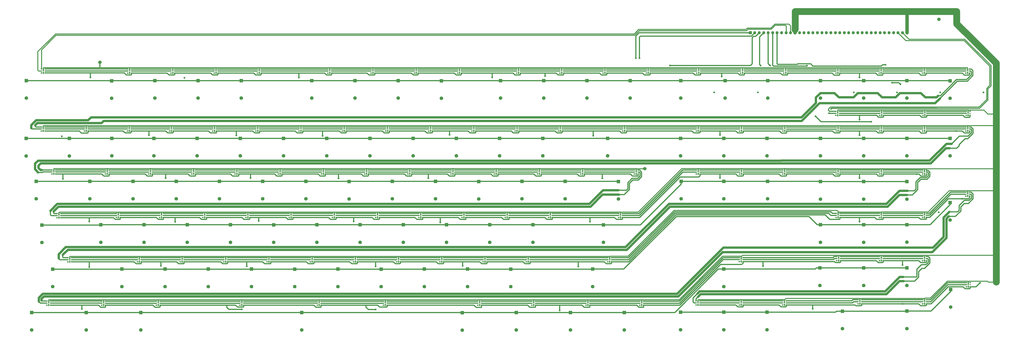
<source format=gbr>
%TF.GenerationSoftware,KiCad,Pcbnew,(5.1.9)-1*%
%TF.CreationDate,2021-06-08T21:52:20+10:00*%
%TF.ProjectId,RedPyKeeb_mainboard,52656450-794b-4656-9562-5f6d61696e62,rev?*%
%TF.SameCoordinates,Original*%
%TF.FileFunction,Copper,L1,Top*%
%TF.FilePolarity,Positive*%
%FSLAX46Y46*%
G04 Gerber Fmt 4.6, Leading zero omitted, Abs format (unit mm)*
G04 Created by KiCad (PCBNEW (5.1.9)-1) date 2021-06-08 21:52:20*
%MOMM*%
%LPD*%
G01*
G04 APERTURE LIST*
%TA.AperFunction,ComponentPad*%
%ADD10O,1.350000X1.350000*%
%TD*%
%TA.AperFunction,ComponentPad*%
%ADD11R,1.350000X1.350000*%
%TD*%
%TA.AperFunction,SMDPad,CuDef*%
%ADD12R,0.800000X0.500000*%
%TD*%
%TA.AperFunction,SMDPad,CuDef*%
%ADD13R,0.800000X0.300000*%
%TD*%
%TA.AperFunction,SMDPad,CuDef*%
%ADD14R,0.500000X1.000000*%
%TD*%
%TA.AperFunction,SMDPad,CuDef*%
%ADD15R,0.500000X1.580000*%
%TD*%
%TA.AperFunction,ComponentPad*%
%ADD16C,1.600000*%
%TD*%
%TA.AperFunction,ComponentPad*%
%ADD17R,1.600000X1.600000*%
%TD*%
%TA.AperFunction,ViaPad*%
%ADD18C,0.800000*%
%TD*%
%TA.AperFunction,ViaPad*%
%ADD19C,1.524000*%
%TD*%
%TA.AperFunction,Conductor*%
%ADD20C,0.500000*%
%TD*%
%TA.AperFunction,Conductor*%
%ADD21C,0.508000*%
%TD*%
%TA.AperFunction,Conductor*%
%ADD22C,0.381000*%
%TD*%
%TA.AperFunction,Conductor*%
%ADD23C,3.048000*%
%TD*%
%TA.AperFunction,Conductor*%
%ADD24C,1.016000*%
%TD*%
%TA.AperFunction,Conductor*%
%ADD25C,1.524000*%
%TD*%
G04 APERTURE END LIST*
D10*
%TO.P,J1,36*%
%TO.N,GNDPWR*%
X412036400Y-31445200D03*
%TO.P,J1,35*%
%TO.N,LED_SCL_STATUS0*%
X410036400Y-31445200D03*
%TO.P,J1,34*%
%TO.N,LED_SDA_STATUS0*%
X408036400Y-31445200D03*
%TO.P,J1,33*%
%TO.N,MAIN_VBUS*%
X406036400Y-31445200D03*
%TO.P,J1,32*%
%TO.N,KEY_COL20*%
X404036400Y-31445200D03*
%TO.P,J1,31*%
%TO.N,KEY_COL19*%
X402036400Y-31445200D03*
%TO.P,J1,30*%
%TO.N,KEY_COL18*%
X400036400Y-31445200D03*
%TO.P,J1,29*%
%TO.N,KEY_COL17*%
X398036400Y-31445200D03*
%TO.P,J1,28*%
%TO.N,KEY_COL16*%
X396036400Y-31445200D03*
%TO.P,J1,27*%
%TO.N,KEY_COL15*%
X394036400Y-31445200D03*
%TO.P,J1,26*%
%TO.N,KEY_COL14*%
X392036400Y-31445200D03*
%TO.P,J1,25*%
%TO.N,KEY_COL13*%
X390036400Y-31445200D03*
%TO.P,J1,24*%
%TO.N,KEY_COL12*%
X388036400Y-31445200D03*
%TO.P,J1,23*%
%TO.N,KEY_COL11*%
X386036400Y-31445200D03*
%TO.P,J1,22*%
%TO.N,KEY_COL10*%
X384036400Y-31445200D03*
%TO.P,J1,21*%
%TO.N,KEY_COL9*%
X382036400Y-31445200D03*
%TO.P,J1,20*%
%TO.N,KEY_COL8*%
X380036400Y-31445200D03*
%TO.P,J1,19*%
%TO.N,KEY_COL7*%
X378036400Y-31445200D03*
%TO.P,J1,18*%
%TO.N,KEY_COL6*%
X376036400Y-31445200D03*
%TO.P,J1,17*%
%TO.N,KEY_COL5*%
X374036400Y-31445200D03*
%TO.P,J1,16*%
%TO.N,KEY_COL4*%
X372036400Y-31445200D03*
%TO.P,J1,15*%
%TO.N,KEY_COL3*%
X370036400Y-31445200D03*
%TO.P,J1,14*%
%TO.N,KEY_COL2*%
X368036400Y-31445200D03*
%TO.P,J1,13*%
%TO.N,KEY_COL1*%
X366036400Y-31445200D03*
%TO.P,J1,12*%
%TO.N,KEY_COL0*%
X364036400Y-31445200D03*
%TO.P,J1,11*%
%TO.N,GNDPWR*%
X362036400Y-31445200D03*
%TO.P,J1,10*%
%TO.N,LED_SCL_ROW0*%
X360036400Y-31445200D03*
%TO.P,J1,9*%
%TO.N,LED_SDA_ROW0*%
X358036400Y-31445200D03*
%TO.P,J1,8*%
%TO.N,MAIN_VBUS*%
X356036400Y-31445200D03*
%TO.P,J1,7*%
%TO.N,KEY_ROW6*%
X354036400Y-31445200D03*
%TO.P,J1,6*%
%TO.N,KEY_ROW5*%
X352036400Y-31445200D03*
%TO.P,J1,5*%
%TO.N,KEY_ROW4*%
X350036400Y-31445200D03*
%TO.P,J1,4*%
%TO.N,KEY_ROW3*%
X348036400Y-31445200D03*
%TO.P,J1,3*%
%TO.N,KEY_ROW2*%
X346036400Y-31445200D03*
%TO.P,J1,2*%
%TO.N,KEY_ROW1*%
X344036400Y-31445200D03*
D11*
%TO.P,J1,1*%
%TO.N,KEY_ROW0*%
X342036400Y-31445200D03*
%TD*%
D12*
%TO.P,LD3\u002C5\u002C1,1*%
%TO.N,MAIN_VBUS*%
X179805700Y-153249200D03*
D13*
%TO.P,LD3\u002C5\u002C1,2*%
%TO.N,Net-(LD3\u002C5\u002C1-Pad2)*%
X179805700Y-152349200D03*
D12*
%TO.P,LD3\u002C5\u002C1,3*%
%TO.N,Net-(LD3\u002C5\u002C1-Pad3)*%
X179805700Y-151449200D03*
D13*
%TO.P,LD3\u002C5\u002C1,5*%
%TO.N,Net-(LD3\u002C5\u002C1-Pad5)*%
X178105700Y-152349200D03*
D12*
%TO.P,LD3\u002C5\u002C1,4*%
%TO.N,Net-(LD3\u002C5\u002C1-Pad4)*%
X178105700Y-151449200D03*
%TO.P,LD3\u002C5\u002C1,7*%
%TO.N,N/C*%
X178105700Y-153249200D03*
D14*
%TO.P,LD3\u002C5\u002C1,8*%
X178955700Y-153179200D03*
D15*
%TO.P,LD3\u002C5\u002C1,6*%
%TO.N,GNDPWR*%
X178955700Y-151659200D03*
%TD*%
D12*
%TO.P,LD3\u002C5\u002C0,1*%
%TO.N,MAIN_VBUS*%
X115708800Y-153261900D03*
D13*
%TO.P,LD3\u002C5\u002C0,2*%
%TO.N,Net-(LD3\u002C5\u002C0-Pad2)*%
X115708800Y-152361900D03*
D12*
%TO.P,LD3\u002C5\u002C0,3*%
%TO.N,Net-(LD3\u002C5\u002C0-Pad3)*%
X115708800Y-151461900D03*
D13*
%TO.P,LD3\u002C5\u002C0,5*%
%TO.N,Net-(LD2\u002C5-Pad2)*%
X114008800Y-152361900D03*
D12*
%TO.P,LD3\u002C5\u002C0,4*%
%TO.N,Net-(LD2\u002C5-Pad3)*%
X114008800Y-151461900D03*
%TO.P,LD3\u002C5\u002C0,7*%
%TO.N,N/C*%
X114008800Y-153261900D03*
D14*
%TO.P,LD3\u002C5\u002C0,8*%
X114858800Y-153191900D03*
D15*
%TO.P,LD3\u002C5\u002C0,6*%
%TO.N,GNDPWR*%
X114858800Y-151671900D03*
%TD*%
D12*
%TO.P,LD20\u002C7,1*%
%TO.N,MAIN_VBUS*%
X440181100Y-68375100D03*
D13*
%TO.P,LD20\u002C7,2*%
%TO.N,N/C*%
X440181100Y-67475100D03*
D12*
%TO.P,LD20\u002C7,3*%
X440181100Y-66575100D03*
D13*
%TO.P,LD20\u002C7,5*%
%TO.N,Net-(LD19\u002C7-Pad2)*%
X438481100Y-67475100D03*
D12*
%TO.P,LD20\u002C7,4*%
%TO.N,Net-(LD19\u002C7-Pad3)*%
X438481100Y-66575100D03*
%TO.P,LD20\u002C7,7*%
%TO.N,N/C*%
X438481100Y-68375100D03*
D14*
%TO.P,LD20\u002C7,8*%
X439331100Y-68305100D03*
D15*
%TO.P,LD20\u002C7,6*%
%TO.N,GNDPWR*%
X439331100Y-66785100D03*
%TD*%
D12*
%TO.P,LD20\u002C0,1*%
%TO.N,MAIN_VBUS*%
X439927100Y-49464800D03*
D13*
%TO.P,LD20\u002C0,2*%
%TO.N,Net-(LD0\u002C1-Pad5)*%
X439927100Y-48564800D03*
D12*
%TO.P,LD20\u002C0,3*%
%TO.N,Net-(LD0\u002C1-Pad4)*%
X439927100Y-47664800D03*
D13*
%TO.P,LD20\u002C0,5*%
%TO.N,Net-(LD19\u002C0-Pad2)*%
X438227100Y-48564800D03*
D12*
%TO.P,LD20\u002C0,4*%
%TO.N,Net-(LD19\u002C0-Pad3)*%
X438227100Y-47664800D03*
%TO.P,LD20\u002C0,7*%
%TO.N,N/C*%
X438227100Y-49464800D03*
D14*
%TO.P,LD20\u002C0,8*%
X439077100Y-49394800D03*
D15*
%TO.P,LD20\u002C0,6*%
%TO.N,GNDPWR*%
X439077100Y-47874800D03*
%TD*%
D12*
%TO.P,LD20\u002C1,1*%
%TO.N,MAIN_VBUS*%
X439990600Y-75360100D03*
D13*
%TO.P,LD20\u002C1,2*%
%TO.N,Net-(LD0\u002C2-Pad5)*%
X439990600Y-74460100D03*
D12*
%TO.P,LD20\u002C1,3*%
%TO.N,Net-(LD0\u002C2-Pad4)*%
X439990600Y-73560100D03*
D13*
%TO.P,LD20\u002C1,5*%
%TO.N,Net-(LD19\u002C1-Pad2)*%
X438290600Y-74460100D03*
D12*
%TO.P,LD20\u002C1,4*%
%TO.N,Net-(LD19\u002C1-Pad3)*%
X438290600Y-73560100D03*
%TO.P,LD20\u002C1,7*%
%TO.N,N/C*%
X438290600Y-75360100D03*
D14*
%TO.P,LD20\u002C1,8*%
X439140600Y-75290100D03*
D15*
%TO.P,LD20\u002C1,6*%
%TO.N,GNDPWR*%
X439140600Y-73770100D03*
%TD*%
D12*
%TO.P,LD19\u002C6,1*%
%TO.N,MAIN_VBUS*%
X440244600Y-145019600D03*
D13*
%TO.P,LD19\u002C6,2*%
%TO.N,N/C*%
X440244600Y-144119600D03*
D12*
%TO.P,LD19\u002C6,3*%
X440244600Y-143219600D03*
D13*
%TO.P,LD19\u002C6,5*%
%TO.N,Net-(LD18\u002C6-Pad2)*%
X438544600Y-144119600D03*
D12*
%TO.P,LD19\u002C6,4*%
%TO.N,Net-(LD18\u002C6-Pad3)*%
X438544600Y-143219600D03*
%TO.P,LD19\u002C6,7*%
%TO.N,N/C*%
X438544600Y-145019600D03*
D14*
%TO.P,LD19\u002C6,8*%
X439394600Y-144949600D03*
D15*
%TO.P,LD19\u002C6,6*%
%TO.N,GNDPWR*%
X439394600Y-143429600D03*
%TD*%
D12*
%TO.P,LD19\u002C3,1*%
%TO.N,MAIN_VBUS*%
X420686600Y-94626000D03*
D13*
%TO.P,LD19\u002C3,2*%
%TO.N,Net-(LD0\u002C4-Pad5)*%
X420686600Y-93726000D03*
D12*
%TO.P,LD19\u002C3,3*%
%TO.N,Net-(LD0\u002C4-Pad4)*%
X420686600Y-92826000D03*
D13*
%TO.P,LD19\u002C3,5*%
%TO.N,Net-(LD18\u002C3-Pad2)*%
X418986600Y-93726000D03*
D12*
%TO.P,LD19\u002C3,4*%
%TO.N,Net-(LD18\u002C3-Pad3)*%
X418986600Y-92826000D03*
%TO.P,LD19\u002C3,7*%
%TO.N,N/C*%
X418986600Y-94626000D03*
D14*
%TO.P,LD19\u002C3,8*%
X419836600Y-94556000D03*
D15*
%TO.P,LD19\u002C3,6*%
%TO.N,GNDPWR*%
X419836600Y-93036000D03*
%TD*%
D12*
%TO.P,LD19\u002C4,1*%
%TO.N,MAIN_VBUS*%
X439990600Y-104506600D03*
D13*
%TO.P,LD19\u002C4,2*%
%TO.N,Net-(LD0\u002C5-Pad5)*%
X439990600Y-103606600D03*
D12*
%TO.P,LD19\u002C4,3*%
%TO.N,Net-(LD0\u002C5-Pad4)*%
X439990600Y-102706600D03*
D13*
%TO.P,LD19\u002C4,5*%
%TO.N,Net-(LD18\u002C4-Pad2)*%
X438290600Y-103606600D03*
D12*
%TO.P,LD19\u002C4,4*%
%TO.N,Net-(LD18\u002C4-Pad3)*%
X438290600Y-102706600D03*
%TO.P,LD19\u002C4,7*%
%TO.N,N/C*%
X438290600Y-104506600D03*
D14*
%TO.P,LD19\u002C4,8*%
X439140600Y-104436600D03*
D15*
%TO.P,LD19\u002C4,6*%
%TO.N,GNDPWR*%
X439140600Y-102916600D03*
%TD*%
D12*
%TO.P,LD19\u002C1,1*%
%TO.N,MAIN_VBUS*%
X420686600Y-75372800D03*
D13*
%TO.P,LD19\u002C1,2*%
%TO.N,Net-(LD19\u002C1-Pad2)*%
X420686600Y-74472800D03*
D12*
%TO.P,LD19\u002C1,3*%
%TO.N,Net-(LD19\u002C1-Pad3)*%
X420686600Y-73572800D03*
D13*
%TO.P,LD19\u002C1,5*%
%TO.N,Net-(LD18\u002C1-Pad2)*%
X418986600Y-74472800D03*
D12*
%TO.P,LD19\u002C1,4*%
%TO.N,Net-(LD18\u002C1-Pad3)*%
X418986600Y-73572800D03*
%TO.P,LD19\u002C1,7*%
%TO.N,N/C*%
X418986600Y-75372800D03*
D14*
%TO.P,LD19\u002C1,8*%
X419836600Y-75302800D03*
D15*
%TO.P,LD19\u002C1,6*%
%TO.N,GNDPWR*%
X419836600Y-73782800D03*
%TD*%
D12*
%TO.P,LD19\u002C0,1*%
%TO.N,MAIN_VBUS*%
X420610400Y-49464800D03*
D13*
%TO.P,LD19\u002C0,2*%
%TO.N,Net-(LD19\u002C0-Pad2)*%
X420610400Y-48564800D03*
D12*
%TO.P,LD19\u002C0,3*%
%TO.N,Net-(LD19\u002C0-Pad3)*%
X420610400Y-47664800D03*
D13*
%TO.P,LD19\u002C0,5*%
%TO.N,Net-(LD18\u002C0-Pad2)*%
X418910400Y-48564800D03*
D12*
%TO.P,LD19\u002C0,4*%
%TO.N,Net-(LD18\u002C0-Pad3)*%
X418910400Y-47664800D03*
%TO.P,LD19\u002C0,7*%
%TO.N,N/C*%
X418910400Y-49464800D03*
D14*
%TO.P,LD19\u002C0,8*%
X419760400Y-49394800D03*
D15*
%TO.P,LD19\u002C0,6*%
%TO.N,GNDPWR*%
X419760400Y-47874800D03*
%TD*%
D12*
%TO.P,LD19\u002C7,1*%
%TO.N,MAIN_VBUS*%
X420877100Y-68324300D03*
D13*
%TO.P,LD19\u002C7,2*%
%TO.N,Net-(LD19\u002C7-Pad2)*%
X420877100Y-67424300D03*
D12*
%TO.P,LD19\u002C7,3*%
%TO.N,Net-(LD19\u002C7-Pad3)*%
X420877100Y-66524300D03*
D13*
%TO.P,LD19\u002C7,5*%
%TO.N,Net-(LD18\u002C7-Pad2)*%
X419177100Y-67424300D03*
D12*
%TO.P,LD19\u002C7,4*%
%TO.N,Net-(LD18\u002C7-Pad3)*%
X419177100Y-66524300D03*
%TO.P,LD19\u002C7,7*%
%TO.N,N/C*%
X419177100Y-68324300D03*
D14*
%TO.P,LD19\u002C7,8*%
X420027100Y-68254300D03*
D15*
%TO.P,LD19\u002C7,6*%
%TO.N,GNDPWR*%
X420027100Y-66734300D03*
%TD*%
D12*
%TO.P,LD18\u002C0,1*%
%TO.N,MAIN_VBUS*%
X401306400Y-49464800D03*
D13*
%TO.P,LD18\u002C0,2*%
%TO.N,Net-(LD18\u002C0-Pad2)*%
X401306400Y-48564800D03*
D12*
%TO.P,LD18\u002C0,3*%
%TO.N,Net-(LD18\u002C0-Pad3)*%
X401306400Y-47664800D03*
D13*
%TO.P,LD18\u002C0,5*%
%TO.N,Net-(LD17\u002C0-Pad2)*%
X399606400Y-48564800D03*
D12*
%TO.P,LD18\u002C0,4*%
%TO.N,Net-(LD17\u002C0-Pad3)*%
X399606400Y-47664800D03*
%TO.P,LD18\u002C0,7*%
%TO.N,N/C*%
X399606400Y-49464800D03*
D14*
%TO.P,LD18\u002C0,8*%
X400456400Y-49394800D03*
D15*
%TO.P,LD18\u002C0,6*%
%TO.N,GNDPWR*%
X400456400Y-47874800D03*
%TD*%
D12*
%TO.P,LD18\u002C3,1*%
%TO.N,MAIN_VBUS*%
X401382600Y-94626000D03*
D13*
%TO.P,LD18\u002C3,2*%
%TO.N,Net-(LD18\u002C3-Pad2)*%
X401382600Y-93726000D03*
D12*
%TO.P,LD18\u002C3,3*%
%TO.N,Net-(LD18\u002C3-Pad3)*%
X401382600Y-92826000D03*
D13*
%TO.P,LD18\u002C3,5*%
%TO.N,Net-(LD17\u002C3-Pad2)*%
X399682600Y-93726000D03*
D12*
%TO.P,LD18\u002C3,4*%
%TO.N,Net-(LD17\u002C3-Pad3)*%
X399682600Y-92826000D03*
%TO.P,LD18\u002C3,7*%
%TO.N,N/C*%
X399682600Y-94626000D03*
D14*
%TO.P,LD18\u002C3,8*%
X400532600Y-94556000D03*
D15*
%TO.P,LD18\u002C3,6*%
%TO.N,GNDPWR*%
X400532600Y-93036000D03*
%TD*%
D12*
%TO.P,LD18\u002C4,1*%
%TO.N,MAIN_VBUS*%
X420686600Y-113968100D03*
D13*
%TO.P,LD18\u002C4,2*%
%TO.N,Net-(LD18\u002C4-Pad2)*%
X420686600Y-113068100D03*
D12*
%TO.P,LD18\u002C4,3*%
%TO.N,Net-(LD18\u002C4-Pad3)*%
X420686600Y-112168100D03*
D13*
%TO.P,LD18\u002C4,5*%
%TO.N,Net-(LD17\u002C4-Pad2)*%
X418986600Y-113068100D03*
D12*
%TO.P,LD18\u002C4,4*%
%TO.N,Net-(LD17\u002C4-Pad3)*%
X418986600Y-112168100D03*
%TO.P,LD18\u002C4,7*%
%TO.N,N/C*%
X418986600Y-113968100D03*
D14*
%TO.P,LD18\u002C4,8*%
X419836600Y-113898100D03*
D15*
%TO.P,LD18\u002C4,6*%
%TO.N,GNDPWR*%
X419836600Y-112378100D03*
%TD*%
D12*
%TO.P,LD18\u002C5,1*%
%TO.N,MAIN_VBUS*%
X420686600Y-133335600D03*
D13*
%TO.P,LD18\u002C5,2*%
%TO.N,Net-(LD14\u002C6-Pad5)*%
X420686600Y-132435600D03*
D12*
%TO.P,LD18\u002C5,3*%
%TO.N,Net-(LD14\u002C6-Pad4)*%
X420686600Y-131535600D03*
D13*
%TO.P,LD18\u002C5,5*%
%TO.N,Net-(LD17\u002C5-Pad2)*%
X418986600Y-132435600D03*
D12*
%TO.P,LD18\u002C5,4*%
%TO.N,Net-(LD17\u002C5-Pad3)*%
X418986600Y-131535600D03*
%TO.P,LD18\u002C5,7*%
%TO.N,N/C*%
X418986600Y-133335600D03*
D14*
%TO.P,LD18\u002C5,8*%
X419836600Y-133265600D03*
D15*
%TO.P,LD18\u002C5,6*%
%TO.N,GNDPWR*%
X419836600Y-131745600D03*
%TD*%
D12*
%TO.P,LD18\u002C7,1*%
%TO.N,MAIN_VBUS*%
X401573100Y-68324300D03*
D13*
%TO.P,LD18\u002C7,2*%
%TO.N,Net-(LD18\u002C7-Pad2)*%
X401573100Y-67424300D03*
D12*
%TO.P,LD18\u002C7,3*%
%TO.N,Net-(LD18\u002C7-Pad3)*%
X401573100Y-66524300D03*
D13*
%TO.P,LD18\u002C7,5*%
%TO.N,Net-(LD17\u002C7-Pad2)*%
X399873100Y-67424300D03*
D12*
%TO.P,LD18\u002C7,4*%
%TO.N,Net-(LD17\u002C7-Pad3)*%
X399873100Y-66524300D03*
%TO.P,LD18\u002C7,7*%
%TO.N,N/C*%
X399873100Y-68324300D03*
D14*
%TO.P,LD18\u002C7,8*%
X400723100Y-68254300D03*
D15*
%TO.P,LD18\u002C7,6*%
%TO.N,GNDPWR*%
X400723100Y-66734300D03*
%TD*%
D12*
%TO.P,LD18\u002C1,1*%
%TO.N,MAIN_VBUS*%
X401382600Y-75360100D03*
D13*
%TO.P,LD18\u002C1,2*%
%TO.N,Net-(LD18\u002C1-Pad2)*%
X401382600Y-74460100D03*
D12*
%TO.P,LD18\u002C1,3*%
%TO.N,Net-(LD18\u002C1-Pad3)*%
X401382600Y-73560100D03*
D13*
%TO.P,LD18\u002C1,5*%
%TO.N,Net-(LD17\u002C1-Pad2)*%
X399682600Y-74460100D03*
D12*
%TO.P,LD18\u002C1,4*%
%TO.N,Net-(LD17\u002C1-Pad3)*%
X399682600Y-73560100D03*
%TO.P,LD18\u002C1,7*%
%TO.N,N/C*%
X399682600Y-75360100D03*
D14*
%TO.P,LD18\u002C1,8*%
X400532600Y-75290100D03*
D15*
%TO.P,LD18\u002C1,6*%
%TO.N,GNDPWR*%
X400532600Y-73770100D03*
%TD*%
D12*
%TO.P,LD18\u002C6,1*%
%TO.N,MAIN_VBUS*%
X420686600Y-152639600D03*
D13*
%TO.P,LD18\u002C6,2*%
%TO.N,Net-(LD18\u002C6-Pad2)*%
X420686600Y-151739600D03*
D12*
%TO.P,LD18\u002C6,3*%
%TO.N,Net-(LD18\u002C6-Pad3)*%
X420686600Y-150839600D03*
D13*
%TO.P,LD18\u002C6,5*%
%TO.N,Net-(LD17\u002C6-Pad2)*%
X418986600Y-151739600D03*
D12*
%TO.P,LD18\u002C6,4*%
%TO.N,Net-(LD17\u002C6-Pad3)*%
X418986600Y-150839600D03*
%TO.P,LD18\u002C6,7*%
%TO.N,N/C*%
X418986600Y-152639600D03*
D14*
%TO.P,LD18\u002C6,8*%
X419836600Y-152569600D03*
D15*
%TO.P,LD18\u002C6,6*%
%TO.N,GNDPWR*%
X419836600Y-151049600D03*
%TD*%
D12*
%TO.P,LD17\u002C4,1*%
%TO.N,MAIN_VBUS*%
X401382600Y-114031600D03*
D13*
%TO.P,LD17\u002C4,2*%
%TO.N,Net-(LD17\u002C4-Pad2)*%
X401382600Y-113131600D03*
D12*
%TO.P,LD17\u002C4,3*%
%TO.N,Net-(LD17\u002C4-Pad3)*%
X401382600Y-112231600D03*
D13*
%TO.P,LD17\u002C4,5*%
%TO.N,Net-(LD16\u002C4-Pad2)*%
X399682600Y-113131600D03*
D12*
%TO.P,LD17\u002C4,4*%
%TO.N,Net-(LD16\u002C4-Pad3)*%
X399682600Y-112231600D03*
%TO.P,LD17\u002C4,7*%
%TO.N,N/C*%
X399682600Y-114031600D03*
D14*
%TO.P,LD17\u002C4,8*%
X400532600Y-113961600D03*
D15*
%TO.P,LD17\u002C4,6*%
%TO.N,GNDPWR*%
X400532600Y-112441600D03*
%TD*%
D12*
%TO.P,LD17\u002C3,1*%
%TO.N,MAIN_VBUS*%
X382078600Y-94626000D03*
D13*
%TO.P,LD17\u002C3,2*%
%TO.N,Net-(LD17\u002C3-Pad2)*%
X382078600Y-93726000D03*
D12*
%TO.P,LD17\u002C3,3*%
%TO.N,Net-(LD17\u002C3-Pad3)*%
X382078600Y-92826000D03*
D13*
%TO.P,LD17\u002C3,5*%
%TO.N,Net-(LD16\u002C3-Pad2)*%
X380378600Y-93726000D03*
D12*
%TO.P,LD17\u002C3,4*%
%TO.N,Net-(LD16\u002C3-Pad3)*%
X380378600Y-92826000D03*
%TO.P,LD17\u002C3,7*%
%TO.N,N/C*%
X380378600Y-94626000D03*
D14*
%TO.P,LD17\u002C3,8*%
X381228600Y-94556000D03*
D15*
%TO.P,LD17\u002C3,6*%
%TO.N,GNDPWR*%
X381228600Y-93036000D03*
%TD*%
D12*
%TO.P,LD17\u002C6,1*%
%TO.N,MAIN_VBUS*%
X391857600Y-152639600D03*
D13*
%TO.P,LD17\u002C6,2*%
%TO.N,Net-(LD17\u002C6-Pad2)*%
X391857600Y-151739600D03*
D12*
%TO.P,LD17\u002C6,3*%
%TO.N,Net-(LD17\u002C6-Pad3)*%
X391857600Y-150839600D03*
D13*
%TO.P,LD17\u002C6,5*%
%TO.N,Net-(LD16\u002C6-Pad2)*%
X390157600Y-151739600D03*
D12*
%TO.P,LD17\u002C6,4*%
%TO.N,Net-(LD16\u002C6-Pad3)*%
X390157600Y-150839600D03*
%TO.P,LD17\u002C6,7*%
%TO.N,N/C*%
X390157600Y-152639600D03*
D14*
%TO.P,LD17\u002C6,8*%
X391007600Y-152569600D03*
D15*
%TO.P,LD17\u002C6,6*%
%TO.N,GNDPWR*%
X391007600Y-151049600D03*
%TD*%
D12*
%TO.P,LD17\u002C5,1*%
%TO.N,MAIN_VBUS*%
X401382600Y-133335600D03*
D13*
%TO.P,LD17\u002C5,2*%
%TO.N,Net-(LD17\u002C5-Pad2)*%
X401382600Y-132435600D03*
D12*
%TO.P,LD17\u002C5,3*%
%TO.N,Net-(LD17\u002C5-Pad3)*%
X401382600Y-131535600D03*
D13*
%TO.P,LD17\u002C5,5*%
%TO.N,Net-(LD16\u002C5-Pad2)*%
X399682600Y-132435600D03*
D12*
%TO.P,LD17\u002C5,4*%
%TO.N,Net-(LD16\u002C5-Pad3)*%
X399682600Y-131535600D03*
%TO.P,LD17\u002C5,7*%
%TO.N,N/C*%
X399682600Y-133335600D03*
D14*
%TO.P,LD17\u002C5,8*%
X400532600Y-133265600D03*
D15*
%TO.P,LD17\u002C5,6*%
%TO.N,GNDPWR*%
X400532600Y-131745600D03*
%TD*%
D12*
%TO.P,LD17\u002C1,1*%
%TO.N,MAIN_VBUS*%
X382078600Y-75360100D03*
D13*
%TO.P,LD17\u002C1,2*%
%TO.N,Net-(LD17\u002C1-Pad2)*%
X382078600Y-74460100D03*
D12*
%TO.P,LD17\u002C1,3*%
%TO.N,Net-(LD17\u002C1-Pad3)*%
X382078600Y-73560100D03*
D13*
%TO.P,LD17\u002C1,5*%
%TO.N,Net-(LD16\u002C1-Pad2)*%
X380378600Y-74460100D03*
D12*
%TO.P,LD17\u002C1,4*%
%TO.N,Net-(LD16\u002C1-Pad3)*%
X380378600Y-73560100D03*
%TO.P,LD17\u002C1,7*%
%TO.N,N/C*%
X380378600Y-75360100D03*
D14*
%TO.P,LD17\u002C1,8*%
X381228600Y-75290100D03*
D15*
%TO.P,LD17\u002C1,6*%
%TO.N,GNDPWR*%
X381228600Y-73770100D03*
%TD*%
D12*
%TO.P,LD17\u002C0,1*%
%TO.N,MAIN_VBUS*%
X382002400Y-49464800D03*
D13*
%TO.P,LD17\u002C0,2*%
%TO.N,Net-(LD17\u002C0-Pad2)*%
X382002400Y-48564800D03*
D12*
%TO.P,LD17\u002C0,3*%
%TO.N,Net-(LD17\u002C0-Pad3)*%
X382002400Y-47664800D03*
D13*
%TO.P,LD17\u002C0,5*%
%TO.N,Net-(LD16\u002C0-Pad2)*%
X380302400Y-48564800D03*
D12*
%TO.P,LD17\u002C0,4*%
%TO.N,Net-(LD16\u002C0-Pad3)*%
X380302400Y-47664800D03*
%TO.P,LD17\u002C0,7*%
%TO.N,N/C*%
X380302400Y-49464800D03*
D14*
%TO.P,LD17\u002C0,8*%
X381152400Y-49394800D03*
D15*
%TO.P,LD17\u002C0,6*%
%TO.N,GNDPWR*%
X381152400Y-47874800D03*
%TD*%
D12*
%TO.P,LD17\u002C7,1*%
%TO.N,MAIN_VBUS*%
X381951600Y-68375100D03*
D13*
%TO.P,LD17\u002C7,2*%
%TO.N,Net-(LD17\u002C7-Pad2)*%
X381951600Y-67475100D03*
D12*
%TO.P,LD17\u002C7,3*%
%TO.N,Net-(LD17\u002C7-Pad3)*%
X381951600Y-66575100D03*
D13*
%TO.P,LD17\u002C7,5*%
%TO.N,LED_SCL_STATUS0*%
X380251600Y-67475100D03*
D12*
%TO.P,LD17\u002C7,4*%
%TO.N,LED_SDA_STATUS0*%
X380251600Y-66575100D03*
%TO.P,LD17\u002C7,7*%
%TO.N,N/C*%
X380251600Y-68375100D03*
D14*
%TO.P,LD17\u002C7,8*%
X381101600Y-68305100D03*
D15*
%TO.P,LD17\u002C7,6*%
%TO.N,GNDPWR*%
X381101600Y-66785100D03*
%TD*%
D12*
%TO.P,LD16\u002C5,1*%
%TO.N,MAIN_VBUS*%
X382332600Y-133335600D03*
D13*
%TO.P,LD16\u002C5,2*%
%TO.N,Net-(LD16\u002C5-Pad2)*%
X382332600Y-132435600D03*
D12*
%TO.P,LD16\u002C5,3*%
%TO.N,Net-(LD16\u002C5-Pad3)*%
X382332600Y-131535600D03*
D13*
%TO.P,LD16\u002C5,5*%
%TO.N,Net-(LD15\u002C5-Pad2)*%
X380632600Y-132435600D03*
D12*
%TO.P,LD16\u002C5,4*%
%TO.N,Net-(LD15\u002C5-Pad3)*%
X380632600Y-131535600D03*
%TO.P,LD16\u002C5,7*%
%TO.N,N/C*%
X380632600Y-133335600D03*
D14*
%TO.P,LD16\u002C5,8*%
X381482600Y-133265600D03*
D15*
%TO.P,LD16\u002C5,6*%
%TO.N,GNDPWR*%
X381482600Y-131745600D03*
%TD*%
D12*
%TO.P,LD16\u002C3,1*%
%TO.N,MAIN_VBUS*%
X358202600Y-94600600D03*
D13*
%TO.P,LD16\u002C3,2*%
%TO.N,Net-(LD16\u002C3-Pad2)*%
X358202600Y-93700600D03*
D12*
%TO.P,LD16\u002C3,3*%
%TO.N,Net-(LD16\u002C3-Pad3)*%
X358202600Y-92800600D03*
D13*
%TO.P,LD16\u002C3,5*%
%TO.N,Net-(LD15\u002C3-Pad2)*%
X356502600Y-93700600D03*
D12*
%TO.P,LD16\u002C3,4*%
%TO.N,Net-(LD15\u002C3-Pad3)*%
X356502600Y-92800600D03*
%TO.P,LD16\u002C3,7*%
%TO.N,N/C*%
X356502600Y-94600600D03*
D14*
%TO.P,LD16\u002C3,8*%
X357352600Y-94530600D03*
D15*
%TO.P,LD16\u002C3,6*%
%TO.N,GNDPWR*%
X357352600Y-93010600D03*
%TD*%
D12*
%TO.P,LD16\u002C1,1*%
%TO.N,MAIN_VBUS*%
X358280800Y-75385500D03*
D13*
%TO.P,LD16\u002C1,2*%
%TO.N,Net-(LD16\u002C1-Pad2)*%
X358280800Y-74485500D03*
D12*
%TO.P,LD16\u002C1,3*%
%TO.N,Net-(LD16\u002C1-Pad3)*%
X358280800Y-73585500D03*
D13*
%TO.P,LD16\u002C1,5*%
%TO.N,Net-(LD15\u002C1-Pad2)*%
X356580800Y-74485500D03*
D12*
%TO.P,LD16\u002C1,4*%
%TO.N,Net-(LD15\u002C1-Pad3)*%
X356580800Y-73585500D03*
%TO.P,LD16\u002C1,7*%
%TO.N,N/C*%
X356580800Y-75385500D03*
D14*
%TO.P,LD16\u002C1,8*%
X357430800Y-75315500D03*
D15*
%TO.P,LD16\u002C1,6*%
%TO.N,GNDPWR*%
X357430800Y-73795500D03*
%TD*%
D12*
%TO.P,LD16\u002C6,1*%
%TO.N,MAIN_VBUS*%
X358139100Y-153147600D03*
D13*
%TO.P,LD16\u002C6,2*%
%TO.N,Net-(LD16\u002C6-Pad2)*%
X358139100Y-152247600D03*
D12*
%TO.P,LD16\u002C6,3*%
%TO.N,Net-(LD16\u002C6-Pad3)*%
X358139100Y-151347600D03*
D13*
%TO.P,LD16\u002C6,5*%
%TO.N,Net-(LD15\u002C6-Pad2)*%
X356439100Y-152247600D03*
D12*
%TO.P,LD16\u002C6,4*%
%TO.N,Net-(LD15\u002C6-Pad3)*%
X356439100Y-151347600D03*
%TO.P,LD16\u002C6,7*%
%TO.N,N/C*%
X356439100Y-153147600D03*
D14*
%TO.P,LD16\u002C6,8*%
X357289100Y-153077600D03*
D15*
%TO.P,LD16\u002C6,6*%
%TO.N,GNDPWR*%
X357289100Y-151557600D03*
%TD*%
D12*
%TO.P,LD16\u002C0,1*%
%TO.N,MAIN_VBUS*%
X358697900Y-49452100D03*
D13*
%TO.P,LD16\u002C0,2*%
%TO.N,Net-(LD16\u002C0-Pad2)*%
X358697900Y-48552100D03*
D12*
%TO.P,LD16\u002C0,3*%
%TO.N,Net-(LD16\u002C0-Pad3)*%
X358697900Y-47652100D03*
D13*
%TO.P,LD16\u002C0,5*%
%TO.N,Net-(LD15\u002C0-Pad2)*%
X356997900Y-48552100D03*
D12*
%TO.P,LD16\u002C0,4*%
%TO.N,Net-(LD15\u002C0-Pad3)*%
X356997900Y-47652100D03*
%TO.P,LD16\u002C0,7*%
%TO.N,N/C*%
X356997900Y-49452100D03*
D14*
%TO.P,LD16\u002C0,8*%
X357847900Y-49382100D03*
D15*
%TO.P,LD16\u002C0,6*%
%TO.N,GNDPWR*%
X357847900Y-47862100D03*
%TD*%
D12*
%TO.P,LD16\u002C4,1*%
%TO.N,MAIN_VBUS*%
X382078600Y-114031600D03*
D13*
%TO.P,LD16\u002C4,2*%
%TO.N,Net-(LD16\u002C4-Pad2)*%
X382078600Y-113131600D03*
D12*
%TO.P,LD16\u002C4,3*%
%TO.N,Net-(LD16\u002C4-Pad3)*%
X382078600Y-112231600D03*
D13*
%TO.P,LD16\u002C4,5*%
%TO.N,Net-(LD11\u002C4-Pad2)*%
X380378600Y-113131600D03*
D12*
%TO.P,LD16\u002C4,4*%
%TO.N,Net-(LD11\u002C4-Pad3)*%
X380378600Y-112231600D03*
%TO.P,LD16\u002C4,7*%
%TO.N,N/C*%
X380378600Y-114031600D03*
D14*
%TO.P,LD16\u002C4,8*%
X381228600Y-113961600D03*
D15*
%TO.P,LD16\u002C4,6*%
%TO.N,GNDPWR*%
X381228600Y-112441600D03*
%TD*%
D12*
%TO.P,LD15\u002C0,1*%
%TO.N,MAIN_VBUS*%
X339393900Y-49452100D03*
D13*
%TO.P,LD15\u002C0,2*%
%TO.N,Net-(LD15\u002C0-Pad2)*%
X339393900Y-48552100D03*
D12*
%TO.P,LD15\u002C0,3*%
%TO.N,Net-(LD15\u002C0-Pad3)*%
X339393900Y-47652100D03*
D13*
%TO.P,LD15\u002C0,5*%
%TO.N,Net-(LD14\u002C0-Pad2)*%
X337693900Y-48552100D03*
D12*
%TO.P,LD15\u002C0,4*%
%TO.N,Net-(LD14\u002C0-Pad3)*%
X337693900Y-47652100D03*
%TO.P,LD15\u002C0,7*%
%TO.N,N/C*%
X337693900Y-49452100D03*
D14*
%TO.P,LD15\u002C0,8*%
X338543900Y-49382100D03*
D15*
%TO.P,LD15\u002C0,6*%
%TO.N,GNDPWR*%
X338543900Y-47862100D03*
%TD*%
D12*
%TO.P,LD15\u002C5,1*%
%TO.N,MAIN_VBUS*%
X338835100Y-133792800D03*
D13*
%TO.P,LD15\u002C5,2*%
%TO.N,Net-(LD15\u002C5-Pad2)*%
X338835100Y-132892800D03*
D12*
%TO.P,LD15\u002C5,3*%
%TO.N,Net-(LD15\u002C5-Pad3)*%
X338835100Y-131992800D03*
D13*
%TO.P,LD15\u002C5,5*%
%TO.N,Net-(LD11\u002C5-Pad2)*%
X337135100Y-132892800D03*
D12*
%TO.P,LD15\u002C5,4*%
%TO.N,Net-(LD11\u002C5-Pad3)*%
X337135100Y-131992800D03*
%TO.P,LD15\u002C5,7*%
%TO.N,N/C*%
X337135100Y-133792800D03*
D14*
%TO.P,LD15\u002C5,8*%
X337985100Y-133722800D03*
D15*
%TO.P,LD15\u002C5,6*%
%TO.N,GNDPWR*%
X337985100Y-132202800D03*
%TD*%
D12*
%TO.P,LD15\u002C6,1*%
%TO.N,MAIN_VBUS*%
X338835100Y-153147600D03*
D13*
%TO.P,LD15\u002C6,2*%
%TO.N,Net-(LD15\u002C6-Pad2)*%
X338835100Y-152247600D03*
D12*
%TO.P,LD15\u002C6,3*%
%TO.N,Net-(LD15\u002C6-Pad3)*%
X338835100Y-151347600D03*
D13*
%TO.P,LD15\u002C6,5*%
%TO.N,Net-(LD14\u002C6-Pad2)*%
X337135100Y-152247600D03*
D12*
%TO.P,LD15\u002C6,4*%
%TO.N,Net-(LD14\u002C6-Pad3)*%
X337135100Y-151347600D03*
%TO.P,LD15\u002C6,7*%
%TO.N,N/C*%
X337135100Y-153147600D03*
D14*
%TO.P,LD15\u002C6,8*%
X337985100Y-153077600D03*
D15*
%TO.P,LD15\u002C6,6*%
%TO.N,GNDPWR*%
X337985100Y-151557600D03*
%TD*%
D12*
%TO.P,LD15\u002C3,1*%
%TO.N,MAIN_VBUS*%
X338898600Y-94600600D03*
D13*
%TO.P,LD15\u002C3,2*%
%TO.N,Net-(LD15\u002C3-Pad2)*%
X338898600Y-93700600D03*
D12*
%TO.P,LD15\u002C3,3*%
%TO.N,Net-(LD15\u002C3-Pad3)*%
X338898600Y-92800600D03*
D13*
%TO.P,LD15\u002C3,5*%
%TO.N,Net-(LD14\u002C3-Pad2)*%
X337198600Y-93700600D03*
D12*
%TO.P,LD15\u002C3,4*%
%TO.N,Net-(LD14\u002C3-Pad3)*%
X337198600Y-92800600D03*
%TO.P,LD15\u002C3,7*%
%TO.N,N/C*%
X337198600Y-94600600D03*
D14*
%TO.P,LD15\u002C3,8*%
X338048600Y-94530600D03*
D15*
%TO.P,LD15\u002C3,6*%
%TO.N,GNDPWR*%
X338048600Y-93010600D03*
%TD*%
D12*
%TO.P,LD15\u002C1,1*%
%TO.N,MAIN_VBUS*%
X338898600Y-75360100D03*
D13*
%TO.P,LD15\u002C1,2*%
%TO.N,Net-(LD15\u002C1-Pad2)*%
X338898600Y-74460100D03*
D12*
%TO.P,LD15\u002C1,3*%
%TO.N,Net-(LD15\u002C1-Pad3)*%
X338898600Y-73560100D03*
D13*
%TO.P,LD15\u002C1,5*%
%TO.N,Net-(LD14\u002C1-Pad2)*%
X337198600Y-74460100D03*
D12*
%TO.P,LD15\u002C1,4*%
%TO.N,Net-(LD14\u002C1-Pad3)*%
X337198600Y-73560100D03*
%TO.P,LD15\u002C1,7*%
%TO.N,N/C*%
X337198600Y-75360100D03*
D14*
%TO.P,LD15\u002C1,8*%
X338048600Y-75290100D03*
D15*
%TO.P,LD15\u002C1,6*%
%TO.N,GNDPWR*%
X338048600Y-73770100D03*
%TD*%
D12*
%TO.P,LD14\u002C1,1*%
%TO.N,MAIN_VBUS*%
X319594600Y-75360100D03*
D13*
%TO.P,LD14\u002C1,2*%
%TO.N,Net-(LD14\u002C1-Pad2)*%
X319594600Y-74460100D03*
D12*
%TO.P,LD14\u002C1,3*%
%TO.N,Net-(LD14\u002C1-Pad3)*%
X319594600Y-73560100D03*
D13*
%TO.P,LD14\u002C1,5*%
%TO.N,Net-(LD13\u002C1-Pad2)*%
X317894600Y-74460100D03*
D12*
%TO.P,LD14\u002C1,4*%
%TO.N,Net-(LD13\u002C1-Pad3)*%
X317894600Y-73560100D03*
%TO.P,LD14\u002C1,7*%
%TO.N,N/C*%
X317894600Y-75360100D03*
D14*
%TO.P,LD14\u002C1,8*%
X318744600Y-75290100D03*
D15*
%TO.P,LD14\u002C1,6*%
%TO.N,GNDPWR*%
X318744600Y-73770100D03*
%TD*%
D12*
%TO.P,LD14\u002C3,1*%
%TO.N,MAIN_VBUS*%
X319594600Y-94600600D03*
D13*
%TO.P,LD14\u002C3,2*%
%TO.N,Net-(LD14\u002C3-Pad2)*%
X319594600Y-93700600D03*
D12*
%TO.P,LD14\u002C3,3*%
%TO.N,Net-(LD14\u002C3-Pad3)*%
X319594600Y-92800600D03*
D13*
%TO.P,LD14\u002C3,5*%
%TO.N,Net-(LD12\u002C3-Pad2)*%
X317894600Y-93700600D03*
D12*
%TO.P,LD14\u002C3,4*%
%TO.N,Net-(LD12\u002C3-Pad3)*%
X317894600Y-92800600D03*
%TO.P,LD14\u002C3,7*%
%TO.N,N/C*%
X317894600Y-94600600D03*
D14*
%TO.P,LD14\u002C3,8*%
X318744600Y-94530600D03*
D15*
%TO.P,LD14\u002C3,6*%
%TO.N,GNDPWR*%
X318744600Y-93010600D03*
%TD*%
D12*
%TO.P,LD14\u002C0,1*%
%TO.N,MAIN_VBUS*%
X319835900Y-49452100D03*
D13*
%TO.P,LD14\u002C0,2*%
%TO.N,Net-(LD14\u002C0-Pad2)*%
X319835900Y-48552100D03*
D12*
%TO.P,LD14\u002C0,3*%
%TO.N,Net-(LD14\u002C0-Pad3)*%
X319835900Y-47652100D03*
D13*
%TO.P,LD14\u002C0,5*%
%TO.N,Net-(LD12\u002C0-Pad2)*%
X318135900Y-48552100D03*
D12*
%TO.P,LD14\u002C0,4*%
%TO.N,Net-(LD12\u002C0-Pad3)*%
X318135900Y-47652100D03*
%TO.P,LD14\u002C0,7*%
%TO.N,N/C*%
X318135900Y-49452100D03*
D14*
%TO.P,LD14\u002C0,8*%
X318985900Y-49382100D03*
D15*
%TO.P,LD14\u002C0,6*%
%TO.N,GNDPWR*%
X318985900Y-47862100D03*
%TD*%
D12*
%TO.P,LD14\u002C6,1*%
%TO.N,MAIN_VBUS*%
X319531100Y-153147600D03*
D13*
%TO.P,LD14\u002C6,2*%
%TO.N,Net-(LD14\u002C6-Pad2)*%
X319531100Y-152247600D03*
D12*
%TO.P,LD14\u002C6,3*%
%TO.N,Net-(LD14\u002C6-Pad3)*%
X319531100Y-151347600D03*
D13*
%TO.P,LD14\u002C6,5*%
%TO.N,Net-(LD14\u002C6-Pad5)*%
X317831100Y-152247600D03*
D12*
%TO.P,LD14\u002C6,4*%
%TO.N,Net-(LD14\u002C6-Pad4)*%
X317831100Y-151347600D03*
%TO.P,LD14\u002C6,7*%
%TO.N,N/C*%
X317831100Y-153147600D03*
D14*
%TO.P,LD14\u002C6,8*%
X318681100Y-153077600D03*
D15*
%TO.P,LD14\u002C6,6*%
%TO.N,GNDPWR*%
X318681100Y-151557600D03*
%TD*%
D12*
%TO.P,LD13\u002C1,1*%
%TO.N,MAIN_VBUS*%
X286739700Y-75360100D03*
D13*
%TO.P,LD13\u002C1,2*%
%TO.N,Net-(LD13\u002C1-Pad2)*%
X286739700Y-74460100D03*
D12*
%TO.P,LD13\u002C1,3*%
%TO.N,Net-(LD13\u002C1-Pad3)*%
X286739700Y-73560100D03*
D13*
%TO.P,LD13\u002C1,5*%
%TO.N,Net-(LD12\u002C1-Pad2)*%
X285039700Y-74460100D03*
D12*
%TO.P,LD13\u002C1,4*%
%TO.N,Net-(LD12\u002C1-Pad3)*%
X285039700Y-73560100D03*
%TO.P,LD13\u002C1,7*%
%TO.N,N/C*%
X285039700Y-75360100D03*
D14*
%TO.P,LD13\u002C1,8*%
X285889700Y-75290100D03*
D15*
%TO.P,LD13\u002C1,6*%
%TO.N,GNDPWR*%
X285889700Y-73770100D03*
%TD*%
D12*
%TO.P,LD13\u002C2,1*%
%TO.N,MAIN_VBUS*%
X291934000Y-94626000D03*
D13*
%TO.P,LD13\u002C2,2*%
%TO.N,Net-(LD0\u002C3-Pad5)*%
X291934000Y-93726000D03*
D12*
%TO.P,LD13\u002C2,3*%
%TO.N,Net-(LD0\u002C3-Pad4)*%
X291934000Y-92826000D03*
D13*
%TO.P,LD13\u002C2,5*%
%TO.N,Net-(LD12\u002C2-Pad2)*%
X290234000Y-93726000D03*
D12*
%TO.P,LD13\u002C2,4*%
%TO.N,Net-(LD12\u002C2-Pad3)*%
X290234000Y-92826000D03*
%TO.P,LD13\u002C2,7*%
%TO.N,N/C*%
X290234000Y-94626000D03*
D14*
%TO.P,LD13\u002C2,8*%
X291084000Y-94556000D03*
D15*
%TO.P,LD13\u002C2,6*%
%TO.N,GNDPWR*%
X291084000Y-93036000D03*
%TD*%
D12*
%TO.P,LD12\u002C0,1*%
%TO.N,MAIN_VBUS*%
X297265460Y-49452100D03*
D13*
%TO.P,LD12\u002C0,2*%
%TO.N,Net-(LD12\u002C0-Pad2)*%
X297265460Y-48552100D03*
D12*
%TO.P,LD12\u002C0,3*%
%TO.N,Net-(LD12\u002C0-Pad3)*%
X297265460Y-47652100D03*
D13*
%TO.P,LD12\u002C0,5*%
%TO.N,Net-(LD11\u002C0-Pad2)*%
X295565460Y-48552100D03*
D12*
%TO.P,LD12\u002C0,4*%
%TO.N,Net-(LD11\u002C0-Pad3)*%
X295565460Y-47652100D03*
%TO.P,LD12\u002C0,7*%
%TO.N,N/C*%
X295565460Y-49452100D03*
D14*
%TO.P,LD12\u002C0,8*%
X296415460Y-49382100D03*
D15*
%TO.P,LD12\u002C0,6*%
%TO.N,GNDPWR*%
X296415460Y-47862100D03*
%TD*%
D12*
%TO.P,LD12\u002C1,1*%
%TO.N,MAIN_VBUS*%
X257974200Y-75360100D03*
D13*
%TO.P,LD12\u002C1,2*%
%TO.N,Net-(LD12\u002C1-Pad2)*%
X257974200Y-74460100D03*
D12*
%TO.P,LD12\u002C1,3*%
%TO.N,Net-(LD12\u002C1-Pad3)*%
X257974200Y-73560100D03*
D13*
%TO.P,LD12\u002C1,5*%
%TO.N,Net-(LD11\u002C1-Pad2)*%
X256274200Y-74460100D03*
D12*
%TO.P,LD12\u002C1,4*%
%TO.N,Net-(LD11\u002C1-Pad3)*%
X256274200Y-73560100D03*
%TO.P,LD12\u002C1,7*%
%TO.N,N/C*%
X256274200Y-75360100D03*
D14*
%TO.P,LD12\u002C1,8*%
X257124200Y-75290100D03*
D15*
%TO.P,LD12\u002C1,6*%
%TO.N,GNDPWR*%
X257124200Y-73770100D03*
%TD*%
D12*
%TO.P,LD12\u002C3,1*%
%TO.N,MAIN_VBUS*%
X284872800Y-114057000D03*
D13*
%TO.P,LD12\u002C3,2*%
%TO.N,Net-(LD12\u002C3-Pad2)*%
X284872800Y-113157000D03*
D12*
%TO.P,LD12\u002C3,3*%
%TO.N,Net-(LD12\u002C3-Pad3)*%
X284872800Y-112257000D03*
D13*
%TO.P,LD12\u002C3,5*%
%TO.N,Net-(LD11\u002C3-Pad2)*%
X283172800Y-113157000D03*
D12*
%TO.P,LD12\u002C3,4*%
%TO.N,Net-(LD11\u002C3-Pad3)*%
X283172800Y-112257000D03*
%TO.P,LD12\u002C3,7*%
%TO.N,N/C*%
X283172800Y-114057000D03*
D14*
%TO.P,LD12\u002C3,8*%
X284022800Y-113987000D03*
D15*
%TO.P,LD12\u002C3,6*%
%TO.N,GNDPWR*%
X284022800Y-112467000D03*
%TD*%
D12*
%TO.P,LD12\u002C2,1*%
%TO.N,MAIN_VBUS*%
X268007200Y-94600600D03*
D13*
%TO.P,LD12\u002C2,2*%
%TO.N,Net-(LD12\u002C2-Pad2)*%
X268007200Y-93700600D03*
D12*
%TO.P,LD12\u002C2,3*%
%TO.N,Net-(LD12\u002C2-Pad3)*%
X268007200Y-92800600D03*
D13*
%TO.P,LD12\u002C2,5*%
%TO.N,Net-(LD11\u002C2-Pad2)*%
X266307200Y-93700600D03*
D12*
%TO.P,LD12\u002C2,4*%
%TO.N,Net-(LD11\u002C2-Pad3)*%
X266307200Y-92800600D03*
%TO.P,LD12\u002C2,7*%
%TO.N,N/C*%
X266307200Y-94600600D03*
D14*
%TO.P,LD12\u002C2,8*%
X267157200Y-94530600D03*
D15*
%TO.P,LD12\u002C2,6*%
%TO.N,GNDPWR*%
X267157200Y-93010600D03*
%TD*%
D12*
%TO.P,LD11\u002C4,1*%
%TO.N,MAIN_VBUS*%
X280072200Y-133843600D03*
D13*
%TO.P,LD11\u002C4,2*%
%TO.N,Net-(LD11\u002C4-Pad2)*%
X280072200Y-132943600D03*
D12*
%TO.P,LD11\u002C4,3*%
%TO.N,Net-(LD11\u002C4-Pad3)*%
X280072200Y-132043600D03*
D13*
%TO.P,LD11\u002C4,5*%
%TO.N,Net-(LD10\u002C4-Pad2)*%
X278372200Y-132943600D03*
D12*
%TO.P,LD11\u002C4,4*%
%TO.N,Net-(LD10\u002C4-Pad3)*%
X278372200Y-132043600D03*
%TO.P,LD11\u002C4,7*%
%TO.N,N/C*%
X278372200Y-133843600D03*
D14*
%TO.P,LD11\u002C4,8*%
X279222200Y-133773600D03*
D15*
%TO.P,LD11\u002C4,6*%
%TO.N,GNDPWR*%
X279222200Y-132253600D03*
%TD*%
D12*
%TO.P,LD11\u002C2,1*%
%TO.N,MAIN_VBUS*%
X248703200Y-94600600D03*
D13*
%TO.P,LD11\u002C2,2*%
%TO.N,Net-(LD11\u002C2-Pad2)*%
X248703200Y-93700600D03*
D12*
%TO.P,LD11\u002C2,3*%
%TO.N,Net-(LD11\u002C2-Pad3)*%
X248703200Y-92800600D03*
D13*
%TO.P,LD11\u002C2,5*%
%TO.N,Net-(LD10\u002C2-Pad2)*%
X247003200Y-93700600D03*
D12*
%TO.P,LD11\u002C2,4*%
%TO.N,Net-(LD10\u002C2-Pad3)*%
X247003200Y-92800600D03*
%TO.P,LD11\u002C2,7*%
%TO.N,N/C*%
X247003200Y-94600600D03*
D14*
%TO.P,LD11\u002C2,8*%
X247853200Y-94530600D03*
D15*
%TO.P,LD11\u002C2,6*%
%TO.N,GNDPWR*%
X247853200Y-93010600D03*
%TD*%
D12*
%TO.P,LD11\u002C5,1*%
%TO.N,MAIN_VBUS*%
X294423200Y-153274600D03*
D13*
%TO.P,LD11\u002C5,2*%
%TO.N,Net-(LD11\u002C5-Pad2)*%
X294423200Y-152374600D03*
D12*
%TO.P,LD11\u002C5,3*%
%TO.N,Net-(LD11\u002C5-Pad3)*%
X294423200Y-151474600D03*
D13*
%TO.P,LD11\u002C5,5*%
%TO.N,Net-(LD10\u002C5-Pad2)*%
X292723200Y-152374600D03*
D12*
%TO.P,LD11\u002C5,4*%
%TO.N,Net-(LD10\u002C5-Pad3)*%
X292723200Y-151474600D03*
%TO.P,LD11\u002C5,7*%
%TO.N,N/C*%
X292723200Y-153274600D03*
D14*
%TO.P,LD11\u002C5,8*%
X293573200Y-153204600D03*
D15*
%TO.P,LD11\u002C5,6*%
%TO.N,GNDPWR*%
X293573200Y-151684600D03*
%TD*%
D12*
%TO.P,LD11\u002C0,1*%
%TO.N,MAIN_VBUS*%
X277961460Y-49452100D03*
D13*
%TO.P,LD11\u002C0,2*%
%TO.N,Net-(LD11\u002C0-Pad2)*%
X277961460Y-48552100D03*
D12*
%TO.P,LD11\u002C0,3*%
%TO.N,Net-(LD11\u002C0-Pad3)*%
X277961460Y-47652100D03*
D13*
%TO.P,LD11\u002C0,5*%
%TO.N,Net-(LD10\u002C0-Pad2)*%
X276261460Y-48552100D03*
D12*
%TO.P,LD11\u002C0,4*%
%TO.N,Net-(LD10\u002C0-Pad3)*%
X276261460Y-47652100D03*
%TO.P,LD11\u002C0,7*%
%TO.N,N/C*%
X276261460Y-49452100D03*
D14*
%TO.P,LD11\u002C0,8*%
X277111460Y-49382100D03*
D15*
%TO.P,LD11\u002C0,6*%
%TO.N,GNDPWR*%
X277111460Y-47862100D03*
%TD*%
D12*
%TO.P,LD11\u002C3,1*%
%TO.N,MAIN_VBUS*%
X253592700Y-114031600D03*
D13*
%TO.P,LD11\u002C3,2*%
%TO.N,Net-(LD11\u002C3-Pad2)*%
X253592700Y-113131600D03*
D12*
%TO.P,LD11\u002C3,3*%
%TO.N,Net-(LD11\u002C3-Pad3)*%
X253592700Y-112231600D03*
D13*
%TO.P,LD11\u002C3,5*%
%TO.N,Net-(LD10\u002C3-Pad2)*%
X251892700Y-113131600D03*
D12*
%TO.P,LD11\u002C3,4*%
%TO.N,Net-(LD10\u002C3-Pad3)*%
X251892700Y-112231600D03*
%TO.P,LD11\u002C3,7*%
%TO.N,N/C*%
X251892700Y-114031600D03*
D14*
%TO.P,LD11\u002C3,8*%
X252742700Y-113961600D03*
D15*
%TO.P,LD11\u002C3,6*%
%TO.N,GNDPWR*%
X252742700Y-112441600D03*
%TD*%
D12*
%TO.P,LD11\u002C1,1*%
%TO.N,MAIN_VBUS*%
X238670200Y-75360100D03*
D13*
%TO.P,LD11\u002C1,2*%
%TO.N,Net-(LD11\u002C1-Pad2)*%
X238670200Y-74460100D03*
D12*
%TO.P,LD11\u002C1,3*%
%TO.N,Net-(LD11\u002C1-Pad3)*%
X238670200Y-73560100D03*
D13*
%TO.P,LD11\u002C1,5*%
%TO.N,Net-(LD10\u002C1-Pad2)*%
X236970200Y-74460100D03*
D12*
%TO.P,LD11\u002C1,4*%
%TO.N,Net-(LD10\u002C1-Pad3)*%
X236970200Y-73560100D03*
%TO.P,LD11\u002C1,7*%
%TO.N,N/C*%
X236970200Y-75360100D03*
D14*
%TO.P,LD11\u002C1,8*%
X237820200Y-75290100D03*
D15*
%TO.P,LD11\u002C1,6*%
%TO.N,GNDPWR*%
X237820200Y-73770100D03*
%TD*%
D12*
%TO.P,LD10\u002C3,1*%
%TO.N,MAIN_VBUS*%
X234288700Y-114031600D03*
D13*
%TO.P,LD10\u002C3,2*%
%TO.N,Net-(LD10\u002C3-Pad2)*%
X234288700Y-113131600D03*
D12*
%TO.P,LD10\u002C3,3*%
%TO.N,Net-(LD10\u002C3-Pad3)*%
X234288700Y-112231600D03*
D13*
%TO.P,LD10\u002C3,5*%
%TO.N,Net-(LD10\u002C3-Pad5)*%
X232588700Y-113131600D03*
D12*
%TO.P,LD10\u002C3,4*%
%TO.N,Net-(LD10\u002C3-Pad4)*%
X232588700Y-112231600D03*
%TO.P,LD10\u002C3,7*%
%TO.N,N/C*%
X232588700Y-114031600D03*
D14*
%TO.P,LD10\u002C3,8*%
X233438700Y-113961600D03*
D15*
%TO.P,LD10\u002C3,6*%
%TO.N,GNDPWR*%
X233438700Y-112441600D03*
%TD*%
D12*
%TO.P,LD10\u002C4,1*%
%TO.N,MAIN_VBUS*%
X243686700Y-133843600D03*
D13*
%TO.P,LD10\u002C4,2*%
%TO.N,Net-(LD10\u002C4-Pad2)*%
X243686700Y-132943600D03*
D12*
%TO.P,LD10\u002C4,3*%
%TO.N,Net-(LD10\u002C4-Pad3)*%
X243686700Y-132043600D03*
D13*
%TO.P,LD10\u002C4,5*%
%TO.N,Net-(LD10\u002C4-Pad5)*%
X241986700Y-132943600D03*
D12*
%TO.P,LD10\u002C4,4*%
%TO.N,Net-(LD10\u002C4-Pad4)*%
X241986700Y-132043600D03*
%TO.P,LD10\u002C4,7*%
%TO.N,N/C*%
X241986700Y-133843600D03*
D14*
%TO.P,LD10\u002C4,8*%
X242836700Y-133773600D03*
D15*
%TO.P,LD10\u002C4,6*%
%TO.N,GNDPWR*%
X242836700Y-132253600D03*
%TD*%
D12*
%TO.P,LD10\u002C2,1*%
%TO.N,MAIN_VBUS*%
X229399200Y-94600600D03*
D13*
%TO.P,LD10\u002C2,2*%
%TO.N,Net-(LD10\u002C2-Pad2)*%
X229399200Y-93700600D03*
D12*
%TO.P,LD10\u002C2,3*%
%TO.N,Net-(LD10\u002C2-Pad3)*%
X229399200Y-92800600D03*
D13*
%TO.P,LD10\u002C2,5*%
%TO.N,Net-(LD10\u002C2-Pad5)*%
X227699200Y-93700600D03*
D12*
%TO.P,LD10\u002C2,4*%
%TO.N,Net-(LD10\u002C2-Pad4)*%
X227699200Y-92800600D03*
%TO.P,LD10\u002C2,7*%
%TO.N,N/C*%
X227699200Y-94600600D03*
D14*
%TO.P,LD10\u002C2,8*%
X228549200Y-94530600D03*
D15*
%TO.P,LD10\u002C2,6*%
%TO.N,GNDPWR*%
X228549200Y-93010600D03*
%TD*%
D12*
%TO.P,LD10\u002C1,1*%
%TO.N,MAIN_VBUS*%
X219366200Y-75360100D03*
D13*
%TO.P,LD10\u002C1,2*%
%TO.N,Net-(LD10\u002C1-Pad2)*%
X219366200Y-74460100D03*
D12*
%TO.P,LD10\u002C1,3*%
%TO.N,Net-(LD10\u002C1-Pad3)*%
X219366200Y-73560100D03*
D13*
%TO.P,LD10\u002C1,5*%
%TO.N,Net-(LD10\u002C1-Pad5)*%
X217666200Y-74460100D03*
D12*
%TO.P,LD10\u002C1,4*%
%TO.N,Net-(LD10\u002C1-Pad4)*%
X217666200Y-73560100D03*
%TO.P,LD10\u002C1,7*%
%TO.N,N/C*%
X217666200Y-75360100D03*
D14*
%TO.P,LD10\u002C1,8*%
X218516200Y-75290100D03*
D15*
%TO.P,LD10\u002C1,6*%
%TO.N,GNDPWR*%
X218516200Y-73770100D03*
%TD*%
D12*
%TO.P,LD10\u002C5,1*%
%TO.N,MAIN_VBUS*%
X270356700Y-153274600D03*
D13*
%TO.P,LD10\u002C5,2*%
%TO.N,Net-(LD10\u002C5-Pad2)*%
X270356700Y-152374600D03*
D12*
%TO.P,LD10\u002C5,3*%
%TO.N,Net-(LD10\u002C5-Pad3)*%
X270356700Y-151474600D03*
D13*
%TO.P,LD10\u002C5,5*%
%TO.N,Net-(LD10\u002C5-Pad5)*%
X268656700Y-152374600D03*
D12*
%TO.P,LD10\u002C5,4*%
%TO.N,Net-(LD10\u002C5-Pad4)*%
X268656700Y-151474600D03*
%TO.P,LD10\u002C5,7*%
%TO.N,N/C*%
X268656700Y-153274600D03*
D14*
%TO.P,LD10\u002C5,8*%
X269506700Y-153204600D03*
D15*
%TO.P,LD10\u002C5,6*%
%TO.N,GNDPWR*%
X269506700Y-151684600D03*
%TD*%
D12*
%TO.P,LD10\u002C0,1*%
%TO.N,MAIN_VBUS*%
X258657460Y-49452100D03*
D13*
%TO.P,LD10\u002C0,2*%
%TO.N,Net-(LD10\u002C0-Pad2)*%
X258657460Y-48552100D03*
D12*
%TO.P,LD10\u002C0,3*%
%TO.N,Net-(LD10\u002C0-Pad3)*%
X258657460Y-47652100D03*
D13*
%TO.P,LD10\u002C0,5*%
%TO.N,Net-(LD10\u002C0-Pad5)*%
X256957460Y-48552100D03*
D12*
%TO.P,LD10\u002C0,4*%
%TO.N,Net-(LD10\u002C0-Pad4)*%
X256957460Y-47652100D03*
%TO.P,LD10\u002C0,7*%
%TO.N,N/C*%
X256957460Y-49452100D03*
D14*
%TO.P,LD10\u002C0,8*%
X257807460Y-49382100D03*
D15*
%TO.P,LD10\u002C0,6*%
%TO.N,GNDPWR*%
X257807460Y-47862100D03*
%TD*%
D12*
%TO.P,LD9\u002C2,1*%
%TO.N,MAIN_VBUS*%
X210095200Y-94600600D03*
D13*
%TO.P,LD9\u002C2,2*%
%TO.N,Net-(LD10\u002C2-Pad5)*%
X210095200Y-93700600D03*
D12*
%TO.P,LD9\u002C2,3*%
%TO.N,Net-(LD10\u002C2-Pad4)*%
X210095200Y-92800600D03*
D13*
%TO.P,LD9\u002C2,5*%
%TO.N,Net-(LD8\u002C2-Pad2)*%
X208395200Y-93700600D03*
D12*
%TO.P,LD9\u002C2,4*%
%TO.N,Net-(LD8\u002C2-Pad3)*%
X208395200Y-92800600D03*
%TO.P,LD9\u002C2,7*%
%TO.N,N/C*%
X208395200Y-94600600D03*
D14*
%TO.P,LD9\u002C2,8*%
X209245200Y-94530600D03*
D15*
%TO.P,LD9\u002C2,6*%
%TO.N,GNDPWR*%
X209245200Y-93010600D03*
%TD*%
D12*
%TO.P,LD9\u002C5,1*%
%TO.N,MAIN_VBUS*%
X246163200Y-153274600D03*
D13*
%TO.P,LD9\u002C5,2*%
%TO.N,Net-(LD10\u002C5-Pad5)*%
X246163200Y-152374600D03*
D12*
%TO.P,LD9\u002C5,3*%
%TO.N,Net-(LD10\u002C5-Pad4)*%
X246163200Y-151474600D03*
D13*
%TO.P,LD9\u002C5,5*%
%TO.N,Net-(LD8\u002C5-Pad2)*%
X244463200Y-152374600D03*
D12*
%TO.P,LD9\u002C5,4*%
%TO.N,Net-(LD8\u002C5-Pad3)*%
X244463200Y-151474600D03*
%TO.P,LD9\u002C5,7*%
%TO.N,N/C*%
X244463200Y-153274600D03*
D14*
%TO.P,LD9\u002C5,8*%
X245313200Y-153204600D03*
D15*
%TO.P,LD9\u002C5,6*%
%TO.N,GNDPWR*%
X245313200Y-151684600D03*
%TD*%
D12*
%TO.P,LD9\u002C3,1*%
%TO.N,MAIN_VBUS*%
X214984700Y-114031600D03*
D13*
%TO.P,LD9\u002C3,2*%
%TO.N,Net-(LD10\u002C3-Pad5)*%
X214984700Y-113131600D03*
D12*
%TO.P,LD9\u002C3,3*%
%TO.N,Net-(LD10\u002C3-Pad4)*%
X214984700Y-112231600D03*
D13*
%TO.P,LD9\u002C3,5*%
%TO.N,Net-(LD8\u002C3-Pad2)*%
X213284700Y-113131600D03*
D12*
%TO.P,LD9\u002C3,4*%
%TO.N,Net-(LD8\u002C3-Pad3)*%
X213284700Y-112231600D03*
%TO.P,LD9\u002C3,7*%
%TO.N,N/C*%
X213284700Y-114031600D03*
D14*
%TO.P,LD9\u002C3,8*%
X214134700Y-113961600D03*
D15*
%TO.P,LD9\u002C3,6*%
%TO.N,GNDPWR*%
X214134700Y-112441600D03*
%TD*%
D12*
%TO.P,LD9\u002C4,1*%
%TO.N,MAIN_VBUS*%
X224382700Y-133843600D03*
D13*
%TO.P,LD9\u002C4,2*%
%TO.N,Net-(LD10\u002C4-Pad5)*%
X224382700Y-132943600D03*
D12*
%TO.P,LD9\u002C4,3*%
%TO.N,Net-(LD10\u002C4-Pad4)*%
X224382700Y-132043600D03*
D13*
%TO.P,LD9\u002C4,5*%
%TO.N,Net-(LD8\u002C4-Pad2)*%
X222682700Y-132943600D03*
D12*
%TO.P,LD9\u002C4,4*%
%TO.N,Net-(LD8\u002C4-Pad3)*%
X222682700Y-132043600D03*
%TO.P,LD9\u002C4,7*%
%TO.N,N/C*%
X222682700Y-133843600D03*
D14*
%TO.P,LD9\u002C4,8*%
X223532700Y-133773600D03*
D15*
%TO.P,LD9\u002C4,6*%
%TO.N,GNDPWR*%
X223532700Y-132253600D03*
%TD*%
D12*
%TO.P,LD9\u002C1,1*%
%TO.N,MAIN_VBUS*%
X200062200Y-75360100D03*
D13*
%TO.P,LD9\u002C1,2*%
%TO.N,Net-(LD10\u002C1-Pad5)*%
X200062200Y-74460100D03*
D12*
%TO.P,LD9\u002C1,3*%
%TO.N,Net-(LD10\u002C1-Pad4)*%
X200062200Y-73560100D03*
D13*
%TO.P,LD9\u002C1,5*%
%TO.N,Net-(LD8\u002C1-Pad2)*%
X198362200Y-74460100D03*
D12*
%TO.P,LD9\u002C1,4*%
%TO.N,Net-(LD8\u002C1-Pad3)*%
X198362200Y-73560100D03*
%TO.P,LD9\u002C1,7*%
%TO.N,N/C*%
X198362200Y-75360100D03*
D14*
%TO.P,LD9\u002C1,8*%
X199212200Y-75290100D03*
D15*
%TO.P,LD9\u002C1,6*%
%TO.N,GNDPWR*%
X199212200Y-73770100D03*
%TD*%
D12*
%TO.P,LD9\u002C0,1*%
%TO.N,MAIN_VBUS*%
X239353460Y-49452100D03*
D13*
%TO.P,LD9\u002C0,2*%
%TO.N,Net-(LD10\u002C0-Pad5)*%
X239353460Y-48552100D03*
D12*
%TO.P,LD9\u002C0,3*%
%TO.N,Net-(LD10\u002C0-Pad4)*%
X239353460Y-47652100D03*
D13*
%TO.P,LD9\u002C0,5*%
%TO.N,Net-(LD8\u002C0-Pad2)*%
X237653460Y-48552100D03*
D12*
%TO.P,LD9\u002C0,4*%
%TO.N,Net-(LD8\u002C0-Pad3)*%
X237653460Y-47652100D03*
%TO.P,LD9\u002C0,7*%
%TO.N,N/C*%
X237653460Y-49452100D03*
D14*
%TO.P,LD9\u002C0,8*%
X238503460Y-49382100D03*
D15*
%TO.P,LD9\u002C0,6*%
%TO.N,GNDPWR*%
X238503460Y-47862100D03*
%TD*%
D12*
%TO.P,LD8\u002C5,1*%
%TO.N,MAIN_VBUS*%
X222033200Y-153274600D03*
D13*
%TO.P,LD8\u002C5,2*%
%TO.N,Net-(LD8\u002C5-Pad2)*%
X222033200Y-152374600D03*
D12*
%TO.P,LD8\u002C5,3*%
%TO.N,Net-(LD8\u002C5-Pad3)*%
X222033200Y-151474600D03*
D13*
%TO.P,LD8\u002C5,5*%
%TO.N,Net-(LD3\u002C5\u002C1-Pad2)*%
X220333200Y-152374600D03*
D12*
%TO.P,LD8\u002C5,4*%
%TO.N,Net-(LD3\u002C5\u002C1-Pad3)*%
X220333200Y-151474600D03*
%TO.P,LD8\u002C5,7*%
%TO.N,N/C*%
X220333200Y-153274600D03*
D14*
%TO.P,LD8\u002C5,8*%
X221183200Y-153204600D03*
D15*
%TO.P,LD8\u002C5,6*%
%TO.N,GNDPWR*%
X221183200Y-151684600D03*
%TD*%
D12*
%TO.P,LD8\u002C1,1*%
%TO.N,MAIN_VBUS*%
X180758200Y-75360100D03*
D13*
%TO.P,LD8\u002C1,2*%
%TO.N,Net-(LD8\u002C1-Pad2)*%
X180758200Y-74460100D03*
D12*
%TO.P,LD8\u002C1,3*%
%TO.N,Net-(LD8\u002C1-Pad3)*%
X180758200Y-73560100D03*
D13*
%TO.P,LD8\u002C1,5*%
%TO.N,Net-(LD7\u002C1-Pad2)*%
X179058200Y-74460100D03*
D12*
%TO.P,LD8\u002C1,4*%
%TO.N,Net-(LD7\u002C1-Pad3)*%
X179058200Y-73560100D03*
%TO.P,LD8\u002C1,7*%
%TO.N,N/C*%
X179058200Y-75360100D03*
D14*
%TO.P,LD8\u002C1,8*%
X179908200Y-75290100D03*
D15*
%TO.P,LD8\u002C1,6*%
%TO.N,GNDPWR*%
X179908200Y-73770100D03*
%TD*%
D12*
%TO.P,LD8\u002C2,1*%
%TO.N,MAIN_VBUS*%
X190791200Y-94600600D03*
D13*
%TO.P,LD8\u002C2,2*%
%TO.N,Net-(LD8\u002C2-Pad2)*%
X190791200Y-93700600D03*
D12*
%TO.P,LD8\u002C2,3*%
%TO.N,Net-(LD8\u002C2-Pad3)*%
X190791200Y-92800600D03*
D13*
%TO.P,LD8\u002C2,5*%
%TO.N,Net-(LD7\u002C2-Pad2)*%
X189091200Y-93700600D03*
D12*
%TO.P,LD8\u002C2,4*%
%TO.N,Net-(LD7\u002C2-Pad3)*%
X189091200Y-92800600D03*
%TO.P,LD8\u002C2,7*%
%TO.N,N/C*%
X189091200Y-94600600D03*
D14*
%TO.P,LD8\u002C2,8*%
X189941200Y-94530600D03*
D15*
%TO.P,LD8\u002C2,6*%
%TO.N,GNDPWR*%
X189941200Y-93010600D03*
%TD*%
D12*
%TO.P,LD8\u002C0,1*%
%TO.N,MAIN_VBUS*%
X212937460Y-49452100D03*
D13*
%TO.P,LD8\u002C0,2*%
%TO.N,Net-(LD8\u002C0-Pad2)*%
X212937460Y-48552100D03*
D12*
%TO.P,LD8\u002C0,3*%
%TO.N,Net-(LD8\u002C0-Pad3)*%
X212937460Y-47652100D03*
D13*
%TO.P,LD8\u002C0,5*%
%TO.N,Net-(LD7\u002C0-Pad2)*%
X211237460Y-48552100D03*
D12*
%TO.P,LD8\u002C0,4*%
%TO.N,Net-(LD7\u002C0-Pad3)*%
X211237460Y-47652100D03*
%TO.P,LD8\u002C0,7*%
%TO.N,N/C*%
X211237460Y-49452100D03*
D14*
%TO.P,LD8\u002C0,8*%
X212087460Y-49382100D03*
D15*
%TO.P,LD8\u002C0,6*%
%TO.N,GNDPWR*%
X212087460Y-47862100D03*
%TD*%
D12*
%TO.P,LD8\u002C4,1*%
%TO.N,MAIN_VBUS*%
X205078700Y-133843600D03*
D13*
%TO.P,LD8\u002C4,2*%
%TO.N,Net-(LD8\u002C4-Pad2)*%
X205078700Y-132943600D03*
D12*
%TO.P,LD8\u002C4,3*%
%TO.N,Net-(LD8\u002C4-Pad3)*%
X205078700Y-132043600D03*
D13*
%TO.P,LD8\u002C4,5*%
%TO.N,Net-(LD7\u002C4-Pad2)*%
X203378700Y-132943600D03*
D12*
%TO.P,LD8\u002C4,4*%
%TO.N,Net-(LD7\u002C4-Pad3)*%
X203378700Y-132043600D03*
%TO.P,LD8\u002C4,7*%
%TO.N,N/C*%
X203378700Y-133843600D03*
D14*
%TO.P,LD8\u002C4,8*%
X204228700Y-133773600D03*
D15*
%TO.P,LD8\u002C4,6*%
%TO.N,GNDPWR*%
X204228700Y-132253600D03*
%TD*%
D12*
%TO.P,LD8\u002C3,1*%
%TO.N,MAIN_VBUS*%
X195680700Y-114031600D03*
D13*
%TO.P,LD8\u002C3,2*%
%TO.N,Net-(LD8\u002C3-Pad2)*%
X195680700Y-113131600D03*
D12*
%TO.P,LD8\u002C3,3*%
%TO.N,Net-(LD8\u002C3-Pad3)*%
X195680700Y-112231600D03*
D13*
%TO.P,LD8\u002C3,5*%
%TO.N,Net-(LD7\u002C3-Pad2)*%
X193980700Y-113131600D03*
D12*
%TO.P,LD8\u002C3,4*%
%TO.N,Net-(LD7\u002C3-Pad3)*%
X193980700Y-112231600D03*
%TO.P,LD8\u002C3,7*%
%TO.N,N/C*%
X193980700Y-114031600D03*
D14*
%TO.P,LD8\u002C3,8*%
X194830700Y-113961600D03*
D15*
%TO.P,LD8\u002C3,6*%
%TO.N,GNDPWR*%
X194830700Y-112441600D03*
%TD*%
D12*
%TO.P,LD7\u002C2,1*%
%TO.N,MAIN_VBUS*%
X171487200Y-94600600D03*
D13*
%TO.P,LD7\u002C2,2*%
%TO.N,Net-(LD7\u002C2-Pad2)*%
X171487200Y-93700600D03*
D12*
%TO.P,LD7\u002C2,3*%
%TO.N,Net-(LD7\u002C2-Pad3)*%
X171487200Y-92800600D03*
D13*
%TO.P,LD7\u002C2,5*%
%TO.N,Net-(LD6\u002C2-Pad2)*%
X169787200Y-93700600D03*
D12*
%TO.P,LD7\u002C2,4*%
%TO.N,Net-(LD6\u002C2-Pad3)*%
X169787200Y-92800600D03*
%TO.P,LD7\u002C2,7*%
%TO.N,N/C*%
X169787200Y-94600600D03*
D14*
%TO.P,LD7\u002C2,8*%
X170637200Y-94530600D03*
D15*
%TO.P,LD7\u002C2,6*%
%TO.N,GNDPWR*%
X170637200Y-93010600D03*
%TD*%
D12*
%TO.P,LD7\u002C1,1*%
%TO.N,MAIN_VBUS*%
X161454200Y-75360100D03*
D13*
%TO.P,LD7\u002C1,2*%
%TO.N,Net-(LD7\u002C1-Pad2)*%
X161454200Y-74460100D03*
D12*
%TO.P,LD7\u002C1,3*%
%TO.N,Net-(LD7\u002C1-Pad3)*%
X161454200Y-73560100D03*
D13*
%TO.P,LD7\u002C1,5*%
%TO.N,Net-(LD6\u002C1-Pad2)*%
X159754200Y-74460100D03*
D12*
%TO.P,LD7\u002C1,4*%
%TO.N,Net-(LD6\u002C1-Pad3)*%
X159754200Y-73560100D03*
%TO.P,LD7\u002C1,7*%
%TO.N,N/C*%
X159754200Y-75360100D03*
D14*
%TO.P,LD7\u002C1,8*%
X160604200Y-75290100D03*
D15*
%TO.P,LD7\u002C1,6*%
%TO.N,GNDPWR*%
X160604200Y-73770100D03*
%TD*%
D12*
%TO.P,LD7\u002C3,1*%
%TO.N,MAIN_VBUS*%
X176376700Y-114031600D03*
D13*
%TO.P,LD7\u002C3,2*%
%TO.N,Net-(LD7\u002C3-Pad2)*%
X176376700Y-113131600D03*
D12*
%TO.P,LD7\u002C3,3*%
%TO.N,Net-(LD7\u002C3-Pad3)*%
X176376700Y-112231600D03*
D13*
%TO.P,LD7\u002C3,5*%
%TO.N,Net-(LD6\u002C3-Pad2)*%
X174676700Y-113131600D03*
D12*
%TO.P,LD7\u002C3,4*%
%TO.N,Net-(LD6\u002C3-Pad3)*%
X174676700Y-112231600D03*
%TO.P,LD7\u002C3,7*%
%TO.N,N/C*%
X174676700Y-114031600D03*
D14*
%TO.P,LD7\u002C3,8*%
X175526700Y-113961600D03*
D15*
%TO.P,LD7\u002C3,6*%
%TO.N,GNDPWR*%
X175526700Y-112441600D03*
%TD*%
D12*
%TO.P,LD7\u002C4,1*%
%TO.N,MAIN_VBUS*%
X185774700Y-133843600D03*
D13*
%TO.P,LD7\u002C4,2*%
%TO.N,Net-(LD7\u002C4-Pad2)*%
X185774700Y-132943600D03*
D12*
%TO.P,LD7\u002C4,3*%
%TO.N,Net-(LD7\u002C4-Pad3)*%
X185774700Y-132043600D03*
D13*
%TO.P,LD7\u002C4,5*%
%TO.N,Net-(LD6\u002C4-Pad2)*%
X184074700Y-132943600D03*
D12*
%TO.P,LD7\u002C4,4*%
%TO.N,Net-(LD6\u002C4-Pad3)*%
X184074700Y-132043600D03*
%TO.P,LD7\u002C4,7*%
%TO.N,N/C*%
X184074700Y-133843600D03*
D14*
%TO.P,LD7\u002C4,8*%
X184924700Y-133773600D03*
D15*
%TO.P,LD7\u002C4,6*%
%TO.N,GNDPWR*%
X184924700Y-132253600D03*
%TD*%
D12*
%TO.P,LD7\u002C0,1*%
%TO.N,MAIN_VBUS*%
X193633460Y-49452100D03*
D13*
%TO.P,LD7\u002C0,2*%
%TO.N,Net-(LD7\u002C0-Pad2)*%
X193633460Y-48552100D03*
D12*
%TO.P,LD7\u002C0,3*%
%TO.N,Net-(LD7\u002C0-Pad3)*%
X193633460Y-47652100D03*
D13*
%TO.P,LD7\u002C0,5*%
%TO.N,Net-(LD6\u002C0-Pad2)*%
X191933460Y-48552100D03*
D12*
%TO.P,LD7\u002C0,4*%
%TO.N,Net-(LD6\u002C0-Pad3)*%
X191933460Y-47652100D03*
%TO.P,LD7\u002C0,7*%
%TO.N,N/C*%
X191933460Y-49452100D03*
D14*
%TO.P,LD7\u002C0,8*%
X192783460Y-49382100D03*
D15*
%TO.P,LD7\u002C0,6*%
%TO.N,GNDPWR*%
X192783460Y-47862100D03*
%TD*%
D12*
%TO.P,LD6\u002C1,1*%
%TO.N,MAIN_VBUS*%
X142150200Y-75360100D03*
D13*
%TO.P,LD6\u002C1,2*%
%TO.N,Net-(LD6\u002C1-Pad2)*%
X142150200Y-74460100D03*
D12*
%TO.P,LD6\u002C1,3*%
%TO.N,Net-(LD6\u002C1-Pad3)*%
X142150200Y-73560100D03*
D13*
%TO.P,LD6\u002C1,5*%
%TO.N,Net-(LD5\u002C1-Pad2)*%
X140450200Y-74460100D03*
D12*
%TO.P,LD6\u002C1,4*%
%TO.N,Net-(LD5\u002C1-Pad3)*%
X140450200Y-73560100D03*
%TO.P,LD6\u002C1,7*%
%TO.N,N/C*%
X140450200Y-75360100D03*
D14*
%TO.P,LD6\u002C1,8*%
X141300200Y-75290100D03*
D15*
%TO.P,LD6\u002C1,6*%
%TO.N,GNDPWR*%
X141300200Y-73770100D03*
%TD*%
D12*
%TO.P,LD6\u002C3,1*%
%TO.N,MAIN_VBUS*%
X157072700Y-114031600D03*
D13*
%TO.P,LD6\u002C3,2*%
%TO.N,Net-(LD6\u002C3-Pad2)*%
X157072700Y-113131600D03*
D12*
%TO.P,LD6\u002C3,3*%
%TO.N,Net-(LD6\u002C3-Pad3)*%
X157072700Y-112231600D03*
D13*
%TO.P,LD6\u002C3,5*%
%TO.N,Net-(LD5\u002C3-Pad2)*%
X155372700Y-113131600D03*
D12*
%TO.P,LD6\u002C3,4*%
%TO.N,Net-(LD5\u002C3-Pad3)*%
X155372700Y-112231600D03*
%TO.P,LD6\u002C3,7*%
%TO.N,N/C*%
X155372700Y-114031600D03*
D14*
%TO.P,LD6\u002C3,8*%
X156222700Y-113961600D03*
D15*
%TO.P,LD6\u002C3,6*%
%TO.N,GNDPWR*%
X156222700Y-112441600D03*
%TD*%
D12*
%TO.P,LD6\u002C4,1*%
%TO.N,MAIN_VBUS*%
X166470700Y-133843600D03*
D13*
%TO.P,LD6\u002C4,2*%
%TO.N,Net-(LD6\u002C4-Pad2)*%
X166470700Y-132943600D03*
D12*
%TO.P,LD6\u002C4,3*%
%TO.N,Net-(LD6\u002C4-Pad3)*%
X166470700Y-132043600D03*
D13*
%TO.P,LD6\u002C4,5*%
%TO.N,Net-(LD5\u002C4-Pad2)*%
X164770700Y-132943600D03*
D12*
%TO.P,LD6\u002C4,4*%
%TO.N,Net-(LD5\u002C4-Pad3)*%
X164770700Y-132043600D03*
%TO.P,LD6\u002C4,7*%
%TO.N,N/C*%
X164770700Y-133843600D03*
D14*
%TO.P,LD6\u002C4,8*%
X165620700Y-133773600D03*
D15*
%TO.P,LD6\u002C4,6*%
%TO.N,GNDPWR*%
X165620700Y-132253600D03*
%TD*%
D12*
%TO.P,LD6\u002C0,1*%
%TO.N,MAIN_VBUS*%
X174329460Y-49452100D03*
D13*
%TO.P,LD6\u002C0,2*%
%TO.N,Net-(LD6\u002C0-Pad2)*%
X174329460Y-48552100D03*
D12*
%TO.P,LD6\u002C0,3*%
%TO.N,Net-(LD6\u002C0-Pad3)*%
X174329460Y-47652100D03*
D13*
%TO.P,LD6\u002C0,5*%
%TO.N,Net-(LD5\u002C0-Pad2)*%
X172629460Y-48552100D03*
D12*
%TO.P,LD6\u002C0,4*%
%TO.N,Net-(LD5\u002C0-Pad3)*%
X172629460Y-47652100D03*
%TO.P,LD6\u002C0,7*%
%TO.N,N/C*%
X172629460Y-49452100D03*
D14*
%TO.P,LD6\u002C0,8*%
X173479460Y-49382100D03*
D15*
%TO.P,LD6\u002C0,6*%
%TO.N,GNDPWR*%
X173479460Y-47862100D03*
%TD*%
D12*
%TO.P,LD6\u002C2,1*%
%TO.N,MAIN_VBUS*%
X152183200Y-94600600D03*
D13*
%TO.P,LD6\u002C2,2*%
%TO.N,Net-(LD6\u002C2-Pad2)*%
X152183200Y-93700600D03*
D12*
%TO.P,LD6\u002C2,3*%
%TO.N,Net-(LD6\u002C2-Pad3)*%
X152183200Y-92800600D03*
D13*
%TO.P,LD6\u002C2,5*%
%TO.N,Net-(LD5\u002C2-Pad2)*%
X150483200Y-93700600D03*
D12*
%TO.P,LD6\u002C2,4*%
%TO.N,Net-(LD5\u002C2-Pad3)*%
X150483200Y-92800600D03*
%TO.P,LD6\u002C2,7*%
%TO.N,N/C*%
X150483200Y-94600600D03*
D14*
%TO.P,LD6\u002C2,8*%
X151333200Y-94530600D03*
D15*
%TO.P,LD6\u002C2,6*%
%TO.N,GNDPWR*%
X151333200Y-93010600D03*
%TD*%
D12*
%TO.P,LD5\u002C1,1*%
%TO.N,MAIN_VBUS*%
X122846200Y-75360100D03*
D13*
%TO.P,LD5\u002C1,2*%
%TO.N,Net-(LD5\u002C1-Pad2)*%
X122846200Y-74460100D03*
D12*
%TO.P,LD5\u002C1,3*%
%TO.N,Net-(LD5\u002C1-Pad3)*%
X122846200Y-73560100D03*
D13*
%TO.P,LD5\u002C1,5*%
%TO.N,Net-(LD4\u002C1-Pad2)*%
X121146200Y-74460100D03*
D12*
%TO.P,LD5\u002C1,4*%
%TO.N,Net-(LD4\u002C1-Pad3)*%
X121146200Y-73560100D03*
%TO.P,LD5\u002C1,7*%
%TO.N,N/C*%
X121146200Y-75360100D03*
D14*
%TO.P,LD5\u002C1,8*%
X121996200Y-75290100D03*
D15*
%TO.P,LD5\u002C1,6*%
%TO.N,GNDPWR*%
X121996200Y-73770100D03*
%TD*%
D12*
%TO.P,LD5\u002C2,1*%
%TO.N,MAIN_VBUS*%
X132879200Y-94600600D03*
D13*
%TO.P,LD5\u002C2,2*%
%TO.N,Net-(LD5\u002C2-Pad2)*%
X132879200Y-93700600D03*
D12*
%TO.P,LD5\u002C2,3*%
%TO.N,Net-(LD5\u002C2-Pad3)*%
X132879200Y-92800600D03*
D13*
%TO.P,LD5\u002C2,5*%
%TO.N,Net-(LD4\u002C2-Pad2)*%
X131179200Y-93700600D03*
D12*
%TO.P,LD5\u002C2,4*%
%TO.N,Net-(LD4\u002C2-Pad3)*%
X131179200Y-92800600D03*
%TO.P,LD5\u002C2,7*%
%TO.N,N/C*%
X131179200Y-94600600D03*
D14*
%TO.P,LD5\u002C2,8*%
X132029200Y-94530600D03*
D15*
%TO.P,LD5\u002C2,6*%
%TO.N,GNDPWR*%
X132029200Y-93010600D03*
%TD*%
D12*
%TO.P,LD5\u002C4,1*%
%TO.N,MAIN_VBUS*%
X147166700Y-133843600D03*
D13*
%TO.P,LD5\u002C4,2*%
%TO.N,Net-(LD5\u002C4-Pad2)*%
X147166700Y-132943600D03*
D12*
%TO.P,LD5\u002C4,3*%
%TO.N,Net-(LD5\u002C4-Pad3)*%
X147166700Y-132043600D03*
D13*
%TO.P,LD5\u002C4,5*%
%TO.N,Net-(LD4\u002C4-Pad2)*%
X145466700Y-132943600D03*
D12*
%TO.P,LD5\u002C4,4*%
%TO.N,Net-(LD4\u002C4-Pad3)*%
X145466700Y-132043600D03*
%TO.P,LD5\u002C4,7*%
%TO.N,N/C*%
X145466700Y-133843600D03*
D14*
%TO.P,LD5\u002C4,8*%
X146316700Y-133773600D03*
D15*
%TO.P,LD5\u002C4,6*%
%TO.N,GNDPWR*%
X146316700Y-132253600D03*
%TD*%
D12*
%TO.P,LD5\u002C0,1*%
%TO.N,MAIN_VBUS*%
X155025460Y-49452100D03*
D13*
%TO.P,LD5\u002C0,2*%
%TO.N,Net-(LD5\u002C0-Pad2)*%
X155025460Y-48552100D03*
D12*
%TO.P,LD5\u002C0,3*%
%TO.N,Net-(LD5\u002C0-Pad3)*%
X155025460Y-47652100D03*
D13*
%TO.P,LD5\u002C0,5*%
%TO.N,Net-(LD4\u002C0-Pad2)*%
X153325460Y-48552100D03*
D12*
%TO.P,LD5\u002C0,4*%
%TO.N,Net-(LD4\u002C0-Pad3)*%
X153325460Y-47652100D03*
%TO.P,LD5\u002C0,7*%
%TO.N,N/C*%
X153325460Y-49452100D03*
D14*
%TO.P,LD5\u002C0,8*%
X154175460Y-49382100D03*
D15*
%TO.P,LD5\u002C0,6*%
%TO.N,GNDPWR*%
X154175460Y-47862100D03*
%TD*%
D12*
%TO.P,LD5\u002C3,1*%
%TO.N,MAIN_VBUS*%
X137768700Y-114031600D03*
D13*
%TO.P,LD5\u002C3,2*%
%TO.N,Net-(LD5\u002C3-Pad2)*%
X137768700Y-113131600D03*
D12*
%TO.P,LD5\u002C3,3*%
%TO.N,Net-(LD5\u002C3-Pad3)*%
X137768700Y-112231600D03*
D13*
%TO.P,LD5\u002C3,5*%
%TO.N,Net-(LD4\u002C3-Pad2)*%
X136068700Y-113131600D03*
D12*
%TO.P,LD5\u002C3,4*%
%TO.N,Net-(LD4\u002C3-Pad3)*%
X136068700Y-112231600D03*
%TO.P,LD5\u002C3,7*%
%TO.N,N/C*%
X136068700Y-114031600D03*
D14*
%TO.P,LD5\u002C3,8*%
X136918700Y-113961600D03*
D15*
%TO.P,LD5\u002C3,6*%
%TO.N,GNDPWR*%
X136918700Y-112441600D03*
%TD*%
D12*
%TO.P,LD4\u002C3,1*%
%TO.N,MAIN_VBUS*%
X118464700Y-114031600D03*
D13*
%TO.P,LD4\u002C3,2*%
%TO.N,Net-(LD4\u002C3-Pad2)*%
X118464700Y-113131600D03*
D12*
%TO.P,LD4\u002C3,3*%
%TO.N,Net-(LD4\u002C3-Pad3)*%
X118464700Y-112231600D03*
D13*
%TO.P,LD4\u002C3,5*%
%TO.N,Net-(LD3\u002C3-Pad2)*%
X116764700Y-113131600D03*
D12*
%TO.P,LD4\u002C3,4*%
%TO.N,Net-(LD3\u002C3-Pad3)*%
X116764700Y-112231600D03*
%TO.P,LD4\u002C3,7*%
%TO.N,N/C*%
X116764700Y-114031600D03*
D14*
%TO.P,LD4\u002C3,8*%
X117614700Y-113961600D03*
D15*
%TO.P,LD4\u002C3,6*%
%TO.N,GNDPWR*%
X117614700Y-112441600D03*
%TD*%
D12*
%TO.P,LD4\u002C4,1*%
%TO.N,MAIN_VBUS*%
X127862700Y-133843600D03*
D13*
%TO.P,LD4\u002C4,2*%
%TO.N,Net-(LD4\u002C4-Pad2)*%
X127862700Y-132943600D03*
D12*
%TO.P,LD4\u002C4,3*%
%TO.N,Net-(LD4\u002C4-Pad3)*%
X127862700Y-132043600D03*
D13*
%TO.P,LD4\u002C4,5*%
%TO.N,Net-(LD3\u002C4-Pad2)*%
X126162700Y-132943600D03*
D12*
%TO.P,LD4\u002C4,4*%
%TO.N,Net-(LD3\u002C4-Pad3)*%
X126162700Y-132043600D03*
%TO.P,LD4\u002C4,7*%
%TO.N,N/C*%
X126162700Y-133843600D03*
D14*
%TO.P,LD4\u002C4,8*%
X127012700Y-133773600D03*
D15*
%TO.P,LD4\u002C4,6*%
%TO.N,GNDPWR*%
X127012700Y-132253600D03*
%TD*%
D12*
%TO.P,LD4\u002C0,1*%
%TO.N,MAIN_VBUS*%
X123529460Y-49452100D03*
D13*
%TO.P,LD4\u002C0,2*%
%TO.N,Net-(LD4\u002C0-Pad2)*%
X123529460Y-48552100D03*
D12*
%TO.P,LD4\u002C0,3*%
%TO.N,Net-(LD4\u002C0-Pad3)*%
X123529460Y-47652100D03*
D13*
%TO.P,LD4\u002C0,5*%
%TO.N,Net-(LD3\u002C0-Pad2)*%
X121829460Y-48552100D03*
D12*
%TO.P,LD4\u002C0,4*%
%TO.N,Net-(LD3\u002C0-Pad3)*%
X121829460Y-47652100D03*
%TO.P,LD4\u002C0,7*%
%TO.N,N/C*%
X121829460Y-49452100D03*
D14*
%TO.P,LD4\u002C0,8*%
X122679460Y-49382100D03*
D15*
%TO.P,LD4\u002C0,6*%
%TO.N,GNDPWR*%
X122679460Y-47862100D03*
%TD*%
D12*
%TO.P,LD4\u002C2,1*%
%TO.N,MAIN_VBUS*%
X113575200Y-94600600D03*
D13*
%TO.P,LD4\u002C2,2*%
%TO.N,Net-(LD4\u002C2-Pad2)*%
X113575200Y-93700600D03*
D12*
%TO.P,LD4\u002C2,3*%
%TO.N,Net-(LD4\u002C2-Pad3)*%
X113575200Y-92800600D03*
D13*
%TO.P,LD4\u002C2,5*%
%TO.N,Net-(LD3\u002C2-Pad2)*%
X111875200Y-93700600D03*
D12*
%TO.P,LD4\u002C2,4*%
%TO.N,Net-(LD3\u002C2-Pad3)*%
X111875200Y-92800600D03*
%TO.P,LD4\u002C2,7*%
%TO.N,N/C*%
X111875200Y-94600600D03*
D14*
%TO.P,LD4\u002C2,8*%
X112725200Y-94530600D03*
D15*
%TO.P,LD4\u002C2,6*%
%TO.N,GNDPWR*%
X112725200Y-93010600D03*
%TD*%
D12*
%TO.P,LD4\u002C1,1*%
%TO.N,MAIN_VBUS*%
X103542200Y-75360100D03*
D13*
%TO.P,LD4\u002C1,2*%
%TO.N,Net-(LD4\u002C1-Pad2)*%
X103542200Y-74460100D03*
D12*
%TO.P,LD4\u002C1,3*%
%TO.N,Net-(LD4\u002C1-Pad3)*%
X103542200Y-73560100D03*
D13*
%TO.P,LD4\u002C1,5*%
%TO.N,Net-(LD3\u002C1-Pad2)*%
X101842200Y-74460100D03*
D12*
%TO.P,LD4\u002C1,4*%
%TO.N,Net-(LD3\u002C1-Pad3)*%
X101842200Y-73560100D03*
%TO.P,LD4\u002C1,7*%
%TO.N,N/C*%
X101842200Y-75360100D03*
D14*
%TO.P,LD4\u002C1,8*%
X102692200Y-75290100D03*
D15*
%TO.P,LD4\u002C1,6*%
%TO.N,GNDPWR*%
X102692200Y-73770100D03*
%TD*%
D12*
%TO.P,LD3\u002C0,1*%
%TO.N,MAIN_VBUS*%
X104225460Y-49452100D03*
D13*
%TO.P,LD3\u002C0,2*%
%TO.N,Net-(LD3\u002C0-Pad2)*%
X104225460Y-48552100D03*
D12*
%TO.P,LD3\u002C0,3*%
%TO.N,Net-(LD3\u002C0-Pad3)*%
X104225460Y-47652100D03*
D13*
%TO.P,LD3\u002C0,5*%
%TO.N,Net-(LD2\u002C0-Pad2)*%
X102525460Y-48552100D03*
D12*
%TO.P,LD3\u002C0,4*%
%TO.N,Net-(LD2\u002C0-Pad3)*%
X102525460Y-47652100D03*
%TO.P,LD3\u002C0,7*%
%TO.N,N/C*%
X102525460Y-49452100D03*
D14*
%TO.P,LD3\u002C0,8*%
X103375460Y-49382100D03*
D15*
%TO.P,LD3\u002C0,6*%
%TO.N,GNDPWR*%
X103375460Y-47862100D03*
%TD*%
D12*
%TO.P,LD3\u002C1,1*%
%TO.N,MAIN_VBUS*%
X84238200Y-75360100D03*
D13*
%TO.P,LD3\u002C1,2*%
%TO.N,Net-(LD3\u002C1-Pad2)*%
X84238200Y-74460100D03*
D12*
%TO.P,LD3\u002C1,3*%
%TO.N,Net-(LD3\u002C1-Pad3)*%
X84238200Y-73560100D03*
D13*
%TO.P,LD3\u002C1,5*%
%TO.N,Net-(LD2\u002C1-Pad2)*%
X82538200Y-74460100D03*
D12*
%TO.P,LD3\u002C1,4*%
%TO.N,Net-(LD2\u002C1-Pad3)*%
X82538200Y-73560100D03*
%TO.P,LD3\u002C1,7*%
%TO.N,N/C*%
X82538200Y-75360100D03*
D14*
%TO.P,LD3\u002C1,8*%
X83388200Y-75290100D03*
D15*
%TO.P,LD3\u002C1,6*%
%TO.N,GNDPWR*%
X83388200Y-73770100D03*
%TD*%
D12*
%TO.P,LD3\u002C2,1*%
%TO.N,MAIN_VBUS*%
X94271200Y-94600600D03*
D13*
%TO.P,LD3\u002C2,2*%
%TO.N,Net-(LD3\u002C2-Pad2)*%
X94271200Y-93700600D03*
D12*
%TO.P,LD3\u002C2,3*%
%TO.N,Net-(LD3\u002C2-Pad3)*%
X94271200Y-92800600D03*
D13*
%TO.P,LD3\u002C2,5*%
%TO.N,Net-(LD2\u002C2-Pad2)*%
X92571200Y-93700600D03*
D12*
%TO.P,LD3\u002C2,4*%
%TO.N,Net-(LD2\u002C2-Pad3)*%
X92571200Y-92800600D03*
%TO.P,LD3\u002C2,7*%
%TO.N,N/C*%
X92571200Y-94600600D03*
D14*
%TO.P,LD3\u002C2,8*%
X93421200Y-94530600D03*
D15*
%TO.P,LD3\u002C2,6*%
%TO.N,GNDPWR*%
X93421200Y-93010600D03*
%TD*%
D12*
%TO.P,LD3\u002C4,1*%
%TO.N,MAIN_VBUS*%
X108558700Y-133843600D03*
D13*
%TO.P,LD3\u002C4,2*%
%TO.N,Net-(LD3\u002C4-Pad2)*%
X108558700Y-132943600D03*
D12*
%TO.P,LD3\u002C4,3*%
%TO.N,Net-(LD3\u002C4-Pad3)*%
X108558700Y-132043600D03*
D13*
%TO.P,LD3\u002C4,5*%
%TO.N,Net-(LD2\u002C4-Pad2)*%
X106858700Y-132943600D03*
D12*
%TO.P,LD3\u002C4,4*%
%TO.N,Net-(LD2\u002C4-Pad3)*%
X106858700Y-132043600D03*
%TO.P,LD3\u002C4,7*%
%TO.N,N/C*%
X106858700Y-133843600D03*
D14*
%TO.P,LD3\u002C4,8*%
X107708700Y-133773600D03*
D15*
%TO.P,LD3\u002C4,6*%
%TO.N,GNDPWR*%
X107708700Y-132253600D03*
%TD*%
D12*
%TO.P,LD3\u002C5,1*%
%TO.N,MAIN_VBUS*%
X150278200Y-153274600D03*
D13*
%TO.P,LD3\u002C5,2*%
%TO.N,Net-(LD3\u002C5\u002C1-Pad5)*%
X150278200Y-152374600D03*
D12*
%TO.P,LD3\u002C5,3*%
%TO.N,Net-(LD3\u002C5\u002C1-Pad4)*%
X150278200Y-151474600D03*
D13*
%TO.P,LD3\u002C5,5*%
%TO.N,Net-(LD3\u002C5\u002C0-Pad2)*%
X148578200Y-152374600D03*
D12*
%TO.P,LD3\u002C5,4*%
%TO.N,Net-(LD3\u002C5\u002C0-Pad3)*%
X148578200Y-151474600D03*
%TO.P,LD3\u002C5,7*%
%TO.N,N/C*%
X148578200Y-153274600D03*
D14*
%TO.P,LD3\u002C5,8*%
X149428200Y-153204600D03*
D15*
%TO.P,LD3\u002C5,6*%
%TO.N,GNDPWR*%
X149428200Y-151684600D03*
%TD*%
D12*
%TO.P,LD3\u002C3,1*%
%TO.N,MAIN_VBUS*%
X99160700Y-114031600D03*
D13*
%TO.P,LD3\u002C3,2*%
%TO.N,Net-(LD3\u002C3-Pad2)*%
X99160700Y-113131600D03*
D12*
%TO.P,LD3\u002C3,3*%
%TO.N,Net-(LD3\u002C3-Pad3)*%
X99160700Y-112231600D03*
D13*
%TO.P,LD3\u002C3,5*%
%TO.N,Net-(LD2\u002C3-Pad2)*%
X97460700Y-113131600D03*
D12*
%TO.P,LD3\u002C3,4*%
%TO.N,Net-(LD2\u002C3-Pad3)*%
X97460700Y-112231600D03*
%TO.P,LD3\u002C3,7*%
%TO.N,N/C*%
X97460700Y-114031600D03*
D14*
%TO.P,LD3\u002C3,8*%
X98310700Y-113961600D03*
D15*
%TO.P,LD3\u002C3,6*%
%TO.N,GNDPWR*%
X98310700Y-112441600D03*
%TD*%
D12*
%TO.P,LD2\u002C3,1*%
%TO.N,MAIN_VBUS*%
X79856700Y-114031600D03*
D13*
%TO.P,LD2\u002C3,2*%
%TO.N,Net-(LD2\u002C3-Pad2)*%
X79856700Y-113131600D03*
D12*
%TO.P,LD2\u002C3,3*%
%TO.N,Net-(LD2\u002C3-Pad3)*%
X79856700Y-112231600D03*
D13*
%TO.P,LD2\u002C3,5*%
%TO.N,Net-(LD1\u002C3-Pad2)*%
X78156700Y-113131600D03*
D12*
%TO.P,LD2\u002C3,4*%
%TO.N,Net-(LD1\u002C3-Pad3)*%
X78156700Y-112231600D03*
%TO.P,LD2\u002C3,7*%
%TO.N,N/C*%
X78156700Y-114031600D03*
D14*
%TO.P,LD2\u002C3,8*%
X79006700Y-113961600D03*
D15*
%TO.P,LD2\u002C3,6*%
%TO.N,GNDPWR*%
X79006700Y-112441600D03*
%TD*%
D12*
%TO.P,LD2\u002C5,1*%
%TO.N,MAIN_VBUS*%
X78396200Y-153274600D03*
D13*
%TO.P,LD2\u002C5,2*%
%TO.N,Net-(LD2\u002C5-Pad2)*%
X78396200Y-152374600D03*
D12*
%TO.P,LD2\u002C5,3*%
%TO.N,Net-(LD2\u002C5-Pad3)*%
X78396200Y-151474600D03*
D13*
%TO.P,LD2\u002C5,5*%
%TO.N,Net-(LD1\u002C5-Pad2)*%
X76696200Y-152374600D03*
D12*
%TO.P,LD2\u002C5,4*%
%TO.N,Net-(LD1\u002C5-Pad3)*%
X76696200Y-151474600D03*
%TO.P,LD2\u002C5,7*%
%TO.N,N/C*%
X76696200Y-153274600D03*
D14*
%TO.P,LD2\u002C5,8*%
X77546200Y-153204600D03*
D15*
%TO.P,LD2\u002C5,6*%
%TO.N,GNDPWR*%
X77546200Y-151684600D03*
%TD*%
D12*
%TO.P,LD2\u002C4,1*%
%TO.N,MAIN_VBUS*%
X89114700Y-133843600D03*
D13*
%TO.P,LD2\u002C4,2*%
%TO.N,Net-(LD2\u002C4-Pad2)*%
X89114700Y-132943600D03*
D12*
%TO.P,LD2\u002C4,3*%
%TO.N,Net-(LD2\u002C4-Pad3)*%
X89114700Y-132043600D03*
D13*
%TO.P,LD2\u002C4,5*%
%TO.N,Net-(LD1\u002C4-Pad2)*%
X87414700Y-132943600D03*
D12*
%TO.P,LD2\u002C4,4*%
%TO.N,Net-(LD1\u002C4-Pad3)*%
X87414700Y-132043600D03*
%TO.P,LD2\u002C4,7*%
%TO.N,N/C*%
X87414700Y-133843600D03*
D14*
%TO.P,LD2\u002C4,8*%
X88264700Y-133773600D03*
D15*
%TO.P,LD2\u002C4,6*%
%TO.N,GNDPWR*%
X88264700Y-132253600D03*
%TD*%
D12*
%TO.P,LD2\u002C0,1*%
%TO.N,MAIN_VBUS*%
X84921460Y-49452100D03*
D13*
%TO.P,LD2\u002C0,2*%
%TO.N,Net-(LD2\u002C0-Pad2)*%
X84921460Y-48552100D03*
D12*
%TO.P,LD2\u002C0,3*%
%TO.N,Net-(LD2\u002C0-Pad3)*%
X84921460Y-47652100D03*
D13*
%TO.P,LD2\u002C0,5*%
%TO.N,Net-(LD1\u002C0-Pad2)*%
X83221460Y-48552100D03*
D12*
%TO.P,LD2\u002C0,4*%
%TO.N,Net-(LD1\u002C0-Pad3)*%
X83221460Y-47652100D03*
%TO.P,LD2\u002C0,7*%
%TO.N,N/C*%
X83221460Y-49452100D03*
D14*
%TO.P,LD2\u002C0,8*%
X84071460Y-49382100D03*
D15*
%TO.P,LD2\u002C0,6*%
%TO.N,GNDPWR*%
X84071460Y-47862100D03*
%TD*%
D12*
%TO.P,LD2\u002C1,1*%
%TO.N,MAIN_VBUS*%
X65442200Y-75360100D03*
D13*
%TO.P,LD2\u002C1,2*%
%TO.N,Net-(LD2\u002C1-Pad2)*%
X65442200Y-74460100D03*
D12*
%TO.P,LD2\u002C1,3*%
%TO.N,Net-(LD2\u002C1-Pad3)*%
X65442200Y-73560100D03*
D13*
%TO.P,LD2\u002C1,5*%
%TO.N,Net-(LD1\u002C1-Pad2)*%
X63742200Y-74460100D03*
D12*
%TO.P,LD2\u002C1,4*%
%TO.N,Net-(LD1\u002C1-Pad3)*%
X63742200Y-73560100D03*
%TO.P,LD2\u002C1,7*%
%TO.N,N/C*%
X63742200Y-75360100D03*
D14*
%TO.P,LD2\u002C1,8*%
X64592200Y-75290100D03*
D15*
%TO.P,LD2\u002C1,6*%
%TO.N,GNDPWR*%
X64592200Y-73770100D03*
%TD*%
D12*
%TO.P,LD2\u002C2,1*%
%TO.N,MAIN_VBUS*%
X74967200Y-94600600D03*
D13*
%TO.P,LD2\u002C2,2*%
%TO.N,Net-(LD2\u002C2-Pad2)*%
X74967200Y-93700600D03*
D12*
%TO.P,LD2\u002C2,3*%
%TO.N,Net-(LD2\u002C2-Pad3)*%
X74967200Y-92800600D03*
D13*
%TO.P,LD2\u002C2,5*%
%TO.N,Net-(LD1\u002C2-Pad2)*%
X73267200Y-93700600D03*
D12*
%TO.P,LD2\u002C2,4*%
%TO.N,Net-(LD1\u002C2-Pad3)*%
X73267200Y-92800600D03*
%TO.P,LD2\u002C2,7*%
%TO.N,N/C*%
X73267200Y-94600600D03*
D14*
%TO.P,LD2\u002C2,8*%
X74117200Y-94530600D03*
D15*
%TO.P,LD2\u002C2,6*%
%TO.N,GNDPWR*%
X74117200Y-93010600D03*
%TD*%
D12*
%TO.P,LD1\u002C0,1*%
%TO.N,MAIN_VBUS*%
X65617460Y-49452100D03*
D13*
%TO.P,LD1\u002C0,2*%
%TO.N,Net-(LD1\u002C0-Pad2)*%
X65617460Y-48552100D03*
D12*
%TO.P,LD1\u002C0,3*%
%TO.N,Net-(LD1\u002C0-Pad3)*%
X65617460Y-47652100D03*
D13*
%TO.P,LD1\u002C0,5*%
%TO.N,Net-(LD0\u002C0-Pad2)*%
X63917460Y-48552100D03*
D12*
%TO.P,LD1\u002C0,4*%
%TO.N,Net-(LD0\u002C0-Pad3)*%
X63917460Y-47652100D03*
%TO.P,LD1\u002C0,7*%
%TO.N,N/C*%
X63917460Y-49452100D03*
D14*
%TO.P,LD1\u002C0,8*%
X64767460Y-49382100D03*
D15*
%TO.P,LD1\u002C0,6*%
%TO.N,GNDPWR*%
X64767460Y-47862100D03*
%TD*%
D12*
%TO.P,LD1\u002C4,1*%
%TO.N,MAIN_VBUS*%
X69950700Y-133843600D03*
D13*
%TO.P,LD1\u002C4,2*%
%TO.N,Net-(LD1\u002C4-Pad2)*%
X69950700Y-132943600D03*
D12*
%TO.P,LD1\u002C4,3*%
%TO.N,Net-(LD1\u002C4-Pad3)*%
X69950700Y-132043600D03*
D13*
%TO.P,LD1\u002C4,5*%
%TO.N,Net-(LD0\u002C4-Pad2)*%
X68250700Y-132943600D03*
D12*
%TO.P,LD1\u002C4,4*%
%TO.N,Net-(LD0\u002C4-Pad3)*%
X68250700Y-132043600D03*
%TO.P,LD1\u002C4,7*%
%TO.N,N/C*%
X68250700Y-133843600D03*
D14*
%TO.P,LD1\u002C4,8*%
X69100700Y-133773600D03*
D15*
%TO.P,LD1\u002C4,6*%
%TO.N,GNDPWR*%
X69100700Y-132253600D03*
%TD*%
D12*
%TO.P,LD1\u002C1,1*%
%TO.N,MAIN_VBUS*%
X46239800Y-75372800D03*
D13*
%TO.P,LD1\u002C1,2*%
%TO.N,Net-(LD1\u002C1-Pad2)*%
X46239800Y-74472800D03*
D12*
%TO.P,LD1\u002C1,3*%
%TO.N,Net-(LD1\u002C1-Pad3)*%
X46239800Y-73572800D03*
D13*
%TO.P,LD1\u002C1,5*%
%TO.N,Net-(LD0\u002C1-Pad2)*%
X44539800Y-74472800D03*
D12*
%TO.P,LD1\u002C1,4*%
%TO.N,Net-(LD0\u002C1-Pad3)*%
X44539800Y-73572800D03*
%TO.P,LD1\u002C1,7*%
%TO.N,N/C*%
X44539800Y-75372800D03*
D14*
%TO.P,LD1\u002C1,8*%
X45389800Y-75302800D03*
D15*
%TO.P,LD1\u002C1,6*%
%TO.N,GNDPWR*%
X45389800Y-73782800D03*
%TD*%
D12*
%TO.P,LD1\u002C3,1*%
%TO.N,MAIN_VBUS*%
X60552700Y-114031600D03*
D13*
%TO.P,LD1\u002C3,2*%
%TO.N,Net-(LD1\u002C3-Pad2)*%
X60552700Y-113131600D03*
D12*
%TO.P,LD1\u002C3,3*%
%TO.N,Net-(LD1\u002C3-Pad3)*%
X60552700Y-112231600D03*
D13*
%TO.P,LD1\u002C3,5*%
%TO.N,Net-(LD0\u002C3-Pad2)*%
X58852700Y-113131600D03*
D12*
%TO.P,LD1\u002C3,4*%
%TO.N,Net-(LD0\u002C3-Pad3)*%
X58852700Y-112231600D03*
%TO.P,LD1\u002C3,7*%
%TO.N,N/C*%
X58852700Y-114031600D03*
D14*
%TO.P,LD1\u002C3,8*%
X59702700Y-113961600D03*
D15*
%TO.P,LD1\u002C3,6*%
%TO.N,GNDPWR*%
X59702700Y-112441600D03*
%TD*%
D12*
%TO.P,LD1\u002C5,1*%
%TO.N,MAIN_VBUS*%
X54012200Y-153274600D03*
D13*
%TO.P,LD1\u002C5,2*%
%TO.N,Net-(LD1\u002C5-Pad2)*%
X54012200Y-152374600D03*
D12*
%TO.P,LD1\u002C5,3*%
%TO.N,Net-(LD1\u002C5-Pad3)*%
X54012200Y-151474600D03*
D13*
%TO.P,LD1\u002C5,5*%
%TO.N,Net-(LD0\u002C5-Pad2)*%
X52312200Y-152374600D03*
D12*
%TO.P,LD1\u002C5,4*%
%TO.N,Net-(LD0\u002C5-Pad3)*%
X52312200Y-151474600D03*
%TO.P,LD1\u002C5,7*%
%TO.N,N/C*%
X52312200Y-153274600D03*
D14*
%TO.P,LD1\u002C5,8*%
X53162200Y-153204600D03*
D15*
%TO.P,LD1\u002C5,6*%
%TO.N,GNDPWR*%
X53162200Y-151684600D03*
%TD*%
D12*
%TO.P,LD1\u002C2,1*%
%TO.N,MAIN_VBUS*%
X55663200Y-94600600D03*
D13*
%TO.P,LD1\u002C2,2*%
%TO.N,Net-(LD1\u002C2-Pad2)*%
X55663200Y-93700600D03*
D12*
%TO.P,LD1\u002C2,3*%
%TO.N,Net-(LD1\u002C2-Pad3)*%
X55663200Y-92800600D03*
D13*
%TO.P,LD1\u002C2,5*%
%TO.N,Net-(LD0\u002C2-Pad2)*%
X53963200Y-93700600D03*
D12*
%TO.P,LD1\u002C2,4*%
%TO.N,Net-(LD0\u002C2-Pad3)*%
X53963200Y-92800600D03*
%TO.P,LD1\u002C2,7*%
%TO.N,N/C*%
X53963200Y-94600600D03*
D14*
%TO.P,LD1\u002C2,8*%
X54813200Y-94530600D03*
D15*
%TO.P,LD1\u002C2,6*%
%TO.N,GNDPWR*%
X54813200Y-93010600D03*
%TD*%
D12*
%TO.P,LD0\u002C2,1*%
%TO.N,MAIN_VBUS*%
X31736400Y-94575200D03*
D13*
%TO.P,LD0\u002C2,2*%
%TO.N,Net-(LD0\u002C2-Pad2)*%
X31736400Y-93675200D03*
D12*
%TO.P,LD0\u002C2,3*%
%TO.N,Net-(LD0\u002C2-Pad3)*%
X31736400Y-92775200D03*
D13*
%TO.P,LD0\u002C2,5*%
%TO.N,Net-(LD0\u002C2-Pad5)*%
X30036400Y-93675200D03*
D12*
%TO.P,LD0\u002C2,4*%
%TO.N,Net-(LD0\u002C2-Pad4)*%
X30036400Y-92775200D03*
%TO.P,LD0\u002C2,7*%
%TO.N,N/C*%
X30036400Y-94575200D03*
D14*
%TO.P,LD0\u002C2,8*%
X30886400Y-94505200D03*
D15*
%TO.P,LD0\u002C2,6*%
%TO.N,GNDPWR*%
X30886400Y-92985200D03*
%TD*%
D12*
%TO.P,LD0\u002C1,1*%
%TO.N,MAIN_VBUS*%
X27024700Y-75372800D03*
D13*
%TO.P,LD0\u002C1,2*%
%TO.N,Net-(LD0\u002C1-Pad2)*%
X27024700Y-74472800D03*
D12*
%TO.P,LD0\u002C1,3*%
%TO.N,Net-(LD0\u002C1-Pad3)*%
X27024700Y-73572800D03*
D13*
%TO.P,LD0\u002C1,5*%
%TO.N,Net-(LD0\u002C1-Pad5)*%
X25324700Y-74472800D03*
D12*
%TO.P,LD0\u002C1,4*%
%TO.N,Net-(LD0\u002C1-Pad4)*%
X25324700Y-73572800D03*
%TO.P,LD0\u002C1,7*%
%TO.N,N/C*%
X25324700Y-75372800D03*
D14*
%TO.P,LD0\u002C1,8*%
X26174700Y-75302800D03*
D15*
%TO.P,LD0\u002C1,6*%
%TO.N,GNDPWR*%
X26174700Y-73782800D03*
%TD*%
D12*
%TO.P,LD0\u002C5,1*%
%TO.N,MAIN_VBUS*%
X29437700Y-153223800D03*
D13*
%TO.P,LD0\u002C5,2*%
%TO.N,Net-(LD0\u002C5-Pad2)*%
X29437700Y-152323800D03*
D12*
%TO.P,LD0\u002C5,3*%
%TO.N,Net-(LD0\u002C5-Pad3)*%
X29437700Y-151423800D03*
D13*
%TO.P,LD0\u002C5,5*%
%TO.N,Net-(LD0\u002C5-Pad5)*%
X27737700Y-152323800D03*
D12*
%TO.P,LD0\u002C5,4*%
%TO.N,Net-(LD0\u002C5-Pad4)*%
X27737700Y-151423800D03*
%TO.P,LD0\u002C5,7*%
%TO.N,N/C*%
X27737700Y-153223800D03*
D14*
%TO.P,LD0\u002C5,8*%
X28587700Y-153153800D03*
D15*
%TO.P,LD0\u002C5,6*%
%TO.N,GNDPWR*%
X28587700Y-151633800D03*
%TD*%
D12*
%TO.P,LD0\u002C3,1*%
%TO.N,MAIN_VBUS*%
X34073200Y-114107800D03*
D13*
%TO.P,LD0\u002C3,2*%
%TO.N,Net-(LD0\u002C3-Pad2)*%
X34073200Y-113207800D03*
D12*
%TO.P,LD0\u002C3,3*%
%TO.N,Net-(LD0\u002C3-Pad3)*%
X34073200Y-112307800D03*
D13*
%TO.P,LD0\u002C3,5*%
%TO.N,Net-(LD0\u002C3-Pad5)*%
X32373200Y-113207800D03*
D12*
%TO.P,LD0\u002C3,4*%
%TO.N,Net-(LD0\u002C3-Pad4)*%
X32373200Y-112307800D03*
%TO.P,LD0\u002C3,7*%
%TO.N,N/C*%
X32373200Y-114107800D03*
D14*
%TO.P,LD0\u002C3,8*%
X33223200Y-114037800D03*
D15*
%TO.P,LD0\u002C3,6*%
%TO.N,GNDPWR*%
X33223200Y-112517800D03*
%TD*%
D12*
%TO.P,LD0\u002C0,1*%
%TO.N,MAIN_VBUS*%
X27088200Y-49414000D03*
D13*
%TO.P,LD0\u002C0,2*%
%TO.N,Net-(LD0\u002C0-Pad2)*%
X27088200Y-48514000D03*
D12*
%TO.P,LD0\u002C0,3*%
%TO.N,Net-(LD0\u002C0-Pad3)*%
X27088200Y-47614000D03*
D13*
%TO.P,LD0\u002C0,5*%
%TO.N,LED_SCL_ROW0*%
X25388200Y-48514000D03*
D12*
%TO.P,LD0\u002C0,4*%
%TO.N,LED_SDA_ROW0*%
X25388200Y-47614000D03*
%TO.P,LD0\u002C0,7*%
%TO.N,N/C*%
X25388200Y-49414000D03*
D14*
%TO.P,LD0\u002C0,8*%
X26238200Y-49344000D03*
D15*
%TO.P,LD0\u002C0,6*%
%TO.N,GNDPWR*%
X26238200Y-47824000D03*
%TD*%
D12*
%TO.P,LD0\u002C4,1*%
%TO.N,MAIN_VBUS*%
X38835700Y-133843600D03*
D13*
%TO.P,LD0\u002C4,2*%
%TO.N,Net-(LD0\u002C4-Pad2)*%
X38835700Y-132943600D03*
D12*
%TO.P,LD0\u002C4,3*%
%TO.N,Net-(LD0\u002C4-Pad3)*%
X38835700Y-132043600D03*
D13*
%TO.P,LD0\u002C4,5*%
%TO.N,Net-(LD0\u002C4-Pad5)*%
X37135700Y-132943600D03*
D12*
%TO.P,LD0\u002C4,4*%
%TO.N,Net-(LD0\u002C4-Pad4)*%
X37135700Y-132043600D03*
%TO.P,LD0\u002C4,7*%
%TO.N,N/C*%
X37135700Y-133843600D03*
D14*
%TO.P,LD0\u002C4,8*%
X37985700Y-133773600D03*
D15*
%TO.P,LD0\u002C4,6*%
%TO.N,GNDPWR*%
X37985700Y-132253600D03*
%TD*%
D16*
%TO.P,D0\u002C3,2*%
%TO.N,Net-(D0\u002C3-Pad2)*%
X25603200Y-125235800D03*
D17*
%TO.P,D0\u002C3,1*%
%TO.N,KEY_ROW3*%
X25603200Y-117435800D03*
%TD*%
D16*
%TO.P,D0\u002C5,2*%
%TO.N,Net-(D0\u002C5-Pad2)*%
X20967700Y-164351800D03*
D17*
%TO.P,D0\u002C5,1*%
%TO.N,KEY_ROW5*%
X20967700Y-156551800D03*
%TD*%
D16*
%TO.P,D0\u002C4,2*%
%TO.N,Net-(D0\u002C4-Pad2)*%
X30365700Y-144984300D03*
D17*
%TO.P,D0\u002C4,1*%
%TO.N,KEY_ROW4*%
X30365700Y-137184300D03*
%TD*%
D16*
%TO.P,D0\u002C0,2*%
%TO.N,Net-(D0\u002C0-Pad2)*%
X18618200Y-60656300D03*
D17*
%TO.P,D0\u002C0,1*%
%TO.N,KEY_ROW0*%
X18618200Y-52856300D03*
%TD*%
D16*
%TO.P,D0\u002C2,2*%
%TO.N,Net-(D0\u002C2-Pad2)*%
X23063200Y-105677800D03*
D17*
%TO.P,D0\u002C2,1*%
%TO.N,KEY_ROW2*%
X23063200Y-97877800D03*
%TD*%
D16*
%TO.P,D0\u002C1,2*%
%TO.N,Net-(D0\u002C1-Pad2)*%
X18554700Y-86500800D03*
D17*
%TO.P,D0\u002C1,1*%
%TO.N,KEY_ROW1*%
X18554700Y-78700800D03*
%TD*%
D16*
%TO.P,D1\u002C3,2*%
%TO.N,Net-(D1\u002C3-Pad2)*%
X51892200Y-125108800D03*
D17*
%TO.P,D1\u002C3,1*%
%TO.N,KEY_ROW3*%
X51892200Y-117308800D03*
%TD*%
D16*
%TO.P,D1\u002C0,2*%
%TO.N,Net-(D1\u002C0-Pad2)*%
X56766460Y-60707100D03*
D17*
%TO.P,D1\u002C0,1*%
%TO.N,KEY_ROW0*%
X56766460Y-52907100D03*
%TD*%
D16*
%TO.P,D1\u002C4,2*%
%TO.N,Net-(D1\u002C4-Pad2)*%
X61290200Y-144920800D03*
D17*
%TO.P,D1\u002C4,1*%
%TO.N,KEY_ROW4*%
X61290200Y-137120800D03*
%TD*%
D16*
%TO.P,D1\u002C5,2*%
%TO.N,Net-(D1\u002C5-Pad2)*%
X45351700Y-164351800D03*
D17*
%TO.P,D1\u002C5,1*%
%TO.N,KEY_ROW5*%
X45351700Y-156551800D03*
%TD*%
D16*
%TO.P,D1\u002C1,2*%
%TO.N,Net-(D1\u002C1-Pad2)*%
X37858700Y-86500800D03*
D17*
%TO.P,D1\u002C1,1*%
%TO.N,KEY_ROW1*%
X37858700Y-78700800D03*
%TD*%
D16*
%TO.P,D1\u002C2,2*%
%TO.N,Net-(D1\u002C2-Pad2)*%
X47002700Y-105677800D03*
D17*
%TO.P,D1\u002C2,1*%
%TO.N,KEY_ROW2*%
X47002700Y-97877800D03*
%TD*%
D16*
%TO.P,D2\u002C4,2*%
%TO.N,Net-(D2\u002C4-Pad2)*%
X80594200Y-144920800D03*
D17*
%TO.P,D2\u002C4,1*%
%TO.N,KEY_ROW4*%
X80594200Y-137120800D03*
%TD*%
D16*
%TO.P,D2\u002C5,2*%
%TO.N,Net-(D2\u002C5-Pad2)*%
X69735700Y-164351800D03*
D17*
%TO.P,D2\u002C5,1*%
%TO.N,KEY_ROW5*%
X69735700Y-156551800D03*
%TD*%
D16*
%TO.P,D2\u002C0,2*%
%TO.N,Net-(D2\u002C0-Pad2)*%
X76070460Y-60656300D03*
D17*
%TO.P,D2\u002C0,1*%
%TO.N,KEY_ROW0*%
X76070460Y-52856300D03*
%TD*%
D16*
%TO.P,D2\u002C2,2*%
%TO.N,Net-(D2\u002C2-Pad2)*%
X66306700Y-105677800D03*
D17*
%TO.P,D2\u002C2,1*%
%TO.N,KEY_ROW2*%
X66306700Y-97877800D03*
%TD*%
D16*
%TO.P,D2\u002C1,2*%
%TO.N,Net-(D2\u002C1-Pad2)*%
X56781700Y-86437300D03*
D17*
%TO.P,D2\u002C1,1*%
%TO.N,KEY_ROW1*%
X56781700Y-78637300D03*
%TD*%
D16*
%TO.P,D2\u002C3,2*%
%TO.N,Net-(D2\u002C3-Pad2)*%
X71196200Y-125108800D03*
D17*
%TO.P,D2\u002C3,1*%
%TO.N,KEY_ROW3*%
X71196200Y-117308800D03*
%TD*%
D16*
%TO.P,D3\u002C0,2*%
%TO.N,Net-(D3\u002C0-Pad2)*%
X95374460Y-60656300D03*
D17*
%TO.P,D3\u002C0,1*%
%TO.N,KEY_ROW0*%
X95374460Y-52856300D03*
%TD*%
D16*
%TO.P,D3\u002C1,2*%
%TO.N,Net-(D3\u002C1-Pad2)*%
X75577700Y-86437300D03*
D17*
%TO.P,D3\u002C1,1*%
%TO.N,KEY_ROW1*%
X75577700Y-78637300D03*
%TD*%
D16*
%TO.P,D3\u002C4,2*%
%TO.N,Net-(D3\u002C4-Pad2)*%
X99898200Y-144920800D03*
D17*
%TO.P,D3\u002C4,1*%
%TO.N,KEY_ROW4*%
X99898200Y-137120800D03*
%TD*%
D16*
%TO.P,D3\u002C2,2*%
%TO.N,Net-(D3\u002C2-Pad2)*%
X85610700Y-105677800D03*
D17*
%TO.P,D3\u002C2,1*%
%TO.N,KEY_ROW2*%
X85610700Y-97877800D03*
%TD*%
D16*
%TO.P,D3\u002C5,2*%
%TO.N,Net-(D3\u002C5-Pad2)*%
X141617700Y-164351800D03*
D17*
%TO.P,D3\u002C5,1*%
%TO.N,KEY_ROW5*%
X141617700Y-156551800D03*
%TD*%
D16*
%TO.P,D3\u002C3,2*%
%TO.N,Net-(D3\u002C3-Pad2)*%
X90500200Y-125108800D03*
D17*
%TO.P,D3\u002C3,1*%
%TO.N,KEY_ROW3*%
X90500200Y-117308800D03*
%TD*%
D16*
%TO.P,D4\u002C4,2*%
%TO.N,Net-(D4\u002C4-Pad2)*%
X119202200Y-144920800D03*
D17*
%TO.P,D4\u002C4,1*%
%TO.N,KEY_ROW4*%
X119202200Y-137120800D03*
%TD*%
D16*
%TO.P,D4\u002C3,2*%
%TO.N,Net-(D4\u002C3-Pad2)*%
X109804200Y-125108800D03*
D17*
%TO.P,D4\u002C3,1*%
%TO.N,KEY_ROW3*%
X109804200Y-117308800D03*
%TD*%
D16*
%TO.P,D4\u002C1,2*%
%TO.N,Net-(D4\u002C1-Pad2)*%
X94881700Y-86437300D03*
D17*
%TO.P,D4\u002C1,1*%
%TO.N,KEY_ROW1*%
X94881700Y-78637300D03*
%TD*%
D16*
%TO.P,D4\u002C0,2*%
%TO.N,Net-(D4\u002C0-Pad2)*%
X114678460Y-60656300D03*
D17*
%TO.P,D4\u002C0,1*%
%TO.N,KEY_ROW0*%
X114678460Y-52856300D03*
%TD*%
D16*
%TO.P,D4\u002C2,2*%
%TO.N,Net-(D4\u002C2-Pad2)*%
X104914700Y-105677800D03*
D17*
%TO.P,D4\u002C2,1*%
%TO.N,KEY_ROW2*%
X104914700Y-97877800D03*
%TD*%
D16*
%TO.P,D5\u002C0,2*%
%TO.N,Net-(D5\u002C0-Pad2)*%
X146174460Y-60656300D03*
D17*
%TO.P,D5\u002C0,1*%
%TO.N,KEY_ROW0*%
X146174460Y-52856300D03*
%TD*%
D16*
%TO.P,D5\u002C2,2*%
%TO.N,Net-(D5\u002C2-Pad2)*%
X124218700Y-105677800D03*
D17*
%TO.P,D5\u002C2,1*%
%TO.N,KEY_ROW2*%
X124218700Y-97877800D03*
%TD*%
D16*
%TO.P,D5\u002C1,2*%
%TO.N,Net-(D5\u002C1-Pad2)*%
X114185700Y-86437300D03*
D17*
%TO.P,D5\u002C1,1*%
%TO.N,KEY_ROW1*%
X114185700Y-78637300D03*
%TD*%
D16*
%TO.P,D5\u002C3,2*%
%TO.N,Net-(D5\u002C3-Pad2)*%
X129108200Y-125159600D03*
D17*
%TO.P,D5\u002C3,1*%
%TO.N,KEY_ROW3*%
X129108200Y-117359600D03*
%TD*%
D16*
%TO.P,D5\u002C4,2*%
%TO.N,Net-(D5\u002C4-Pad2)*%
X138506200Y-144971600D03*
D17*
%TO.P,D5\u002C4,1*%
%TO.N,KEY_ROW4*%
X138506200Y-137171600D03*
%TD*%
D16*
%TO.P,D6\u002C0,2*%
%TO.N,Net-(D6\u002C0-Pad2)*%
X165478460Y-60656300D03*
D17*
%TO.P,D6\u002C0,1*%
%TO.N,KEY_ROW0*%
X165478460Y-52856300D03*
%TD*%
D16*
%TO.P,D6\u002C3,2*%
%TO.N,Net-(D6\u002C3-Pad2)*%
X148412200Y-125108800D03*
D17*
%TO.P,D6\u002C3,1*%
%TO.N,KEY_ROW3*%
X148412200Y-117308800D03*
%TD*%
D16*
%TO.P,D6\u002C4,2*%
%TO.N,Net-(D6\u002C4-Pad2)*%
X157810200Y-144920800D03*
D17*
%TO.P,D6\u002C4,1*%
%TO.N,KEY_ROW4*%
X157810200Y-137120800D03*
%TD*%
D16*
%TO.P,D6\u002C1,2*%
%TO.N,Net-(D6\u002C1-Pad2)*%
X133489700Y-86437300D03*
D17*
%TO.P,D6\u002C1,1*%
%TO.N,KEY_ROW1*%
X133489700Y-78637300D03*
%TD*%
D16*
%TO.P,D6\u002C2,2*%
%TO.N,Net-(D6\u002C2-Pad2)*%
X143522700Y-105677800D03*
D17*
%TO.P,D6\u002C2,1*%
%TO.N,KEY_ROW2*%
X143522700Y-97877800D03*
%TD*%
D16*
%TO.P,D7\u002C4,2*%
%TO.N,Net-(D7\u002C4-Pad2)*%
X177114200Y-144971600D03*
D17*
%TO.P,D7\u002C4,1*%
%TO.N,KEY_ROW4*%
X177114200Y-137171600D03*
%TD*%
D16*
%TO.P,D7\u002C2,2*%
%TO.N,Net-(D7\u002C2-Pad2)*%
X162826700Y-105728600D03*
D17*
%TO.P,D7\u002C2,1*%
%TO.N,KEY_ROW2*%
X162826700Y-97928600D03*
%TD*%
D16*
%TO.P,D7\u002C1,2*%
%TO.N,Net-(D7\u002C1-Pad2)*%
X152793700Y-86437300D03*
D17*
%TO.P,D7\u002C1,1*%
%TO.N,KEY_ROW1*%
X152793700Y-78637300D03*
%TD*%
D16*
%TO.P,D7\u002C0,2*%
%TO.N,Net-(D7\u002C0-Pad2)*%
X184782460Y-60656300D03*
D17*
%TO.P,D7\u002C0,1*%
%TO.N,KEY_ROW0*%
X184782460Y-52856300D03*
%TD*%
D16*
%TO.P,D7\u002C3,2*%
%TO.N,Net-(D7\u002C3-Pad2)*%
X167716200Y-125108800D03*
D17*
%TO.P,D7\u002C3,1*%
%TO.N,KEY_ROW3*%
X167716200Y-117308800D03*
%TD*%
D16*
%TO.P,D8\u002C0,2*%
%TO.N,Net-(D8\u002C0-Pad2)*%
X204086460Y-60707100D03*
D17*
%TO.P,D8\u002C0,1*%
%TO.N,KEY_ROW0*%
X204086460Y-52907100D03*
%TD*%
D16*
%TO.P,D8\u002C3,2*%
%TO.N,Net-(D8\u002C3-Pad2)*%
X187020200Y-125108800D03*
D17*
%TO.P,D8\u002C3,1*%
%TO.N,KEY_ROW3*%
X187020200Y-117308800D03*
%TD*%
D16*
%TO.P,D8\u002C1,2*%
%TO.N,Net-(D8\u002C1-Pad2)*%
X172097700Y-86437300D03*
D17*
%TO.P,D8\u002C1,1*%
%TO.N,KEY_ROW1*%
X172097700Y-78637300D03*
%TD*%
D16*
%TO.P,D8\u002C2,2*%
%TO.N,Net-(D8\u002C2-Pad2)*%
X182130700Y-105677800D03*
D17*
%TO.P,D8\u002C2,1*%
%TO.N,KEY_ROW2*%
X182130700Y-97877800D03*
%TD*%
D16*
%TO.P,D8\u002C5,2*%
%TO.N,Net-(D8\u002C5-Pad2)*%
X213372700Y-164415300D03*
D17*
%TO.P,D8\u002C5,1*%
%TO.N,KEY_ROW5*%
X213372700Y-156615300D03*
%TD*%
D16*
%TO.P,D8\u002C4,2*%
%TO.N,Net-(D8\u002C4-Pad2)*%
X196418200Y-144920800D03*
D17*
%TO.P,D8\u002C4,1*%
%TO.N,KEY_ROW4*%
X196418200Y-137120800D03*
%TD*%
D16*
%TO.P,D9\u002C2,2*%
%TO.N,Net-(D9\u002C2-Pad2)*%
X201434700Y-105677800D03*
D17*
%TO.P,D9\u002C2,1*%
%TO.N,KEY_ROW2*%
X201434700Y-97877800D03*
%TD*%
D16*
%TO.P,D9\u002C1,2*%
%TO.N,Net-(D9\u002C1-Pad2)*%
X191401700Y-86488100D03*
D17*
%TO.P,D9\u002C1,1*%
%TO.N,KEY_ROW1*%
X191401700Y-78688100D03*
%TD*%
D16*
%TO.P,D9\u002C3,2*%
%TO.N,Net-(D9\u002C3-Pad2)*%
X206324200Y-125108800D03*
D17*
%TO.P,D9\u002C3,1*%
%TO.N,KEY_ROW3*%
X206324200Y-117308800D03*
%TD*%
D16*
%TO.P,D9\u002C4,2*%
%TO.N,Net-(D9\u002C4-Pad2)*%
X215722200Y-144920800D03*
D17*
%TO.P,D9\u002C4,1*%
%TO.N,KEY_ROW4*%
X215722200Y-137120800D03*
%TD*%
D16*
%TO.P,D9\u002C5,2*%
%TO.N,Net-(D9\u002C5-Pad2)*%
X237502700Y-164351800D03*
D17*
%TO.P,D9\u002C5,1*%
%TO.N,KEY_ROW5*%
X237502700Y-156551800D03*
%TD*%
D16*
%TO.P,D9\u002C0,2*%
%TO.N,Net-(D9\u002C0-Pad2)*%
X230502460Y-60656300D03*
D17*
%TO.P,D9\u002C0,1*%
%TO.N,KEY_ROW0*%
X230502460Y-52856300D03*
%TD*%
D16*
%TO.P,D10\u002C4,2*%
%TO.N,Net-(D10\u002C4-Pad2)*%
X235026200Y-144971600D03*
D17*
%TO.P,D10\u002C4,1*%
%TO.N,KEY_ROW4*%
X235026200Y-137171600D03*
%TD*%
D16*
%TO.P,D10\u002C5,2*%
%TO.N,Net-(D10\u002C5-Pad2)*%
X261696200Y-164351800D03*
D17*
%TO.P,D10\u002C5,1*%
%TO.N,KEY_ROW5*%
X261696200Y-156551800D03*
%TD*%
D16*
%TO.P,D10\u002C1,2*%
%TO.N,Net-(D10\u002C1-Pad2)*%
X210705700Y-86437300D03*
D17*
%TO.P,D10\u002C1,1*%
%TO.N,KEY_ROW1*%
X210705700Y-78637300D03*
%TD*%
D16*
%TO.P,D10\u002C0,2*%
%TO.N,Net-(D10\u002C0-Pad2)*%
X249806460Y-60656300D03*
D17*
%TO.P,D10\u002C0,1*%
%TO.N,KEY_ROW0*%
X249806460Y-52856300D03*
%TD*%
D16*
%TO.P,D10\u002C2,2*%
%TO.N,Net-(D10\u002C2-Pad2)*%
X220738700Y-105728600D03*
D17*
%TO.P,D10\u002C2,1*%
%TO.N,KEY_ROW2*%
X220738700Y-97928600D03*
%TD*%
D16*
%TO.P,D10\u002C3,2*%
%TO.N,Net-(D10\u002C3-Pad2)*%
X225628200Y-125108800D03*
D17*
%TO.P,D10\u002C3,1*%
%TO.N,KEY_ROW3*%
X225628200Y-117308800D03*
%TD*%
D16*
%TO.P,D11\u002C0,2*%
%TO.N,Net-(D11\u002C0-Pad2)*%
X269110460Y-60656300D03*
D17*
%TO.P,D11\u002C0,1*%
%TO.N,KEY_ROW0*%
X269110460Y-52856300D03*
%TD*%
D16*
%TO.P,D11\u002C1,2*%
%TO.N,Net-(D11\u002C1-Pad2)*%
X230009700Y-86437300D03*
D17*
%TO.P,D11\u002C1,1*%
%TO.N,KEY_ROW1*%
X230009700Y-78637300D03*
%TD*%
D16*
%TO.P,D11\u002C3,2*%
%TO.N,Net-(D11\u002C3-Pad2)*%
X244932200Y-125108800D03*
D17*
%TO.P,D11\u002C3,1*%
%TO.N,KEY_ROW3*%
X244932200Y-117308800D03*
%TD*%
D16*
%TO.P,D11\u002C2,2*%
%TO.N,Net-(D11\u002C2-Pad2)*%
X240042700Y-105677800D03*
D17*
%TO.P,D11\u002C2,1*%
%TO.N,KEY_ROW2*%
X240042700Y-97877800D03*
%TD*%
D16*
%TO.P,D11\u002C4,2*%
%TO.N,Net-(D11\u002C4-Pad2)*%
X271602200Y-144920800D03*
D17*
%TO.P,D11\u002C4,1*%
%TO.N,KEY_ROW4*%
X271602200Y-137120800D03*
%TD*%
D16*
%TO.P,D11\u002C5,2*%
%TO.N,Net-(D11\u002C5-Pad2)*%
X285762700Y-164351800D03*
D17*
%TO.P,D11\u002C5,1*%
%TO.N,KEY_ROW5*%
X285762700Y-156551800D03*
%TD*%
D16*
%TO.P,D12\u002C3,2*%
%TO.N,Net-(D12\u002C3-Pad2)*%
X276428200Y-125172300D03*
D17*
%TO.P,D12\u002C3,1*%
%TO.N,KEY_ROW3*%
X276428200Y-117372300D03*
%TD*%
D16*
%TO.P,D12\u002C2,2*%
%TO.N,Net-(D12\u002C2-Pad2)*%
X259346700Y-105677800D03*
D17*
%TO.P,D12\u002C2,1*%
%TO.N,KEY_ROW2*%
X259346700Y-97877800D03*
%TD*%
D16*
%TO.P,D12\u002C1,2*%
%TO.N,Net-(D12\u002C1-Pad2)*%
X249313700Y-86488100D03*
D17*
%TO.P,D12\u002C1,1*%
%TO.N,KEY_ROW1*%
X249313700Y-78688100D03*
%TD*%
D16*
%TO.P,D12\u002C0,2*%
%TO.N,Net-(D12\u002C0-Pad2)*%
X288414460Y-60656300D03*
D17*
%TO.P,D12\u002C0,1*%
%TO.N,KEY_ROW0*%
X288414460Y-52856300D03*
%TD*%
D16*
%TO.P,D13\u002C2,2*%
%TO.N,Net-(D13\u002C2-Pad2)*%
X283159200Y-105741300D03*
D17*
%TO.P,D13\u002C2,1*%
%TO.N,KEY_ROW2*%
X283159200Y-97941300D03*
%TD*%
D16*
%TO.P,D13\u002C1,2*%
%TO.N,Net-(D13\u002C1-Pad2)*%
X278269700Y-86437300D03*
D17*
%TO.P,D13\u002C1,1*%
%TO.N,KEY_ROW1*%
X278269700Y-78637300D03*
%TD*%
D16*
%TO.P,D14\u002C1,2*%
%TO.N,Net-(D14\u002C1-Pad2)*%
X310934100Y-86437300D03*
D17*
%TO.P,D14\u002C1,1*%
%TO.N,KEY_ROW1*%
X310934100Y-78637300D03*
%TD*%
D16*
%TO.P,D14\u002C3,2*%
%TO.N,Net-(D14\u002C3-Pad2)*%
X311188100Y-105677800D03*
D17*
%TO.P,D14\u002C3,1*%
%TO.N,KEY_ROW3*%
X311188100Y-97877800D03*
%TD*%
D16*
%TO.P,D14\u002C0,2*%
%TO.N,Net-(D14\u002C0-Pad2)*%
X310984900Y-60656300D03*
D17*
%TO.P,D14\u002C0,1*%
%TO.N,KEY_ROW0*%
X310984900Y-52856300D03*
%TD*%
D16*
%TO.P,D14\u002C6,2*%
%TO.N,Net-(D14\u002C6-Pad2)*%
X310870600Y-164224800D03*
D17*
%TO.P,D14\u002C6,1*%
%TO.N,KEY_ROW6*%
X310870600Y-156424800D03*
%TD*%
D16*
%TO.P,D15\u002C0,2*%
%TO.N,Net-(D15\u002C0-Pad2)*%
X330796900Y-60656300D03*
D17*
%TO.P,D15\u002C0,1*%
%TO.N,KEY_ROW0*%
X330796900Y-52856300D03*
%TD*%
D16*
%TO.P,D15\u002C1,2*%
%TO.N,Net-(D15\u002C1-Pad2)*%
X330238100Y-86437300D03*
D17*
%TO.P,D15\u002C1,1*%
%TO.N,KEY_ROW1*%
X330238100Y-78637300D03*
%TD*%
D16*
%TO.P,D15\u002C3,2*%
%TO.N,Net-(D15\u002C3-Pad2)*%
X330238100Y-105677800D03*
D17*
%TO.P,D15\u002C3,1*%
%TO.N,KEY_ROW3*%
X330238100Y-97877800D03*
%TD*%
D16*
%TO.P,D15\u002C5,2*%
%TO.N,Net-(D15\u002C5-Pad2)*%
X330174600Y-144920800D03*
D17*
%TO.P,D15\u002C5,1*%
%TO.N,KEY_ROW5*%
X330174600Y-137120800D03*
%TD*%
D16*
%TO.P,D15\u002C6,2*%
%TO.N,Net-(D15\u002C6-Pad2)*%
X330174600Y-164224800D03*
D17*
%TO.P,D15\u002C6,1*%
%TO.N,KEY_ROW6*%
X330174600Y-156424800D03*
%TD*%
D16*
%TO.P,D16\u002C6,2*%
%TO.N,Net-(D16\u002C6-Pad2)*%
X349478600Y-164224800D03*
D17*
%TO.P,D16\u002C6,1*%
%TO.N,KEY_ROW6*%
X349478600Y-156424800D03*
%TD*%
D16*
%TO.P,D16\u002C0,2*%
%TO.N,Net-(D16\u002C0-Pad2)*%
X349846900Y-60656300D03*
D17*
%TO.P,D16\u002C0,1*%
%TO.N,KEY_ROW0*%
X349846900Y-52856300D03*
%TD*%
D16*
%TO.P,D16\u002C1,2*%
%TO.N,Net-(D16\u002C1-Pad2)*%
X349542100Y-86437300D03*
D17*
%TO.P,D16\u002C1,1*%
%TO.N,KEY_ROW1*%
X349542100Y-78637300D03*
%TD*%
D16*
%TO.P,D16\u002C5,2*%
%TO.N,Net-(D16\u002C5-Pad2)*%
X373164100Y-144412800D03*
D17*
%TO.P,D16\u002C5,1*%
%TO.N,KEY_ROW5*%
X373164100Y-136612800D03*
%TD*%
D16*
%TO.P,D16\u002C3,2*%
%TO.N,Net-(D16\u002C3-Pad2)*%
X349796100Y-105677800D03*
D17*
%TO.P,D16\u002C3,1*%
%TO.N,KEY_ROW3*%
X349796100Y-97877800D03*
%TD*%
D16*
%TO.P,D16\u002C4,2*%
%TO.N,Net-(D16\u002C4-Pad2)*%
X373418100Y-125108800D03*
D17*
%TO.P,D16\u002C4,1*%
%TO.N,KEY_ROW4*%
X373418100Y-117308800D03*
%TD*%
D16*
%TO.P,D17\u002C3,2*%
%TO.N,Net-(D17\u002C3-Pad2)*%
X373418100Y-105804800D03*
D17*
%TO.P,D17\u002C3,1*%
%TO.N,KEY_ROW3*%
X373418100Y-98004800D03*
%TD*%
D16*
%TO.P,D17\u002C1,2*%
%TO.N,Net-(D17\u002C1-Pad2)*%
X373418100Y-86437300D03*
D17*
%TO.P,D17\u002C1,1*%
%TO.N,KEY_ROW1*%
X373418100Y-78637300D03*
%TD*%
D16*
%TO.P,D17\u002C6,2*%
%TO.N,Net-(D17\u002C6-Pad2)*%
X383197100Y-163767600D03*
D17*
%TO.P,D17\u002C6,1*%
%TO.N,KEY_ROW6*%
X383197100Y-155967600D03*
%TD*%
D16*
%TO.P,D17\u002C4,2*%
%TO.N,Net-(D17\u002C4-Pad2)*%
X392722100Y-125108800D03*
D17*
%TO.P,D17\u002C4,1*%
%TO.N,KEY_ROW4*%
X392722100Y-117308800D03*
%TD*%
D16*
%TO.P,D17\u002C0,2*%
%TO.N,Net-(D17\u002C0-Pad2)*%
X373354600Y-60656300D03*
D17*
%TO.P,D17\u002C0,1*%
%TO.N,KEY_ROW0*%
X373354600Y-52856300D03*
%TD*%
D16*
%TO.P,D17\u002C5,2*%
%TO.N,Net-(D17\u002C5-Pad2)*%
X392722100Y-144412800D03*
D17*
%TO.P,D17\u002C5,1*%
%TO.N,KEY_ROW5*%
X392722100Y-136612800D03*
%TD*%
D16*
%TO.P,D18\u002C1,2*%
%TO.N,Net-(D18\u002C1-Pad2)*%
X392722100Y-86488100D03*
D17*
%TO.P,D18\u002C1,1*%
%TO.N,KEY_ROW1*%
X392722100Y-78688100D03*
%TD*%
D16*
%TO.P,D18\u002C6,2*%
%TO.N,Net-(D18\u002C6-Pad2)*%
X412026100Y-163716800D03*
D17*
%TO.P,D18\u002C6,1*%
%TO.N,KEY_ROW6*%
X412026100Y-155916800D03*
%TD*%
D16*
%TO.P,D18\u002C3,2*%
%TO.N,Net-(D18\u002C3-Pad2)*%
X392722100Y-105804800D03*
D17*
%TO.P,D18\u002C3,1*%
%TO.N,KEY_ROW3*%
X392722100Y-98004800D03*
%TD*%
D16*
%TO.P,D18\u002C0,2*%
%TO.N,Net-(D18\u002C0-Pad2)*%
X392658600Y-60656300D03*
D17*
%TO.P,D18\u002C0,1*%
%TO.N,KEY_ROW0*%
X392658600Y-52856300D03*
%TD*%
D16*
%TO.P,D18\u002C5,2*%
%TO.N,Net-(D18\u002C5-Pad2)*%
X412026100Y-144412800D03*
D17*
%TO.P,D18\u002C5,1*%
%TO.N,KEY_ROW5*%
X412026100Y-136612800D03*
%TD*%
D16*
%TO.P,D18\u002C4,2*%
%TO.N,Net-(D18\u002C4-Pad2)*%
X412026100Y-125045300D03*
D17*
%TO.P,D18\u002C4,1*%
%TO.N,KEY_ROW4*%
X412026100Y-117245300D03*
%TD*%
D16*
%TO.P,D19\u002C4,2*%
%TO.N,Net-(D19\u002C4-Pad2)*%
X431330100Y-115126600D03*
D17*
%TO.P,D19\u002C4,1*%
%TO.N,KEY_ROW4*%
X431330100Y-107326600D03*
%TD*%
D16*
%TO.P,D19\u002C0,2*%
%TO.N,Net-(D19\u002C0-Pad2)*%
X411962600Y-60656300D03*
D17*
%TO.P,D19\u002C0,1*%
%TO.N,KEY_ROW0*%
X411962600Y-52856300D03*
%TD*%
D16*
%TO.P,D19\u002C3,2*%
%TO.N,Net-(D19\u002C3-Pad2)*%
X412026100Y-105804800D03*
D17*
%TO.P,D19\u002C3,1*%
%TO.N,KEY_ROW3*%
X412026100Y-98004800D03*
%TD*%
D16*
%TO.P,D19\u002C1,2*%
%TO.N,Net-(D19\u002C1-Pad2)*%
X412026100Y-86437300D03*
D17*
%TO.P,D19\u002C1,1*%
%TO.N,KEY_ROW1*%
X412026100Y-78637300D03*
%TD*%
D16*
%TO.P,D19\u002C6,2*%
%TO.N,Net-(D19\u002C6-Pad2)*%
X431584100Y-154064800D03*
D17*
%TO.P,D19\u002C6,1*%
%TO.N,KEY_ROW6*%
X431584100Y-146264800D03*
%TD*%
D16*
%TO.P,D20\u002C1,2*%
%TO.N,Net-(D20\u002C1-Pad2)*%
X431330100Y-86437300D03*
D17*
%TO.P,D20\u002C1,1*%
%TO.N,KEY_ROW1*%
X431330100Y-78637300D03*
%TD*%
D16*
%TO.P,D20\u002C0,2*%
%TO.N,Net-(D20\u002C0-Pad2)*%
X431266600Y-60707100D03*
D17*
%TO.P,D20\u002C0,1*%
%TO.N,KEY_ROW0*%
X431266600Y-52907100D03*
%TD*%
D18*
%TO.N,KEY_ROW6*%
X409130500Y-54483000D03*
X402463000Y-45720000D03*
X405384000Y-53784500D03*
D19*
%TO.N,GNDPWR*%
X434288700Y-25374600D03*
X51482609Y-44630991D03*
X294894000Y-92202000D03*
X451935820Y-142932180D03*
D18*
%TO.N,KEY_COL19*%
X426858100Y-58077100D03*
%TO.N,KEY_COL18*%
X407554100Y-58077100D03*
%TO.N,KEY_COL17*%
X388250100Y-58077100D03*
%TO.N,KEY_COL15*%
X345438400Y-58077100D03*
%TO.N,KEY_COL14*%
X325880400Y-58077100D03*
%TO.N,MAIN_VBUS*%
X89230681Y-51612319D03*
X140373100Y-51523900D03*
X226745800Y-51409600D03*
X34493200Y-77724000D03*
X112423699Y-77314301D03*
X150977600Y-77571600D03*
X271907000Y-77444600D03*
X444652400Y-143256000D03*
X34931831Y-96792569D03*
X118821200Y-96367600D03*
X158062649Y-96496151D03*
X275920200Y-96545400D03*
X46736000Y-115824000D03*
X122456699Y-115541301D03*
X164846000Y-115824000D03*
X270408400Y-115925600D03*
X46736000Y-136245600D03*
X117097699Y-135893699D03*
X174701200Y-135890000D03*
X265176000Y-135991600D03*
X256844800Y-155600400D03*
X174701200Y-155244800D03*
X114858800Y-155143200D03*
X43408600Y-154965400D03*
X203504800Y-116230400D03*
X213512400Y-135636000D03*
X198170800Y-96418400D03*
X78740000Y-135643398D03*
X85121750Y-115982750D03*
X80878399Y-96477101D03*
X73406000Y-77216000D03*
X328476099Y-77161901D03*
X328476099Y-96402401D03*
X347694250Y-135858250D03*
X369919250Y-154844750D03*
X410019500Y-135318500D03*
X390842500Y-115951000D03*
X390842500Y-96456500D03*
X390842500Y-77216000D03*
X390842500Y-70294500D03*
X390842500Y-51435000D03*
D19*
X426288700Y-25374600D03*
D18*
X410019500Y-152641300D03*
X207708500Y-77025500D03*
X47231300Y-51396900D03*
X329279199Y-50958801D03*
X250361399Y-50781001D03*
X416356800Y-94640400D03*
X436676800Y-105664000D03*
X433998800Y-75372800D03*
%TO.N,KEY_ROW5*%
X396049500Y-71183500D03*
X371221000Y-68770500D03*
X367379250Y-46196250D03*
%TO.N,KEY_ROW4*%
X350837500Y-46037500D03*
%TO.N,KEY_ROW3*%
X346646500Y-46101000D03*
%TO.N,KEY_ROW2*%
X306197000Y-46101000D03*
%TO.N,KEY_ROW1*%
X292544500Y-42799000D03*
%TO.N,KEY_ROW0*%
X426224700Y-111696500D03*
X290893500Y-42799000D03*
%TO.N,KEY_COL20*%
X446162100Y-58077100D03*
%TO.N,LED_SCL_STATUS0*%
X377190000Y-67437000D03*
X378091700Y-65468500D03*
%TD*%
D20*
%TO.N,KEY_ROW6*%
X382739900Y-156424800D02*
X383197100Y-155967600D01*
X411975300Y-155967600D02*
X412026100Y-155916800D01*
X383197100Y-155967600D02*
X411975300Y-155967600D01*
X412026100Y-155916800D02*
X422847600Y-155916800D01*
X431584100Y-147180300D02*
X431584100Y-146264800D01*
X422847600Y-155916800D02*
X431584100Y-147180300D01*
D21*
X349474600Y-156428800D02*
X349478600Y-156424800D01*
X332802333Y-156428800D02*
X349474600Y-156428800D01*
X332798333Y-156424800D02*
X332802333Y-156428800D01*
X310870600Y-156424800D02*
X332798333Y-156424800D01*
X351562323Y-156424800D02*
X351566323Y-156428800D01*
X351566323Y-156428800D02*
X380146200Y-156428800D01*
X349478600Y-156424800D02*
X351562323Y-156424800D01*
X380607400Y-155967600D02*
X383197100Y-155967600D01*
X380146200Y-156428800D02*
X380607400Y-155967600D01*
X354036400Y-31445200D02*
X354036400Y-45297970D01*
X354036400Y-45297970D02*
X354267930Y-45529500D01*
X354267930Y-45529500D02*
X363029500Y-45529500D01*
X409130500Y-54483000D02*
X408432000Y-53784500D01*
X408432000Y-53784500D02*
X405384000Y-53784500D01*
X363216751Y-45342249D02*
X369065249Y-45342249D01*
X363029500Y-45529500D02*
X363216751Y-45342249D01*
X369065249Y-45342249D02*
X370014500Y-46291500D01*
X400558000Y-46291500D02*
X401129500Y-45720000D01*
X370014500Y-46291500D02*
X400558000Y-46291500D01*
X401129500Y-45720000D02*
X402463000Y-45720000D01*
D22*
%TO.N,GNDPWR*%
X337906992Y-72915590D02*
X338048600Y-73057198D01*
X318886208Y-72915590D02*
X337906992Y-72915590D01*
X318744600Y-73057198D02*
X318886208Y-72915590D01*
X45248192Y-72928290D02*
X45389800Y-73069898D01*
X26316308Y-72928290D02*
X45248192Y-72928290D01*
X26174700Y-73069898D02*
X26316308Y-72928290D01*
X26174700Y-73782800D02*
X26174700Y-73069898D01*
X64450593Y-72915591D02*
X64592200Y-73057198D01*
X45544107Y-72915591D02*
X64450593Y-72915591D01*
X45389800Y-73069898D02*
X45544107Y-72915591D01*
X45389800Y-73782800D02*
X45389800Y-73069898D01*
X83246592Y-72915590D02*
X83388200Y-73057198D01*
X64733808Y-72915590D02*
X83246592Y-72915590D01*
X64592200Y-73057198D02*
X64733808Y-72915590D01*
X64592200Y-73770100D02*
X64592200Y-73057198D01*
X102692200Y-73057198D02*
X102692200Y-73770100D01*
X102550592Y-72915590D02*
X102692200Y-73057198D01*
X83388200Y-73057198D02*
X83529808Y-72915590D01*
X83529808Y-72915590D02*
X102550592Y-72915590D01*
X83388200Y-73770100D02*
X83388200Y-73057198D01*
X121854592Y-72915590D02*
X121996200Y-73057198D01*
X102833808Y-72915590D02*
X121854592Y-72915590D01*
X102692200Y-73057198D02*
X102833808Y-72915590D01*
X338402292Y-47007590D02*
X338543900Y-47149198D01*
X319127508Y-47007590D02*
X338402292Y-47007590D01*
X318985900Y-47149198D02*
X319127508Y-47007590D01*
X357706292Y-47007590D02*
X357847900Y-47149198D01*
X338543900Y-47149198D02*
X338685508Y-47007590D01*
X338685508Y-47007590D02*
X357706292Y-47007590D01*
X338543900Y-47862100D02*
X338543900Y-47149198D01*
X400314792Y-47020290D02*
X400456400Y-47161898D01*
X381294008Y-47020290D02*
X400314792Y-47020290D01*
X381152400Y-47161898D02*
X381294008Y-47020290D01*
X419618792Y-47020290D02*
X419760400Y-47161898D01*
X400598008Y-47020290D02*
X419618792Y-47020290D01*
X400456400Y-47161898D02*
X400598008Y-47020290D01*
X400456400Y-47874800D02*
X400456400Y-47161898D01*
X438935492Y-47020290D02*
X439077100Y-47161898D01*
X419902008Y-47020290D02*
X438935492Y-47020290D01*
X419760400Y-47161898D02*
X419902008Y-47020290D01*
X439077100Y-47161898D02*
X439077100Y-47874800D01*
X419760400Y-47874800D02*
X419760400Y-47161898D01*
X337843492Y-150703090D02*
X337985100Y-150844698D01*
X318822708Y-150703090D02*
X337843492Y-150703090D01*
X318681100Y-150844698D02*
X318822708Y-150703090D01*
X318681100Y-151557600D02*
X318681100Y-150844698D01*
X357147492Y-150703090D02*
X357289100Y-150844698D01*
X338126708Y-150703090D02*
X357147492Y-150703090D01*
X337985100Y-150844698D02*
X338126708Y-150703090D01*
X337985100Y-151557600D02*
X337985100Y-150844698D01*
X390865992Y-150195090D02*
X391007600Y-150336698D01*
X357938708Y-150195090D02*
X390865992Y-150195090D01*
X357289100Y-150844698D02*
X357938708Y-150195090D01*
X357289100Y-151557600D02*
X357289100Y-150844698D01*
X419694992Y-150195090D02*
X419836600Y-150336698D01*
X391149208Y-150195090D02*
X419694992Y-150195090D01*
X419836600Y-150336698D02*
X419836600Y-151049600D01*
X391007600Y-150336698D02*
X391149208Y-150195090D01*
X391007600Y-151049600D02*
X391007600Y-150336698D01*
X419836600Y-150336698D02*
X420100467Y-150072831D01*
X422444841Y-150072831D02*
X429998272Y-142519400D01*
X420100467Y-150072831D02*
X422444841Y-150072831D01*
X439394600Y-142716698D02*
X439394600Y-143429600D01*
X439197302Y-142519400D02*
X439394600Y-142716698D01*
X429998272Y-142519400D02*
X439197302Y-142519400D01*
X141158592Y-72915590D02*
X141300200Y-73057198D01*
X121996200Y-73057198D02*
X122137808Y-72915590D01*
X122137808Y-72915590D02*
X141158592Y-72915590D01*
X121996200Y-73770100D02*
X121996200Y-73057198D01*
X160462592Y-72915590D02*
X160604200Y-73057198D01*
X141441808Y-72915590D02*
X160462592Y-72915590D01*
X141300200Y-73057198D02*
X141441808Y-72915590D01*
X141300200Y-73770100D02*
X141300200Y-73057198D01*
X179766592Y-72915590D02*
X179908200Y-73057198D01*
X160745808Y-72915590D02*
X179766592Y-72915590D01*
X160604200Y-73057198D02*
X160745808Y-72915590D01*
X160604200Y-73770100D02*
X160604200Y-73057198D01*
X199070592Y-72915590D02*
X199212200Y-73057198D01*
X180049808Y-72915590D02*
X199070592Y-72915590D01*
X179908200Y-73057198D02*
X180049808Y-72915590D01*
X179908200Y-73770100D02*
X179908200Y-73057198D01*
X218374592Y-72915590D02*
X218516200Y-73057198D01*
X199353808Y-72915590D02*
X218374592Y-72915590D01*
X199212200Y-73057198D02*
X199353808Y-72915590D01*
X199212200Y-73770100D02*
X199212200Y-73057198D01*
X218657808Y-72915590D02*
X237678592Y-72915590D01*
X237678592Y-72915590D02*
X237820200Y-73057198D01*
X218516200Y-73057198D02*
X218657808Y-72915590D01*
X218516200Y-73770100D02*
X218516200Y-73057198D01*
X256982592Y-72915590D02*
X257124200Y-73057198D01*
X237961808Y-72915590D02*
X256982592Y-72915590D01*
X237820200Y-73057198D02*
X237961808Y-72915590D01*
X237820200Y-73770100D02*
X237820200Y-73057198D01*
X285748092Y-72915590D02*
X285889700Y-73057198D01*
X257265808Y-72915590D02*
X285748092Y-72915590D01*
X257124200Y-73057198D02*
X257265808Y-72915590D01*
X257124200Y-73770100D02*
X257124200Y-73057198D01*
X318744600Y-73057198D02*
X318744600Y-73770100D01*
X318602992Y-72915590D02*
X318744600Y-73057198D01*
X286031308Y-72915590D02*
X318602992Y-72915590D01*
X285889700Y-73057198D02*
X286031308Y-72915590D01*
X285889700Y-73770100D02*
X285889700Y-73057198D01*
X357263792Y-72915590D02*
X357430800Y-73082598D01*
X338190208Y-72915590D02*
X357263792Y-72915590D01*
X338048600Y-73057198D02*
X338190208Y-72915590D01*
X338048600Y-73770100D02*
X338048600Y-73057198D01*
X400390992Y-72915590D02*
X400532600Y-73057198D01*
X381370208Y-72915590D02*
X400390992Y-72915590D01*
X381228600Y-73057198D02*
X381370208Y-72915590D01*
X400581493Y-65879791D02*
X400723100Y-66021398D01*
X381294007Y-65879791D02*
X400581493Y-65879791D01*
X381101600Y-66072198D02*
X381294007Y-65879791D01*
X381101600Y-66785100D02*
X381101600Y-66072198D01*
X419885492Y-65879790D02*
X420027100Y-66021398D01*
X400864708Y-65879790D02*
X419885492Y-65879790D01*
X400723100Y-66021398D02*
X400864708Y-65879790D01*
X400723100Y-66734300D02*
X400723100Y-66021398D01*
X439138692Y-65879790D02*
X439331100Y-66072198D01*
X420168708Y-65879790D02*
X439138692Y-65879790D01*
X420027100Y-66021398D02*
X420168708Y-65879790D01*
X420027100Y-66734300D02*
X420027100Y-66021398D01*
X419682292Y-72915590D02*
X419836600Y-73069898D01*
X400674208Y-72915590D02*
X419682292Y-72915590D01*
X400532600Y-73057198D02*
X400674208Y-72915590D01*
X400532600Y-73770100D02*
X400532600Y-73057198D01*
X438998993Y-72915591D02*
X439140600Y-73057198D01*
X419836600Y-73069898D02*
X419990907Y-72915591D01*
X419990907Y-72915591D02*
X438998993Y-72915591D01*
X419836600Y-73782800D02*
X419836600Y-73069898D01*
X31028008Y-92130690D02*
X54646192Y-92130690D01*
X54646192Y-92130690D02*
X54813200Y-92297698D01*
X30886400Y-92272298D02*
X31028008Y-92130690D01*
X30886400Y-92985200D02*
X30886400Y-92272298D01*
X74117200Y-92178700D02*
X74117200Y-93010600D01*
X74094590Y-92156090D02*
X74117200Y-92178700D01*
X54954808Y-92156090D02*
X74094590Y-92156090D01*
X54813200Y-92297698D02*
X54954808Y-92156090D01*
X54813200Y-93010600D02*
X54813200Y-92297698D01*
X93279592Y-92156090D02*
X93421200Y-92297698D01*
X74258808Y-92156090D02*
X93279592Y-92156090D01*
X74117200Y-92297698D02*
X74258808Y-92156090D01*
X74117200Y-93010600D02*
X74117200Y-92297698D01*
X112583592Y-92156090D02*
X112725200Y-92297698D01*
X93562808Y-92156090D02*
X112583592Y-92156090D01*
X93421200Y-92297698D02*
X93562808Y-92156090D01*
X93421200Y-93010600D02*
X93421200Y-92297698D01*
X131887592Y-92156090D02*
X132029200Y-92297698D01*
X112866808Y-92156090D02*
X131887592Y-92156090D01*
X112725200Y-92297698D02*
X112866808Y-92156090D01*
X112725200Y-93010600D02*
X112725200Y-92297698D01*
X151191592Y-92156090D02*
X151333200Y-92297698D01*
X132170808Y-92156090D02*
X151191592Y-92156090D01*
X132029200Y-92297698D02*
X132170808Y-92156090D01*
X132029200Y-93010600D02*
X132029200Y-92297698D01*
X170495592Y-92156090D02*
X170637200Y-92297698D01*
X151474808Y-92156090D02*
X170495592Y-92156090D01*
X151333200Y-92297698D02*
X151474808Y-92156090D01*
X151333200Y-93010600D02*
X151333200Y-92297698D01*
X170778808Y-92156090D02*
X189799592Y-92156090D01*
X170637200Y-92297698D02*
X170778808Y-92156090D01*
X189799592Y-92156090D02*
X189941200Y-92297698D01*
X170637200Y-93010600D02*
X170637200Y-92297698D01*
X209103592Y-92156090D02*
X209245200Y-92297698D01*
X190082808Y-92156090D02*
X209103592Y-92156090D01*
X189941200Y-92297698D02*
X190082808Y-92156090D01*
X189941200Y-93010600D02*
X189941200Y-92297698D01*
X228407592Y-92156090D02*
X228549200Y-92297698D01*
X209386808Y-92156090D02*
X228407592Y-92156090D01*
X209245200Y-92297698D02*
X209386808Y-92156090D01*
X209245200Y-93010600D02*
X209245200Y-92297698D01*
X247711592Y-92156090D02*
X247853200Y-92297698D01*
X228690808Y-92156090D02*
X247711592Y-92156090D01*
X228549200Y-92297698D02*
X228690808Y-92156090D01*
X228549200Y-93010600D02*
X228549200Y-92297698D01*
X267015592Y-92156090D02*
X267157200Y-92297698D01*
X247994808Y-92156090D02*
X267015592Y-92156090D01*
X247853200Y-92297698D02*
X247994808Y-92156090D01*
X247853200Y-93010600D02*
X247853200Y-92297698D01*
X290916992Y-92156090D02*
X291084000Y-92323098D01*
X267298808Y-92156090D02*
X290916992Y-92156090D01*
X267157200Y-92297698D02*
X267298808Y-92156090D01*
X267157200Y-93010600D02*
X267157200Y-92297698D01*
X59561093Y-111587091D02*
X59702700Y-111728698D01*
X33441007Y-111587091D02*
X59561093Y-111587091D01*
X33223200Y-111804898D02*
X33441007Y-111587091D01*
X33223200Y-112517800D02*
X33223200Y-111804898D01*
X78865092Y-111587090D02*
X79006700Y-111728698D01*
X59844308Y-111587090D02*
X78865092Y-111587090D01*
X59702700Y-111728698D02*
X59844308Y-111587090D01*
X59702700Y-112441600D02*
X59702700Y-111728698D01*
X98169092Y-111587090D02*
X98310700Y-111728698D01*
X79148308Y-111587090D02*
X98169092Y-111587090D01*
X79006700Y-111728698D02*
X79148308Y-111587090D01*
X79006700Y-112441600D02*
X79006700Y-111728698D01*
X117473092Y-111587090D02*
X117614700Y-111728698D01*
X98452308Y-111587090D02*
X117473092Y-111587090D01*
X98310700Y-111728698D02*
X98452308Y-111587090D01*
X98310700Y-112441600D02*
X98310700Y-111728698D01*
X136777092Y-111587090D02*
X136918700Y-111728698D01*
X117756308Y-111587090D02*
X136777092Y-111587090D01*
X117614700Y-111728698D02*
X117756308Y-111587090D01*
X117614700Y-112441600D02*
X117614700Y-111728698D01*
X156081092Y-111587090D02*
X156222700Y-111728698D01*
X137060308Y-111587090D02*
X156081092Y-111587090D01*
X136918700Y-111728698D02*
X137060308Y-111587090D01*
X136918700Y-112441600D02*
X136918700Y-111728698D01*
X175385092Y-111587090D02*
X175526700Y-111728698D01*
X156364308Y-111587090D02*
X175385092Y-111587090D01*
X156222700Y-111728698D02*
X156364308Y-111587090D01*
X156222700Y-112441600D02*
X156222700Y-111728698D01*
X194689092Y-111587090D02*
X194830700Y-111728698D01*
X175668308Y-111587090D02*
X194689092Y-111587090D01*
X175526700Y-111728698D02*
X175668308Y-111587090D01*
X175526700Y-112441600D02*
X175526700Y-111728698D01*
X213993092Y-111587090D02*
X214134700Y-111728698D01*
X194972308Y-111587090D02*
X213993092Y-111587090D01*
X194830700Y-111728698D02*
X194972308Y-111587090D01*
X194830700Y-112441600D02*
X194830700Y-111728698D01*
X233297092Y-111587090D02*
X233438700Y-111728698D01*
X214276308Y-111587090D02*
X233297092Y-111587090D01*
X214134700Y-111728698D02*
X214276308Y-111587090D01*
X214134700Y-112441600D02*
X214134700Y-111728698D01*
X252601092Y-111587090D02*
X252742700Y-111728698D01*
X233580308Y-111587090D02*
X252601092Y-111587090D01*
X233438700Y-111728698D02*
X233580308Y-111587090D01*
X233438700Y-112441600D02*
X233438700Y-111728698D01*
X284022800Y-111754098D02*
X284022800Y-112467000D01*
X283855792Y-111587090D02*
X284022800Y-111754098D01*
X252884308Y-111587090D02*
X283855792Y-111587090D01*
X252742700Y-111728698D02*
X252884308Y-111587090D01*
X252742700Y-112441600D02*
X252742700Y-111728698D01*
X284022800Y-111754098D02*
X284164408Y-111612490D01*
X311429670Y-92156090D02*
X318602992Y-92156090D01*
X291973270Y-111612490D02*
X311429670Y-92156090D01*
X318602992Y-92156090D02*
X318744600Y-92297698D01*
X284164408Y-111612490D02*
X291973270Y-111612490D01*
X337906992Y-92156090D02*
X338048600Y-92297698D01*
X318886208Y-92156090D02*
X337906992Y-92156090D01*
X318744600Y-92297698D02*
X318886208Y-92156090D01*
X318744600Y-93010600D02*
X318744600Y-92297698D01*
X357210992Y-92156090D02*
X357352600Y-92297698D01*
X338190208Y-92156090D02*
X357210992Y-92156090D01*
X338048600Y-92297698D02*
X338190208Y-92156090D01*
X338048600Y-93010600D02*
X338048600Y-92297698D01*
X400390992Y-92181490D02*
X400532600Y-92323098D01*
X381370208Y-92181490D02*
X400390992Y-92181490D01*
X381228600Y-92323098D02*
X381370208Y-92181490D01*
X419694992Y-92181490D02*
X419836600Y-92323098D01*
X400674208Y-92181490D02*
X419694992Y-92181490D01*
X400532600Y-92323098D02*
X400674208Y-92181490D01*
X400532600Y-93036000D02*
X400532600Y-92323098D01*
X68959092Y-131399090D02*
X69100700Y-131540698D01*
X38127308Y-131399090D02*
X68959092Y-131399090D01*
X37985700Y-131540698D02*
X38127308Y-131399090D01*
X37985700Y-132253600D02*
X37985700Y-131540698D01*
X88123092Y-131399090D02*
X88264700Y-131540698D01*
X69242308Y-131399090D02*
X88123092Y-131399090D01*
X69100700Y-131540698D02*
X69242308Y-131399090D01*
X69100700Y-132253600D02*
X69100700Y-131540698D01*
X107567092Y-131399090D02*
X107708700Y-131540698D01*
X88406308Y-131399090D02*
X107567092Y-131399090D01*
X88264700Y-131540698D02*
X88406308Y-131399090D01*
X88264700Y-132253600D02*
X88264700Y-131540698D01*
X126871092Y-131399090D02*
X127012700Y-131540698D01*
X107850308Y-131399090D02*
X126871092Y-131399090D01*
X107708700Y-131540698D02*
X107850308Y-131399090D01*
X107708700Y-132253600D02*
X107708700Y-131540698D01*
X146175092Y-131399090D02*
X146316700Y-131540698D01*
X127154308Y-131399090D02*
X146175092Y-131399090D01*
X127012700Y-131540698D02*
X127154308Y-131399090D01*
X127012700Y-132253600D02*
X127012700Y-131540698D01*
X165479092Y-131399090D02*
X165620700Y-131540698D01*
X146458308Y-131399090D02*
X165479092Y-131399090D01*
X146316700Y-131540698D02*
X146458308Y-131399090D01*
X146316700Y-132253600D02*
X146316700Y-131540698D01*
X165762308Y-131399090D02*
X184783092Y-131399090D01*
X184783092Y-131399090D02*
X184924700Y-131540698D01*
X165620700Y-131540698D02*
X165762308Y-131399090D01*
X165620700Y-132253600D02*
X165620700Y-131540698D01*
X204087092Y-131399090D02*
X204228700Y-131540698D01*
X185066308Y-131399090D02*
X204087092Y-131399090D01*
X184924700Y-131540698D02*
X185066308Y-131399090D01*
X184924700Y-132253600D02*
X184924700Y-131540698D01*
X223391092Y-131399090D02*
X223532700Y-131540698D01*
X204228700Y-131540698D02*
X204370308Y-131399090D01*
X204370308Y-131399090D02*
X223391092Y-131399090D01*
X204228700Y-132253600D02*
X204228700Y-131540698D01*
X242695092Y-131399090D02*
X242836700Y-131540698D01*
X223674308Y-131399090D02*
X242695092Y-131399090D01*
X223532700Y-131540698D02*
X223674308Y-131399090D01*
X223532700Y-132253600D02*
X223532700Y-131540698D01*
X279222200Y-131540698D02*
X279222200Y-132253600D01*
X242978308Y-131399090D02*
X279080592Y-131399090D01*
X279080592Y-131399090D02*
X279222200Y-131540698D01*
X242836700Y-131540698D02*
X242978308Y-131399090D01*
X242836700Y-132253600D02*
X242836700Y-131540698D01*
X279406798Y-131356100D02*
X287384595Y-131356100D01*
X279222200Y-131540698D02*
X279406798Y-131356100D01*
X381228600Y-111270600D02*
X381228600Y-112441600D01*
X380790960Y-110832960D02*
X381228600Y-111270600D01*
X307907735Y-110832960D02*
X380790960Y-110832960D01*
X287384595Y-131356100D02*
X307907735Y-110832960D01*
X400390992Y-111587090D02*
X400532600Y-111728698D01*
X381370208Y-111587090D02*
X400390992Y-111587090D01*
X381228600Y-111728698D02*
X381370208Y-111587090D01*
X381228600Y-112441600D02*
X381228600Y-111728698D01*
X419836600Y-111665198D02*
X419836600Y-112378100D01*
X419694993Y-111523591D02*
X419836600Y-111665198D01*
X400737707Y-111523591D02*
X419694993Y-111523591D01*
X400532600Y-111728698D02*
X400737707Y-111523591D01*
X400532600Y-112441600D02*
X400532600Y-111728698D01*
X419836600Y-111665198D02*
X420011562Y-111490236D01*
X438998992Y-102062090D02*
X439140600Y-102203698D01*
X430912682Y-102062090D02*
X438998992Y-102062090D01*
X421484536Y-111490236D02*
X430912682Y-102062090D01*
X420011562Y-111490236D02*
X421484536Y-111490236D01*
X52969792Y-150779290D02*
X53162200Y-150971698D01*
X28729308Y-150779290D02*
X52969792Y-150779290D01*
X28587700Y-150920898D02*
X28729308Y-150779290D01*
X28587700Y-151633800D02*
X28587700Y-150920898D01*
X77404592Y-150830090D02*
X77546200Y-150971698D01*
X53303808Y-150830090D02*
X77404592Y-150830090D01*
X53162200Y-150971698D02*
X53303808Y-150830090D01*
X53162200Y-151684600D02*
X53162200Y-150971698D01*
X114717193Y-150817391D02*
X114858800Y-150958998D01*
X77700507Y-150817391D02*
X114717193Y-150817391D01*
X77546200Y-150971698D02*
X77700507Y-150817391D01*
X77546200Y-151684600D02*
X77546200Y-150971698D01*
X149273892Y-150817390D02*
X149428200Y-150971698D01*
X114858800Y-150958998D02*
X115000408Y-150817390D01*
X115000408Y-150817390D02*
X149273892Y-150817390D01*
X114858800Y-151671900D02*
X114858800Y-150958998D01*
X178814093Y-150804691D02*
X178955700Y-150946298D01*
X149595207Y-150804691D02*
X178814093Y-150804691D01*
X149428200Y-150971698D02*
X149595207Y-150804691D01*
X149428200Y-151684600D02*
X149428200Y-150971698D01*
X221016192Y-150804690D02*
X221183200Y-150971698D01*
X179097308Y-150804690D02*
X221016192Y-150804690D01*
X178955700Y-150946298D02*
X179097308Y-150804690D01*
X178955700Y-151659200D02*
X178955700Y-150946298D01*
X245171592Y-150830090D02*
X245313200Y-150971698D01*
X221324808Y-150830090D02*
X245171592Y-150830090D01*
X221183200Y-150971698D02*
X221324808Y-150830090D01*
X221183200Y-151684600D02*
X221183200Y-150971698D01*
X269506700Y-150971698D02*
X269506700Y-151684600D01*
X269365092Y-150830090D02*
X269506700Y-150971698D01*
X245454808Y-150830090D02*
X269365092Y-150830090D01*
X245313200Y-150971698D02*
X245454808Y-150830090D01*
X245313200Y-151684600D02*
X245313200Y-150971698D01*
X293573200Y-150971698D02*
X293573200Y-151684600D01*
X293431592Y-150830090D02*
X293573200Y-150971698D01*
X269648308Y-150830090D02*
X293431592Y-150830090D01*
X269536400Y-150941998D02*
X269648308Y-150830090D01*
X269536400Y-151676100D02*
X269536400Y-150941998D01*
X269527900Y-151684600D02*
X269536400Y-151676100D01*
X269506700Y-151684600D02*
X269527900Y-151684600D01*
X337843492Y-131348290D02*
X337985100Y-131489898D01*
X329614606Y-131348290D02*
X337843492Y-131348290D01*
X310201196Y-150761700D02*
X329614606Y-131348290D01*
X293783198Y-150761700D02*
X310201196Y-150761700D01*
X293573200Y-150971698D02*
X293783198Y-150761700D01*
X381340992Y-130891090D02*
X381482600Y-131032698D01*
X338583908Y-130891090D02*
X381340992Y-130891090D01*
X337985100Y-131489898D02*
X338583908Y-130891090D01*
X337985100Y-132202800D02*
X337985100Y-131489898D01*
X400390992Y-130891090D02*
X400532600Y-131032698D01*
X381624208Y-130891090D02*
X400390992Y-130891090D01*
X381482600Y-131032698D02*
X381624208Y-130891090D01*
X381482600Y-131745600D02*
X381482600Y-131032698D01*
X419694992Y-130891090D02*
X419836600Y-131032698D01*
X400674208Y-130891090D02*
X419694992Y-130891090D01*
X400532600Y-131032698D02*
X400674208Y-130891090D01*
X400532600Y-131745600D02*
X400532600Y-131032698D01*
X64587752Y-46969490D02*
X64767460Y-47149198D01*
X26379808Y-46969490D02*
X64587752Y-46969490D01*
X26238200Y-47111098D02*
X26379808Y-46969490D01*
X26238200Y-47824000D02*
X26238200Y-47111098D01*
X83929852Y-47007590D02*
X84071460Y-47149198D01*
X64909068Y-47007590D02*
X83929852Y-47007590D01*
X64767460Y-47149198D02*
X64909068Y-47007590D01*
X64767460Y-47862100D02*
X64767460Y-47149198D01*
X103233852Y-47007590D02*
X103375460Y-47149198D01*
X84213068Y-47007590D02*
X103233852Y-47007590D01*
X84071460Y-47149198D02*
X84213068Y-47007590D01*
X84071460Y-47862100D02*
X84071460Y-47149198D01*
X122537852Y-47007590D02*
X122679460Y-47149198D01*
X103517068Y-47007590D02*
X122537852Y-47007590D01*
X103375460Y-47149198D02*
X103517068Y-47007590D01*
X103375460Y-47862100D02*
X103375460Y-47149198D01*
X122821068Y-47007590D02*
X154033852Y-47007590D01*
X122679460Y-47149198D02*
X122821068Y-47007590D01*
X154033852Y-47007590D02*
X154175460Y-47149198D01*
X122679460Y-47862100D02*
X122679460Y-47149198D01*
X173337852Y-47007590D02*
X173479460Y-47149198D01*
X154317068Y-47007590D02*
X173337852Y-47007590D01*
X154175460Y-47149198D02*
X154317068Y-47007590D01*
X154175460Y-47862100D02*
X154175460Y-47149198D01*
X192641852Y-47007590D02*
X192783460Y-47149198D01*
X173621068Y-47007590D02*
X192641852Y-47007590D01*
X173479460Y-47149198D02*
X173621068Y-47007590D01*
X173479460Y-47862100D02*
X173479460Y-47149198D01*
X211945852Y-47007590D02*
X212087460Y-47149198D01*
X192925068Y-47007590D02*
X211945852Y-47007590D01*
X192783460Y-47149198D02*
X192925068Y-47007590D01*
X192783460Y-47862100D02*
X192783460Y-47149198D01*
X238361852Y-47007590D02*
X238503460Y-47149198D01*
X212229068Y-47007590D02*
X238361852Y-47007590D01*
X212087460Y-47149198D02*
X212229068Y-47007590D01*
X212087460Y-47862100D02*
X212087460Y-47149198D01*
X257665852Y-47007590D02*
X257807460Y-47149198D01*
X238645068Y-47007590D02*
X257665852Y-47007590D01*
X238503460Y-47149198D02*
X238645068Y-47007590D01*
X238503460Y-47862100D02*
X238503460Y-47149198D01*
X276969852Y-47007590D02*
X277111460Y-47149198D01*
X257949068Y-47007590D02*
X276969852Y-47007590D01*
X257807460Y-47149198D02*
X257949068Y-47007590D01*
X257807460Y-47862100D02*
X257807460Y-47149198D01*
X296273852Y-47007590D02*
X296415460Y-47149198D01*
X277253068Y-47007590D02*
X296273852Y-47007590D01*
X277111460Y-47149198D02*
X277253068Y-47007590D01*
X277111460Y-47862100D02*
X277111460Y-47149198D01*
X318985900Y-47149198D02*
X318985900Y-47862100D01*
X318844292Y-47007590D02*
X318985900Y-47149198D01*
X296557068Y-47007590D02*
X318844292Y-47007590D01*
X296415460Y-47149198D02*
X296557068Y-47007590D01*
X296415460Y-47862100D02*
X296415460Y-47149198D01*
X380998092Y-47007590D02*
X381152400Y-47161898D01*
X381152400Y-47161898D02*
X381152400Y-47874800D01*
X357989508Y-47007590D02*
X380998092Y-47007590D01*
X357847900Y-47149198D02*
X357989508Y-47007590D01*
X357847900Y-47862100D02*
X357847900Y-47149198D01*
X381228600Y-92323098D02*
X381228600Y-93036000D01*
X381061592Y-92156090D02*
X381228600Y-92323098D01*
X357494208Y-92156090D02*
X381061592Y-92156090D01*
X357352600Y-92297698D02*
X357494208Y-92156090D01*
X357352600Y-93010600D02*
X357352600Y-92297698D01*
X381228600Y-73057198D02*
X381228600Y-73770100D01*
X381086993Y-72915591D02*
X381228600Y-73057198D01*
X357430800Y-73082598D02*
X357597807Y-72915591D01*
X357597807Y-72915591D02*
X381086993Y-72915591D01*
X357430800Y-73795500D02*
X357430800Y-73082598D01*
D21*
X51482609Y-46897909D02*
X51490690Y-46905990D01*
X51482609Y-44630991D02*
X51482609Y-46897909D01*
D22*
X439645799Y-142465499D02*
X447925899Y-142465499D01*
X439394600Y-142716698D02*
X439645799Y-142465499D01*
X448392580Y-142932180D02*
X451935820Y-142932180D01*
X447925899Y-142465499D02*
X448392580Y-142932180D01*
X450664331Y-130891091D02*
X451935820Y-132162580D01*
X419978207Y-130891091D02*
X450664331Y-130891091D01*
X419836600Y-131032698D02*
X419978207Y-130891091D01*
X419836600Y-131745600D02*
X419836600Y-131032698D01*
D23*
X451935820Y-132162580D02*
X451935820Y-142932180D01*
D22*
X450550091Y-102062091D02*
X451935820Y-103447820D01*
X439282207Y-102062091D02*
X450550091Y-102062091D01*
X439140600Y-102203698D02*
X439282207Y-102062091D01*
X439140600Y-102916600D02*
X439140600Y-102203698D01*
X419978208Y-92181490D02*
X450664330Y-92181490D01*
X450664330Y-92181490D02*
X451935820Y-93452980D01*
X419836600Y-92323098D02*
X419978208Y-92181490D01*
X419836600Y-93036000D02*
X419836600Y-92323098D01*
D23*
X451935820Y-93452980D02*
X451935820Y-103447820D01*
D22*
X439282207Y-72915591D02*
X451058031Y-72915591D01*
X451058031Y-72915591D02*
X451935820Y-73793380D01*
X439140600Y-73057198D02*
X439282207Y-72915591D01*
X439140600Y-73770100D02*
X439140600Y-73057198D01*
D23*
X451935820Y-73793380D02*
X451935820Y-93452980D01*
D22*
X446324315Y-65934599D02*
X448137896Y-67748180D01*
X439468699Y-65934599D02*
X446324315Y-65934599D01*
X439331100Y-66072198D02*
X439468699Y-65934599D01*
X439331100Y-66785100D02*
X439331100Y-66072198D01*
X448137896Y-67748180D02*
X451935820Y-67748180D01*
D23*
X451935820Y-67748180D02*
X451935820Y-73793380D01*
X451935820Y-45078620D02*
X451935820Y-67748180D01*
D22*
X294873490Y-92181490D02*
X294894000Y-92202000D01*
X291225608Y-92181490D02*
X294873490Y-92181490D01*
X291084000Y-92323098D02*
X291225608Y-92181490D01*
X291084000Y-93036000D02*
X291084000Y-92323098D01*
D21*
X451637400Y-118668800D02*
X451935820Y-118370380D01*
D23*
X451935820Y-118370380D02*
X451935820Y-132162580D01*
X451935820Y-103447820D02*
X451935820Y-118370380D01*
D24*
X434289200Y-21894800D02*
X434288700Y-21895300D01*
D25*
X412036400Y-21909900D02*
X412036400Y-31445200D01*
D23*
X434274100Y-21909900D02*
X412036400Y-21909900D01*
X412036400Y-21909900D02*
X362150800Y-21909900D01*
X362150800Y-29842400D02*
X362036400Y-29956800D01*
X362150800Y-21909900D02*
X362150800Y-29842400D01*
D25*
X362036400Y-29956800D02*
X362036400Y-31445200D01*
D23*
X434288700Y-27431500D02*
X442633100Y-35775900D01*
X434288700Y-25374600D02*
X434288700Y-27431500D01*
X442633100Y-35775900D02*
X451935820Y-45078620D01*
X438200800Y-31343600D02*
X442633100Y-35775900D01*
X434288700Y-21924500D02*
X434274100Y-21909900D01*
X434288700Y-25374600D02*
X434288700Y-21924500D01*
D21*
%TO.N,Net-(LD0\u002C1-Pad2)*%
X27024700Y-74472800D02*
X44539800Y-74472800D01*
%TO.N,Net-(LD0\u002C1-Pad3)*%
X27024700Y-73572800D02*
X44539800Y-73572800D01*
%TO.N,Net-(LD0\u002C5-Pad3)*%
X52261400Y-151423800D02*
X52312200Y-151474600D01*
X29437700Y-151423800D02*
X52261400Y-151423800D01*
%TO.N,Net-(LD0\u002C5-Pad2)*%
X52261400Y-152323800D02*
X52312200Y-152374600D01*
X29437700Y-152323800D02*
X52261400Y-152323800D01*
%TO.N,Net-(LD0\u002C3-Pad2)*%
X58776500Y-113207800D02*
X58852700Y-113131600D01*
X34073200Y-113207800D02*
X58776500Y-113207800D01*
%TO.N,Net-(LD0\u002C3-Pad3)*%
X58776500Y-112307800D02*
X58852700Y-112231600D01*
X34073200Y-112307800D02*
X58776500Y-112307800D01*
%TO.N,Net-(LD0\u002C4-Pad3)*%
X38835700Y-132043600D02*
X68250700Y-132043600D01*
%TO.N,Net-(LD0\u002C4-Pad2)*%
X38835700Y-132943600D02*
X68250700Y-132943600D01*
%TO.N,Net-(LD0\u002C2-Pad2)*%
X53937800Y-93675200D02*
X53963200Y-93700600D01*
X31736400Y-93675200D02*
X53937800Y-93675200D01*
%TO.N,Net-(LD0\u002C2-Pad3)*%
X53937800Y-92775200D02*
X53963200Y-92800600D01*
X31736400Y-92775200D02*
X53937800Y-92775200D01*
%TO.N,Net-(LD0\u002C0-Pad2)*%
X63879360Y-48514000D02*
X63917460Y-48552100D01*
X27088200Y-48514000D02*
X63879360Y-48514000D01*
%TO.N,Net-(LD0\u002C0-Pad3)*%
X63879360Y-47614000D02*
X63917460Y-47652100D01*
X27088200Y-47614000D02*
X63879360Y-47614000D01*
D22*
%TO.N,LED_SCL_ROW0*%
X360036400Y-28312400D02*
X360036400Y-31445200D01*
X351168338Y-29263990D02*
X352946338Y-27485990D01*
X340687010Y-29263990D02*
X351168338Y-29263990D01*
X340031497Y-29919503D02*
X340687010Y-29263990D01*
X292133850Y-29919504D02*
X340031497Y-29919503D01*
X290122364Y-31930990D02*
X292133850Y-29919504D01*
X31636337Y-31930991D02*
X290122364Y-31930990D01*
X23749000Y-39818328D02*
X31636337Y-31930991D01*
X359209990Y-27485990D02*
X360036400Y-28312400D01*
X23749000Y-48133000D02*
X23749000Y-39818328D01*
X352946338Y-27485990D02*
X359209990Y-27485990D01*
X24130000Y-48514000D02*
X23749000Y-48133000D01*
X25388200Y-48514000D02*
X24130000Y-48514000D01*
%TO.N,LED_SDA_ROW0*%
X353187000Y-28067000D02*
X357759000Y-28067000D01*
X351409000Y-29845000D02*
X353187000Y-28067000D01*
X292374513Y-30500513D02*
X340339487Y-30500513D01*
X290363026Y-32512000D02*
X292374513Y-30500513D01*
X340995000Y-29845000D02*
X351409000Y-29845000D01*
X340339487Y-30500513D02*
X340995000Y-29845000D01*
X31877000Y-32512000D02*
X290363026Y-32512000D01*
X357759000Y-28067000D02*
X358036400Y-28344400D01*
X25388200Y-39000800D02*
X31877000Y-32512000D01*
X358036400Y-28344400D02*
X358036400Y-31445200D01*
X25388200Y-47614000D02*
X25388200Y-39000800D01*
D21*
%TO.N,Net-(LD1\u002C4-Pad2)*%
X69950700Y-132943600D02*
X87414700Y-132943600D01*
%TO.N,Net-(LD1\u002C4-Pad3)*%
X69950700Y-132043600D02*
X87414700Y-132043600D01*
%TO.N,Net-(LD1\u002C2-Pad3)*%
X55663200Y-92800600D02*
X73267200Y-92800600D01*
%TO.N,Net-(LD1\u002C2-Pad2)*%
X55663200Y-93700600D02*
X73267200Y-93700600D01*
%TO.N,Net-(LD1\u002C0-Pad2)*%
X65617460Y-48552100D02*
X83221460Y-48552100D01*
%TO.N,Net-(LD1\u002C0-Pad3)*%
X65617460Y-47652100D02*
X83221460Y-47652100D01*
%TO.N,Net-(LD2\u002C0-Pad3)*%
X84921460Y-47652100D02*
X102525460Y-47652100D01*
%TO.N,Net-(LD2\u002C0-Pad2)*%
X84921460Y-48552100D02*
X102525460Y-48552100D01*
%TO.N,Net-(LD2\u002C2-Pad2)*%
X74967200Y-93700600D02*
X92571200Y-93700600D01*
%TO.N,Net-(LD2\u002C2-Pad3)*%
X75042600Y-92800600D02*
X92571200Y-92800600D01*
X74967200Y-92800600D02*
X75042600Y-92800600D01*
%TO.N,Net-(LD2\u002C4-Pad3)*%
X89114700Y-132043600D02*
X106858700Y-132043600D01*
%TO.N,Net-(LD2\u002C4-Pad2)*%
X89114700Y-132943600D02*
X106858700Y-132943600D01*
%TO.N,Net-(LD3\u002C2-Pad3)*%
X94271200Y-92800600D02*
X111875200Y-92800600D01*
%TO.N,Net-(LD3\u002C2-Pad2)*%
X94271200Y-93700600D02*
X111875200Y-93700600D01*
%TO.N,Net-(LD3\u002C4-Pad3)*%
X108558700Y-132043600D02*
X126162700Y-132043600D01*
%TO.N,Net-(LD3\u002C4-Pad2)*%
X108558700Y-132943600D02*
X126162700Y-132943600D01*
%TO.N,Net-(LD3\u002C0-Pad2)*%
X104225460Y-48552100D02*
X121829460Y-48552100D01*
%TO.N,Net-(LD3\u002C0-Pad3)*%
X104225460Y-47652100D02*
X121829460Y-47652100D01*
%TO.N,Net-(LD4\u002C2-Pad2)*%
X113575200Y-93700600D02*
X131179200Y-93700600D01*
%TO.N,Net-(LD4\u002C2-Pad3)*%
X113575200Y-92800600D02*
X131179200Y-92800600D01*
%TO.N,Net-(LD4\u002C4-Pad3)*%
X127862700Y-132043600D02*
X145466700Y-132043600D01*
%TO.N,Net-(LD4\u002C4-Pad2)*%
X127862700Y-132943600D02*
X145466700Y-132943600D01*
%TO.N,Net-(LD4\u002C0-Pad3)*%
X123529460Y-47652100D02*
X153325460Y-47652100D01*
%TO.N,Net-(LD4\u002C0-Pad2)*%
X123529460Y-48552100D02*
X153325460Y-48552100D01*
%TO.N,Net-(LD5\u002C0-Pad2)*%
X155025460Y-48552100D02*
X172629460Y-48552100D01*
%TO.N,Net-(LD5\u002C0-Pad3)*%
X155025460Y-47652100D02*
X172629460Y-47652100D01*
%TO.N,Net-(LD5\u002C4-Pad2)*%
X147166700Y-132943600D02*
X164770700Y-132943600D01*
%TO.N,Net-(LD5\u002C4-Pad3)*%
X147166700Y-132043600D02*
X164770700Y-132043600D01*
%TO.N,Net-(LD5\u002C2-Pad3)*%
X132879200Y-92800600D02*
X150483200Y-92800600D01*
%TO.N,Net-(LD5\u002C2-Pad2)*%
X132879200Y-93700600D02*
X150483200Y-93700600D01*
%TO.N,Net-(LD6\u002C0-Pad3)*%
X174329460Y-47652100D02*
X191933460Y-47652100D01*
%TO.N,Net-(LD6\u002C0-Pad2)*%
X174329460Y-48552100D02*
X191933460Y-48552100D01*
%TO.N,Net-(LD6\u002C2-Pad3)*%
X152183200Y-92800600D02*
X169787200Y-92800600D01*
%TO.N,Net-(LD6\u002C2-Pad2)*%
X152183200Y-93700600D02*
X169787200Y-93700600D01*
%TO.N,Net-(LD6\u002C4-Pad3)*%
X166470700Y-132043600D02*
X184074700Y-132043600D01*
%TO.N,Net-(LD6\u002C4-Pad2)*%
X166470700Y-132943600D02*
X184074700Y-132943600D01*
%TO.N,Net-(LD7\u002C4-Pad2)*%
X185774700Y-132943600D02*
X203378700Y-132943600D01*
%TO.N,Net-(LD7\u002C4-Pad3)*%
X185774700Y-132043600D02*
X203378700Y-132043600D01*
%TO.N,Net-(LD7\u002C2-Pad2)*%
X171487200Y-93700600D02*
X189091200Y-93700600D01*
%TO.N,Net-(LD7\u002C2-Pad3)*%
X171487200Y-92800600D02*
X189091200Y-92800600D01*
%TO.N,Net-(LD7\u002C0-Pad2)*%
X193633460Y-48552100D02*
X211237460Y-48552100D01*
%TO.N,Net-(LD7\u002C0-Pad3)*%
X193633460Y-47652100D02*
X211237460Y-47652100D01*
%TO.N,Net-(LD8\u002C4-Pad3)*%
X205078700Y-132043600D02*
X222682700Y-132043600D01*
%TO.N,Net-(LD8\u002C4-Pad2)*%
X205078700Y-132943600D02*
X222682700Y-132943600D01*
%TO.N,Net-(LD8\u002C2-Pad2)*%
X190791200Y-93700600D02*
X208395200Y-93700600D01*
%TO.N,Net-(LD8\u002C2-Pad3)*%
X190791200Y-92800600D02*
X208395200Y-92800600D01*
%TO.N,Net-(LD8\u002C0-Pad3)*%
X212937460Y-47652100D02*
X237653460Y-47652100D01*
%TO.N,Net-(LD8\u002C0-Pad2)*%
X212937460Y-48552100D02*
X237653460Y-48552100D01*
%TO.N,Net-(LD10\u002C0-Pad5)*%
X239353460Y-48552100D02*
X256957460Y-48552100D01*
%TO.N,Net-(LD10\u002C0-Pad4)*%
X239353460Y-47652100D02*
X256957460Y-47652100D01*
%TO.N,Net-(LD10\u002C3-Pad4)*%
X214984700Y-112231600D02*
X232588700Y-112231600D01*
%TO.N,Net-(LD10\u002C3-Pad5)*%
X214984700Y-113131600D02*
X232588700Y-113131600D01*
%TO.N,Net-(LD10\u002C2-Pad4)*%
X210095200Y-92800600D02*
X227699200Y-92800600D01*
%TO.N,Net-(LD10\u002C2-Pad5)*%
X210095200Y-93700600D02*
X227699200Y-93700600D01*
%TO.N,Net-(LD10\u002C1-Pad5)*%
X200062200Y-74460100D02*
X217666200Y-74460100D01*
%TO.N,Net-(LD10\u002C1-Pad4)*%
X200062200Y-73560100D02*
X217666200Y-73560100D01*
%TO.N,Net-(LD10\u002C4-Pad5)*%
X224382700Y-132943600D02*
X241986700Y-132943600D01*
%TO.N,Net-(LD10\u002C4-Pad4)*%
X224382700Y-132043600D02*
X241986700Y-132043600D01*
%TO.N,Net-(LD10\u002C5-Pad4)*%
X246163200Y-151474600D02*
X268656700Y-151474600D01*
%TO.N,Net-(LD10\u002C5-Pad5)*%
X246163200Y-152374600D02*
X268656700Y-152374600D01*
%TO.N,Net-(LD10\u002C1-Pad3)*%
X219366200Y-73560100D02*
X236970200Y-73560100D01*
%TO.N,Net-(LD10\u002C1-Pad2)*%
X219366200Y-74460100D02*
X236970200Y-74460100D01*
%TO.N,Net-(LD10\u002C4-Pad3)*%
X243686700Y-132043600D02*
X278372200Y-132043600D01*
%TO.N,Net-(LD10\u002C4-Pad2)*%
X243686700Y-132943600D02*
X278372200Y-132943600D01*
%TO.N,Net-(LD10\u002C5-Pad2)*%
X270356700Y-152374600D02*
X292723200Y-152374600D01*
%TO.N,Net-(LD10\u002C5-Pad3)*%
X270356700Y-151474600D02*
X292723200Y-151474600D01*
%TO.N,Net-(LD10\u002C3-Pad2)*%
X234288700Y-113131600D02*
X251892700Y-113131600D01*
%TO.N,Net-(LD10\u002C3-Pad3)*%
X234288700Y-112231600D02*
X251892700Y-112231600D01*
%TO.N,Net-(LD10\u002C2-Pad2)*%
X229399200Y-93700600D02*
X247003200Y-93700600D01*
%TO.N,Net-(LD10\u002C2-Pad3)*%
X229399200Y-92800600D02*
X247003200Y-92800600D01*
%TO.N,Net-(LD10\u002C0-Pad3)*%
X258657460Y-47652100D02*
X276261460Y-47652100D01*
%TO.N,Net-(LD10\u002C0-Pad2)*%
X258657460Y-48552100D02*
X276261460Y-48552100D01*
%TO.N,Net-(LD11\u002C2-Pad3)*%
X248703200Y-92800600D02*
X266307200Y-92800600D01*
%TO.N,Net-(LD11\u002C2-Pad2)*%
X248703200Y-93700600D02*
X266307200Y-93700600D01*
%TO.N,Net-(LD11\u002C0-Pad2)*%
X277961460Y-48552100D02*
X295565460Y-48552100D01*
%TO.N,Net-(LD11\u002C0-Pad3)*%
X277961460Y-47652100D02*
X295565460Y-47652100D01*
%TO.N,Net-(LD11\u002C4-Pad2)*%
X308467966Y-112185480D02*
X377056680Y-112185480D01*
X287709847Y-132943600D02*
X308467966Y-112185480D01*
X280072200Y-132943600D02*
X287709847Y-132943600D01*
X378002800Y-113131600D02*
X380378600Y-113131600D01*
X377056680Y-112185480D02*
X378002800Y-113131600D01*
%TO.N,Net-(LD11\u002C4-Pad3)*%
X308174699Y-111477470D02*
X378075870Y-111477470D01*
X287608570Y-132043600D02*
X308174699Y-111477470D01*
X280072200Y-132043600D02*
X287608570Y-132043600D01*
X378830000Y-112231600D02*
X380378600Y-112231600D01*
X378075870Y-111477470D02*
X378830000Y-112231600D01*
%TO.N,Net-(LD12\u002C0-Pad2)*%
X297265460Y-48552100D02*
X318135900Y-48552100D01*
%TO.N,Net-(LD12\u002C0-Pad3)*%
X297265460Y-47652100D02*
X318135900Y-47652100D01*
%TO.N,Net-(LD12\u002C2-Pad2)*%
X290208600Y-93700600D02*
X290234000Y-93726000D01*
X268007200Y-93700600D02*
X290208600Y-93700600D01*
%TO.N,Net-(LD12\u002C2-Pad3)*%
X290208600Y-92800600D02*
X290234000Y-92826000D01*
X268007200Y-92800600D02*
X290208600Y-92800600D01*
%TO.N,Net-(LD14\u002C6-Pad3)*%
X319531100Y-151347600D02*
X337135100Y-151347600D01*
%TO.N,Net-(LD14\u002C6-Pad2)*%
X319531100Y-152247600D02*
X337135100Y-152247600D01*
%TO.N,Net-(LD14\u002C0-Pad3)*%
X319835900Y-47652100D02*
X337693900Y-47652100D01*
%TO.N,Net-(LD14\u002C0-Pad2)*%
X319835900Y-48552100D02*
X337693900Y-48552100D01*
%TO.N,Net-(LD14\u002C3-Pad3)*%
X319594600Y-92800600D02*
X337198600Y-92800600D01*
%TO.N,Net-(LD14\u002C3-Pad2)*%
X319594600Y-93700600D02*
X337198600Y-93700600D01*
%TO.N,Net-(LD15\u002C6-Pad3)*%
X338835100Y-151347600D02*
X356439100Y-151347600D01*
%TO.N,Net-(LD15\u002C6-Pad2)*%
X338835100Y-152247600D02*
X356439100Y-152247600D01*
%TO.N,Net-(LD15\u002C0-Pad2)*%
X339393900Y-48552100D02*
X356997900Y-48552100D01*
%TO.N,Net-(LD15\u002C0-Pad3)*%
X339393900Y-47652100D02*
X356997900Y-47652100D01*
%TO.N,Net-(LD16\u002C0-Pad3)*%
X380289700Y-47652100D02*
X380302400Y-47664800D01*
X358697900Y-47652100D02*
X380289700Y-47652100D01*
%TO.N,Net-(LD16\u002C0-Pad2)*%
X380289700Y-48552100D02*
X380302400Y-48564800D01*
X358697900Y-48552100D02*
X380289700Y-48552100D01*
%TO.N,Net-(LD16\u002C6-Pad2)*%
X358139100Y-152247600D02*
X387654800Y-152247600D01*
X388162800Y-151739600D02*
X390157600Y-151739600D01*
X387654800Y-152247600D02*
X388162800Y-151739600D01*
%TO.N,Net-(LD16\u002C6-Pad3)*%
X358139100Y-151347600D02*
X387335600Y-151347600D01*
X387843600Y-150839600D02*
X390157600Y-150839600D01*
X387335600Y-151347600D02*
X387843600Y-150839600D01*
%TO.N,Net-(LD16\u002C4-Pad3)*%
X382078600Y-112231600D02*
X399682600Y-112231600D01*
%TO.N,Net-(LD16\u002C4-Pad2)*%
X382078600Y-113131600D02*
X399682600Y-113131600D01*
%TO.N,Net-(LD17\u002C0-Pad2)*%
X382002400Y-48564800D02*
X399606400Y-48564800D01*
%TO.N,Net-(LD17\u002C0-Pad3)*%
X382002400Y-47664800D02*
X399606400Y-47664800D01*
%TO.N,Net-(LD17\u002C6-Pad3)*%
X391857600Y-150839600D02*
X418986600Y-150839600D01*
%TO.N,Net-(LD17\u002C6-Pad2)*%
X391857600Y-151739600D02*
X418986600Y-151739600D01*
%TO.N,Net-(LD17\u002C4-Pad2)*%
X418923100Y-113131600D02*
X418986600Y-113068100D01*
X401382600Y-113131600D02*
X418923100Y-113131600D01*
%TO.N,Net-(LD17\u002C4-Pad3)*%
X418923100Y-112231600D02*
X418986600Y-112168100D01*
X401382600Y-112231600D02*
X418923100Y-112231600D01*
%TO.N,Net-(LD18\u002C6-Pad2)*%
X430310822Y-144119600D02*
X438544600Y-144119600D01*
X422690822Y-151739600D02*
X430310822Y-144119600D01*
X420686600Y-151739600D02*
X422690822Y-151739600D01*
%TO.N,Net-(LD18\u002C6-Pad3)*%
X420686600Y-150839600D02*
X422589546Y-150839600D01*
X430209546Y-143219600D02*
X438544600Y-143219600D01*
X422589546Y-150839600D02*
X430209546Y-143219600D01*
%TO.N,Net-(LD18\u002C0-Pad3)*%
X401306400Y-47664800D02*
X418910400Y-47664800D01*
%TO.N,Net-(LD18\u002C0-Pad2)*%
X401306400Y-48564800D02*
X418910400Y-48564800D01*
%TO.N,Net-(LD18\u002C4-Pad3)*%
X420686600Y-112168100D02*
X422068856Y-112168100D01*
X431530356Y-102706600D02*
X438290600Y-102706600D01*
X422068856Y-112168100D02*
X431530356Y-102706600D01*
%TO.N,Net-(LD18\u002C4-Pad2)*%
X431631632Y-103606600D02*
X438290600Y-103606600D01*
X422170132Y-113068100D02*
X431631632Y-103606600D01*
X420686600Y-113068100D02*
X422170132Y-113068100D01*
%TO.N,Net-(LD19\u002C0-Pad2)*%
X420610400Y-48564800D02*
X438227100Y-48564800D01*
%TO.N,Net-(LD19\u002C0-Pad3)*%
X420610400Y-47664800D02*
X438227100Y-47664800D01*
%TO.N,MAIN_VBUS*%
X401268300Y-50112002D02*
X401031501Y-50348801D01*
X401268300Y-49464800D02*
X401268300Y-50112002D01*
X398985099Y-50348801D02*
X398142949Y-49506651D01*
X401031501Y-50348801D02*
X398985099Y-50348801D01*
X420572300Y-50112002D02*
X420335501Y-50348801D01*
X420572300Y-49464800D02*
X420572300Y-50112002D01*
X418289099Y-50348801D02*
X417446949Y-49506651D01*
X420335501Y-50348801D02*
X418289099Y-50348801D01*
X401255600Y-49464800D02*
X417405098Y-49464800D01*
X439690301Y-50348801D02*
X437643899Y-50348801D01*
X439927100Y-50112002D02*
X439690301Y-50348801D01*
X439927100Y-49464800D02*
X439927100Y-50112002D01*
X420610400Y-49464800D02*
X436759898Y-49464800D01*
X436759898Y-49464800D02*
X437643899Y-50348801D01*
X339393900Y-49452100D02*
X355445900Y-49452100D01*
X358461101Y-50336101D02*
X358697900Y-50099302D01*
X358697900Y-50099302D02*
X358697900Y-49452100D01*
X356329901Y-50336101D02*
X358461101Y-50336101D01*
X355445900Y-49452100D02*
X356329901Y-50336101D01*
X339157101Y-50336101D02*
X339393900Y-50099302D01*
X339393900Y-50099302D02*
X339393900Y-49452100D01*
X337279901Y-50336101D02*
X339157101Y-50336101D01*
X336395900Y-49452100D02*
X337279901Y-50336101D01*
X54012200Y-154032600D02*
X54012200Y-153274600D01*
X53886199Y-154158601D02*
X54012200Y-154032600D01*
X51847401Y-154158601D02*
X53886199Y-154158601D01*
X50912600Y-153223800D02*
X51847401Y-154158601D01*
X69950700Y-134601600D02*
X69950700Y-133843600D01*
X69824699Y-134727601D02*
X69950700Y-134601600D01*
X67620801Y-134727601D02*
X69824699Y-134727601D01*
X66736800Y-133843600D02*
X67620801Y-134727601D01*
X60552700Y-114789600D02*
X60552700Y-114031600D01*
X60426699Y-114915601D02*
X60552700Y-114789600D01*
X58426001Y-114915601D02*
X60426699Y-114915601D01*
X57618200Y-114107800D02*
X58426001Y-114915601D01*
X55663200Y-95247802D02*
X55663200Y-94600600D01*
X55426401Y-95484601D02*
X55663200Y-95247802D01*
X53219001Y-95484601D02*
X55426401Y-95484601D01*
X52309600Y-94575200D02*
X53219001Y-95484601D01*
X382332600Y-133982802D02*
X382332600Y-133335600D01*
X382095801Y-134219601D02*
X382332600Y-133982802D01*
X380040801Y-134219601D02*
X382095801Y-134219601D01*
X379614000Y-133792800D02*
X380040801Y-134219601D01*
X382332600Y-133335600D02*
X398308400Y-133335600D01*
X401382600Y-133982802D02*
X401382600Y-133335600D01*
X401145801Y-134219601D02*
X401382600Y-133982802D01*
X399192401Y-134219601D02*
X401145801Y-134219601D01*
X398308400Y-133335600D02*
X399192401Y-134219601D01*
X420686600Y-133982802D02*
X420686600Y-133335600D01*
X420449801Y-134219601D02*
X420686600Y-133982802D01*
X418191601Y-134219601D02*
X420449801Y-134219601D01*
X417307600Y-133335600D02*
X418191601Y-134219601D01*
X422271398Y-113968100D02*
X430575498Y-105664000D01*
X420686600Y-113968100D02*
X422271398Y-113968100D01*
X439990600Y-105264600D02*
X439990600Y-104506600D01*
X439591200Y-105664000D02*
X439990600Y-105264600D01*
X430575498Y-105664000D02*
X439591200Y-105664000D01*
X401573100Y-68971502D02*
X401573100Y-68324300D01*
X401336301Y-69208301D02*
X401573100Y-68971502D01*
X399255901Y-69208301D02*
X401336301Y-69208301D01*
X398422700Y-68375100D02*
X399255901Y-69208301D01*
X401573100Y-68324300D02*
X417726700Y-68324300D01*
X420877100Y-68971502D02*
X420877100Y-68324300D01*
X420640301Y-69208301D02*
X420877100Y-68971502D01*
X418610701Y-69208301D02*
X420640301Y-69208301D01*
X417726700Y-68324300D02*
X418610701Y-69208301D01*
X420877100Y-68324300D02*
X437030700Y-68324300D01*
X439944301Y-69259101D02*
X440181100Y-69022302D01*
X437965501Y-69259101D02*
X439944301Y-69259101D01*
X440181100Y-69022302D02*
X440181100Y-68375100D01*
X437030700Y-68324300D02*
X437965501Y-69259101D01*
X55663200Y-94600600D02*
X71740600Y-94600600D01*
X74967200Y-95358600D02*
X74967200Y-94600600D01*
X74841199Y-95484601D02*
X74967200Y-95358600D01*
X72624601Y-95484601D02*
X74841199Y-95484601D01*
X71740600Y-94600600D02*
X72624601Y-95484601D01*
X94271200Y-95247802D02*
X94271200Y-94600600D01*
X94034401Y-95484601D02*
X94271200Y-95247802D01*
X91776201Y-95484601D02*
X94034401Y-95484601D01*
X90892200Y-94600600D02*
X91776201Y-95484601D01*
X94271200Y-94600600D02*
X109840600Y-94600600D01*
X113575200Y-95247802D02*
X113575200Y-94600600D01*
X113338401Y-95484601D02*
X113575200Y-95247802D01*
X110724601Y-95484601D02*
X113338401Y-95484601D01*
X109840600Y-94600600D02*
X110724601Y-95484601D01*
X132879200Y-95247802D02*
X132879200Y-94600600D01*
X132642401Y-95484601D02*
X132879200Y-95247802D01*
X130435001Y-95484601D02*
X132642401Y-95484601D01*
X129551000Y-94600600D02*
X130435001Y-95484601D01*
X401382600Y-114031600D02*
X417307600Y-114031600D01*
X420686600Y-114726100D02*
X420686600Y-113968100D01*
X420560599Y-114852101D02*
X420686600Y-114726100D01*
X418128101Y-114852101D02*
X420560599Y-114852101D01*
X417307600Y-114031600D02*
X418128101Y-114852101D01*
X401382600Y-114678802D02*
X401382600Y-114031600D01*
X401145801Y-114915601D02*
X401382600Y-114678802D01*
X398532001Y-114915601D02*
X401145801Y-114915601D01*
X397648000Y-114031600D02*
X398532001Y-114915601D01*
X132879200Y-94600600D02*
X149007400Y-94600600D01*
X152183200Y-95358600D02*
X152183200Y-94600600D01*
X152057199Y-95484601D02*
X152183200Y-95358600D01*
X149891401Y-95484601D02*
X152057199Y-95484601D01*
X149007400Y-94600600D02*
X149891401Y-95484601D01*
X171487200Y-95247802D02*
X171487200Y-94600600D01*
X171250401Y-95484601D02*
X171487200Y-95247802D01*
X169195401Y-95484601D02*
X171250401Y-95484601D01*
X168311400Y-94600600D02*
X169195401Y-95484601D01*
X171487200Y-94600600D02*
X187564600Y-94600600D01*
X190791200Y-95247802D02*
X190791200Y-94600600D01*
X190554401Y-95484601D02*
X190791200Y-95247802D01*
X188448601Y-95484601D02*
X190554401Y-95484601D01*
X187564600Y-94600600D02*
X188448601Y-95484601D01*
X210095200Y-95247802D02*
X210095200Y-94600600D01*
X209858401Y-95484601D02*
X210095200Y-95247802D01*
X207600201Y-95484601D02*
X209858401Y-95484601D01*
X206716200Y-94600600D02*
X207600201Y-95484601D01*
X210095200Y-94600600D02*
X226223400Y-94600600D01*
X229399200Y-95247802D02*
X229399200Y-94600600D01*
X229162401Y-95484601D02*
X229399200Y-95247802D01*
X227107401Y-95484601D02*
X229162401Y-95484601D01*
X226223400Y-94600600D02*
X227107401Y-95484601D01*
X229399200Y-94600600D02*
X245375000Y-94600600D01*
X248703200Y-95247802D02*
X248703200Y-94600600D01*
X248466401Y-95484601D02*
X248703200Y-95247802D01*
X246259001Y-95484601D02*
X248466401Y-95484601D01*
X245375000Y-94600600D02*
X246259001Y-95484601D01*
X248703200Y-94600600D02*
X264679000Y-94600600D01*
X267770401Y-95484601D02*
X268007200Y-95247802D01*
X268007200Y-95247802D02*
X268007200Y-94600600D01*
X265563001Y-95484601D02*
X267770401Y-95484601D01*
X264679000Y-94600600D02*
X265563001Y-95484601D01*
X291934000Y-95384000D02*
X291934000Y-94626000D01*
X291807999Y-95510001D02*
X291934000Y-95384000D01*
X289413601Y-95510001D02*
X291807999Y-95510001D01*
X288504200Y-94600600D02*
X289413601Y-95510001D01*
X319042800Y-95910400D02*
X319594600Y-95358600D01*
X319594600Y-95358600D02*
X319594600Y-94600600D01*
X310738298Y-95910400D02*
X319042800Y-95910400D01*
X338898600Y-94600600D02*
X354849000Y-94600600D01*
X358202600Y-95247802D02*
X358202600Y-94600600D01*
X357965801Y-95484601D02*
X358202600Y-95247802D01*
X355733001Y-95484601D02*
X357965801Y-95484601D01*
X354849000Y-94600600D02*
X355733001Y-95484601D01*
X338898600Y-95247802D02*
X338898600Y-94600600D01*
X338661801Y-95484601D02*
X338898600Y-95247802D01*
X336479801Y-95484601D02*
X338661801Y-95484601D01*
X335595800Y-94600600D02*
X336479801Y-95484601D01*
X358202600Y-94600600D02*
X378928200Y-94600600D01*
X382078600Y-95273202D02*
X382078600Y-94626000D01*
X381841801Y-95510001D02*
X382078600Y-95273202D01*
X379837601Y-95510001D02*
X381841801Y-95510001D01*
X378928200Y-94600600D02*
X379837601Y-95510001D01*
X401382600Y-95273202D02*
X401382600Y-94626000D01*
X401145801Y-95510001D02*
X401382600Y-95273202D01*
X399243201Y-95510001D02*
X401145801Y-95510001D01*
X398359200Y-94626000D02*
X399243201Y-95510001D01*
X401382600Y-94626000D02*
X417409200Y-94626000D01*
X420449801Y-95510001D02*
X420686600Y-95273202D01*
X420686600Y-95273202D02*
X420686600Y-94626000D01*
X418293201Y-95510001D02*
X420449801Y-95510001D01*
X417409200Y-94626000D02*
X418293201Y-95510001D01*
X308761233Y-112893490D02*
X375478690Y-112893490D01*
X287811124Y-133843600D02*
X308761233Y-112893490D01*
X280072200Y-133843600D02*
X287811124Y-133843600D01*
X381841801Y-114915601D02*
X382078600Y-114678802D01*
X377500801Y-114915601D02*
X381841801Y-114915601D01*
X382078600Y-114678802D02*
X382078600Y-114031600D01*
X375478690Y-112893490D02*
X377500801Y-114915601D01*
X319531100Y-153147600D02*
X335621200Y-153147600D01*
X338835100Y-153905600D02*
X338835100Y-153147600D01*
X338709099Y-154031601D02*
X338835100Y-153905600D01*
X336505201Y-154031601D02*
X338709099Y-154031601D01*
X335621200Y-153147600D02*
X336505201Y-154031601D01*
X391857600Y-153286802D02*
X391857600Y-152639600D01*
X391620801Y-153523601D02*
X391857600Y-153286802D01*
X389184801Y-153523601D02*
X391620801Y-153523601D01*
X388808800Y-153147600D02*
X389184801Y-153523601D01*
X338835100Y-153147600D02*
X354874400Y-153147600D01*
X358139100Y-153794802D02*
X358139100Y-153147600D01*
X357902301Y-154031601D02*
X358139100Y-153794802D01*
X355758401Y-154031601D02*
X357902301Y-154031601D01*
X354874400Y-153147600D02*
X355758401Y-154031601D01*
X391857600Y-152639600D02*
X417256800Y-152639600D01*
X420686600Y-153286802D02*
X420686600Y-152639600D01*
X420449801Y-153523601D02*
X420686600Y-153286802D01*
X418140801Y-153523601D02*
X420449801Y-153523601D01*
X417256800Y-152639600D02*
X418140801Y-153523601D01*
X440244600Y-145666802D02*
X440244600Y-145019600D01*
X440007801Y-145903601D02*
X440244600Y-145666802D01*
X437961399Y-145903601D02*
X440007801Y-145903601D01*
X437068597Y-145010799D02*
X437961399Y-145903601D01*
X430420899Y-145010799D02*
X437068597Y-145010799D01*
X422792098Y-152639600D02*
X430420899Y-145010799D01*
X420686600Y-152639600D02*
X422792098Y-152639600D01*
X60552700Y-114031600D02*
X76744400Y-114031600D01*
X79856700Y-114789600D02*
X79856700Y-114031600D01*
X79730699Y-114915601D02*
X79856700Y-114789600D01*
X77628401Y-114915601D02*
X79730699Y-114915601D01*
X76744400Y-114031600D02*
X77628401Y-114915601D01*
X99160700Y-114789600D02*
X99160700Y-114031600D01*
X99034699Y-114915601D02*
X99160700Y-114789600D01*
X96881601Y-114915601D02*
X99034699Y-114915601D01*
X95997600Y-114031600D02*
X96881601Y-114915601D01*
X99160700Y-114031600D02*
X114946000Y-114031600D01*
X118464700Y-114678802D02*
X118464700Y-114031600D01*
X118227901Y-114915601D02*
X118464700Y-114678802D01*
X115830001Y-114915601D02*
X118227901Y-114915601D01*
X114946000Y-114031600D02*
X115830001Y-114915601D01*
X137768700Y-114678802D02*
X137768700Y-114031600D01*
X137531901Y-114915601D02*
X137768700Y-114678802D01*
X135489601Y-114915601D02*
X137531901Y-114915601D01*
X134605600Y-114031600D02*
X135489601Y-114915601D01*
X137768700Y-114031600D02*
X153655600Y-114031600D01*
X157072700Y-114678802D02*
X157072700Y-114031600D01*
X156835901Y-114915601D02*
X157072700Y-114678802D01*
X154539601Y-114915601D02*
X156835901Y-114915601D01*
X153655600Y-114031600D02*
X154539601Y-114915601D01*
X176376700Y-114678802D02*
X176376700Y-114031600D01*
X176139901Y-114915601D02*
X176376700Y-114678802D01*
X173996001Y-114915601D02*
X176139901Y-114915601D01*
X173112000Y-114031600D02*
X173996001Y-114915601D01*
X176376700Y-114031600D02*
X192212800Y-114031600D01*
X195680700Y-114789600D02*
X195680700Y-114031600D01*
X195554699Y-114915601D02*
X195680700Y-114789600D01*
X193096801Y-114915601D02*
X195554699Y-114915601D01*
X192212800Y-114031600D02*
X193096801Y-114915601D01*
X214984700Y-114789600D02*
X214984700Y-114031600D01*
X214858699Y-114915601D02*
X214984700Y-114789600D01*
X212502401Y-114915601D02*
X214858699Y-114915601D01*
X211618400Y-114031600D02*
X212502401Y-114915601D01*
X214984700Y-114031600D02*
X230973200Y-114031600D01*
X234288700Y-114789600D02*
X234288700Y-114031600D01*
X234162699Y-114915601D02*
X234288700Y-114789600D01*
X231857201Y-114915601D02*
X234162699Y-114915601D01*
X230973200Y-114031600D02*
X231857201Y-114915601D01*
X234288700Y-114031600D02*
X250277200Y-114031600D01*
X253592700Y-114789600D02*
X253592700Y-114031600D01*
X253466699Y-114915601D02*
X253592700Y-114789600D01*
X251161201Y-114915601D02*
X253466699Y-114915601D01*
X250277200Y-114031600D02*
X251161201Y-114915601D01*
X89114700Y-134601600D02*
X89114700Y-133843600D01*
X88988699Y-134727601D02*
X89114700Y-134601600D01*
X86620001Y-134727601D02*
X88988699Y-134727601D01*
X85736000Y-133843600D02*
X86620001Y-134727601D01*
X89114700Y-133843600D02*
X105497200Y-133843600D01*
X108558700Y-134490802D02*
X108558700Y-133843600D01*
X108321901Y-134727601D02*
X108558700Y-134490802D01*
X106381201Y-134727601D02*
X108321901Y-134727601D01*
X105497200Y-133843600D02*
X106381201Y-134727601D01*
X127736699Y-134727601D02*
X127862700Y-134601600D01*
X127862700Y-134601600D02*
X127862700Y-133843600D01*
X125075601Y-134727601D02*
X127736699Y-134727601D01*
X124191600Y-133843600D02*
X125075601Y-134727601D01*
X127862700Y-133843600D02*
X143698800Y-133843600D01*
X147166700Y-134490802D02*
X147166700Y-133843600D01*
X146929901Y-134727601D02*
X147166700Y-134490802D01*
X144582801Y-134727601D02*
X146929901Y-134727601D01*
X143698800Y-133843600D02*
X144582801Y-134727601D01*
X147166700Y-133843600D02*
X163104400Y-133843600D01*
X166470700Y-134601600D02*
X166470700Y-133843600D01*
X166344699Y-134727601D02*
X166470700Y-134601600D01*
X163988401Y-134727601D02*
X166344699Y-134727601D01*
X163104400Y-133843600D02*
X163988401Y-134727601D01*
X185774700Y-134490802D02*
X185774700Y-133843600D01*
X185537901Y-134727601D02*
X185774700Y-134490802D01*
X183495601Y-134727601D02*
X185537901Y-134727601D01*
X182611600Y-133843600D02*
X183495601Y-134727601D01*
X185774700Y-133843600D02*
X201763200Y-133843600D01*
X205078700Y-134490802D02*
X205078700Y-133843600D01*
X204841901Y-134727601D02*
X205078700Y-134490802D01*
X202647201Y-134727601D02*
X204841901Y-134727601D01*
X201763200Y-133843600D02*
X202647201Y-134727601D01*
X224382700Y-134601600D02*
X224382700Y-133843600D01*
X224256699Y-134727601D02*
X224382700Y-134601600D01*
X222052801Y-134727601D02*
X224256699Y-134727601D01*
X221168800Y-133843600D02*
X222052801Y-134727601D01*
X224382700Y-133843600D02*
X240523600Y-133843600D01*
X243686700Y-134601600D02*
X243686700Y-133843600D01*
X243560699Y-134727601D02*
X243686700Y-134601600D01*
X241407601Y-134727601D02*
X243560699Y-134727601D01*
X240523600Y-133843600D02*
X241407601Y-134727601D01*
X280072200Y-134490802D02*
X280072200Y-133843600D01*
X279835401Y-134727601D02*
X280072200Y-134490802D01*
X277678801Y-134727601D02*
X279835401Y-134727601D01*
X276794800Y-133843600D02*
X277678801Y-134727601D01*
X54012200Y-153274600D02*
X75195000Y-153274600D01*
X78396200Y-153921802D02*
X78396200Y-153274600D01*
X78159401Y-154158601D02*
X78396200Y-153921802D01*
X76079001Y-154158601D02*
X78159401Y-154158601D01*
X75195000Y-153274600D02*
X76079001Y-154158601D01*
X270356700Y-154032600D02*
X270356700Y-153274600D01*
X267798201Y-154158601D02*
X270230699Y-154158601D01*
X270230699Y-154158601D02*
X270356700Y-154032600D01*
X266914200Y-153274600D02*
X267798201Y-154158601D01*
X270356700Y-153274600D02*
X291349000Y-153274600D01*
X294423200Y-154032600D02*
X294423200Y-153274600D01*
X294297199Y-154158601D02*
X294423200Y-154032600D01*
X292233001Y-154158601D02*
X294297199Y-154158601D01*
X291349000Y-153274600D02*
X292233001Y-154158601D01*
X310602322Y-153274600D02*
X328799722Y-135077200D01*
X294423200Y-153274600D02*
X310602322Y-153274600D01*
X338835100Y-134440002D02*
X338835100Y-133792800D01*
X338197902Y-135077200D02*
X338835100Y-134440002D01*
X328799722Y-135077200D02*
X338197902Y-135077200D01*
X43408600Y-153238200D02*
X43394200Y-153223800D01*
X43408600Y-154965400D02*
X43408600Y-153238200D01*
X43394200Y-153223800D02*
X50912600Y-153223800D01*
X29437700Y-153223800D02*
X43394200Y-153223800D01*
X256844800Y-155600400D02*
X256844800Y-153285600D01*
X256844800Y-153285600D02*
X256833800Y-153274600D01*
X256833800Y-153274600D02*
X266914200Y-153274600D01*
X246163200Y-153274600D02*
X256833800Y-153274600D01*
X347694250Y-133877050D02*
X347610000Y-133792800D01*
X347694250Y-135858250D02*
X347694250Y-133877050D01*
X347610000Y-133792800D02*
X379614000Y-133792800D01*
X338835100Y-133792800D02*
X347610000Y-133792800D01*
X369919250Y-153168350D02*
X369940000Y-153147600D01*
X369940000Y-153147600D02*
X388808800Y-153147600D01*
X369919250Y-154844750D02*
X369919250Y-153168350D01*
X358139100Y-153147600D02*
X369940000Y-153147600D01*
X442888800Y-145019600D02*
X444652400Y-143256000D01*
X440244600Y-145019600D02*
X442888800Y-145019600D01*
X390842500Y-68414900D02*
X390802700Y-68375100D01*
X390842500Y-70294500D02*
X390842500Y-68414900D01*
X390802700Y-68375100D02*
X398422700Y-68375100D01*
X381951600Y-68375100D02*
X390802700Y-68375100D01*
X390842500Y-75374500D02*
X390828100Y-75360100D01*
X390842500Y-77216000D02*
X390842500Y-75374500D01*
X390842500Y-49539300D02*
X390768000Y-49464800D01*
X390842500Y-51435000D02*
X390842500Y-49539300D01*
X390768000Y-49464800D02*
X398101098Y-49464800D01*
X381951600Y-49464800D02*
X390768000Y-49464800D01*
X410019500Y-133410100D02*
X410094000Y-133335600D01*
X410019500Y-135318500D02*
X410019500Y-133410100D01*
X410094000Y-133335600D02*
X417307600Y-133335600D01*
X401382600Y-133335600D02*
X410094000Y-133335600D01*
X390842500Y-114033300D02*
X390840800Y-114031600D01*
X390840800Y-114031600D02*
X397648000Y-114031600D01*
X390842500Y-115951000D02*
X390842500Y-114033300D01*
X382078600Y-114031600D02*
X390840800Y-114031600D01*
X390842500Y-94627700D02*
X390840800Y-94626000D01*
X390842500Y-96456500D02*
X390842500Y-94627700D01*
X390840800Y-94626000D02*
X398359200Y-94626000D01*
X382078600Y-94626000D02*
X390840800Y-94626000D01*
X319835900Y-49452100D02*
X329363500Y-49452100D01*
X328476099Y-75390499D02*
X328445700Y-75360100D01*
X328476099Y-77161901D02*
X328476099Y-75390499D01*
X328476099Y-94637101D02*
X328512600Y-94600600D01*
X328476099Y-96402401D02*
X328476099Y-94637101D01*
X328512600Y-94600600D02*
X335595800Y-94600600D01*
X319594600Y-94600600D02*
X328512600Y-94600600D01*
X271907000Y-77444600D02*
X271907000Y-75409200D01*
X271907000Y-75409200D02*
X271956100Y-75360100D01*
X275920200Y-94665800D02*
X275855000Y-94600600D01*
X275920200Y-96545400D02*
X275920200Y-94665800D01*
X275855000Y-94600600D02*
X288504200Y-94600600D01*
X268007200Y-94600600D02*
X275855000Y-94600600D01*
X270408400Y-114401600D02*
X270778400Y-114031600D01*
X270408400Y-115925600D02*
X270408400Y-114401600D01*
X270778400Y-114031600D02*
X281366800Y-114031600D01*
X253592700Y-114031600D02*
X270778400Y-114031600D01*
X265176000Y-133858000D02*
X265161600Y-133843600D01*
X265176000Y-135991600D02*
X265176000Y-133858000D01*
X265161600Y-133843600D02*
X276794800Y-133843600D01*
X243686700Y-133843600D02*
X265161600Y-133843600D01*
X207708500Y-77025500D02*
X207708500Y-75450700D01*
X207708500Y-75450700D02*
X207799100Y-75360100D01*
X198170800Y-94691200D02*
X198261400Y-94600600D01*
X198170800Y-96418400D02*
X198170800Y-94691200D01*
X198261400Y-94600600D02*
X206716200Y-94600600D01*
X190791200Y-94600600D02*
X198261400Y-94600600D01*
X203504800Y-114198400D02*
X203338000Y-114031600D01*
X203504800Y-116230400D02*
X203504800Y-114198400D01*
X203338000Y-114031600D02*
X211618400Y-114031600D01*
X195680700Y-114031600D02*
X203338000Y-114031600D01*
X213512400Y-133908800D02*
X213447200Y-133843600D01*
X213512400Y-135636000D02*
X213512400Y-133908800D01*
X213447200Y-133843600D02*
X221168800Y-133843600D01*
X205078700Y-133843600D02*
X213447200Y-133843600D01*
X174701200Y-133981600D02*
X174839200Y-133843600D01*
X174701200Y-135890000D02*
X174701200Y-133981600D01*
X174839200Y-133843600D02*
X182611600Y-133843600D01*
X166470700Y-133843600D02*
X174839200Y-133843600D01*
X164846000Y-114096800D02*
X164911200Y-114031600D01*
X164846000Y-115824000D02*
X164846000Y-114096800D01*
X164911200Y-114031600D02*
X173112000Y-114031600D01*
X157072700Y-114031600D02*
X164911200Y-114031600D01*
X158062649Y-94819751D02*
X158281800Y-94600600D01*
X158062649Y-96496151D02*
X158062649Y-94819751D01*
X158281800Y-94600600D02*
X168311400Y-94600600D01*
X152183200Y-94600600D02*
X158281800Y-94600600D01*
X150977600Y-77571600D02*
X150977600Y-75387200D01*
X150977600Y-75387200D02*
X151004700Y-75360100D01*
X112423699Y-75380501D02*
X112444100Y-75360100D01*
X112423699Y-77314301D02*
X112423699Y-75380501D01*
X118821200Y-94640400D02*
X118861000Y-94600600D01*
X118821200Y-96367600D02*
X118821200Y-94640400D01*
X118861000Y-94600600D02*
X129551000Y-94600600D01*
X113575200Y-94600600D02*
X118861000Y-94600600D01*
X122456699Y-114090101D02*
X122515200Y-114031600D01*
X122456699Y-115541301D02*
X122456699Y-114090101D01*
X122515200Y-114031600D02*
X134605600Y-114031600D01*
X118464700Y-114031600D02*
X122515200Y-114031600D01*
X117097699Y-133854301D02*
X117108400Y-133843600D01*
X117097699Y-135893699D02*
X117097699Y-133854301D01*
X117108400Y-133843600D02*
X124191600Y-133843600D01*
X108558700Y-133843600D02*
X117108400Y-133843600D01*
X78740000Y-133858000D02*
X78754400Y-133843600D01*
X78740000Y-135643398D02*
X78740000Y-133858000D01*
X78754400Y-133843600D02*
X85736000Y-133843600D01*
X69950700Y-133843600D02*
X78754400Y-133843600D01*
X85121750Y-114036250D02*
X85126400Y-114031600D01*
X85121750Y-115982750D02*
X85121750Y-114036250D01*
X85126400Y-114031600D02*
X95997600Y-114031600D01*
X79856700Y-114031600D02*
X85126400Y-114031600D01*
X80878399Y-94606801D02*
X80884600Y-94600600D01*
X80878399Y-96477101D02*
X80878399Y-94606801D01*
X80884600Y-94600600D02*
X90892200Y-94600600D01*
X74967200Y-94600600D02*
X80884600Y-94600600D01*
X73406000Y-75383800D02*
X73429700Y-75360100D01*
X73406000Y-77216000D02*
X73406000Y-75383800D01*
X34931831Y-94643831D02*
X34863200Y-94575200D01*
X34931831Y-96792569D02*
X34931831Y-94643831D01*
X34863200Y-94575200D02*
X52309600Y-94575200D01*
X31736400Y-94575200D02*
X34863200Y-94575200D01*
X46736000Y-114118800D02*
X46747000Y-114107800D01*
X46736000Y-115824000D02*
X46736000Y-114118800D01*
X46747000Y-114107800D02*
X57618200Y-114107800D01*
X34073200Y-114107800D02*
X46747000Y-114107800D01*
X46736000Y-133880000D02*
X46772400Y-133843600D01*
X46736000Y-136245600D02*
X46736000Y-133880000D01*
X46772400Y-133843600D02*
X66736800Y-133843600D01*
X38835700Y-133843600D02*
X46772400Y-133843600D01*
X179805700Y-153896402D02*
X179805700Y-153249200D01*
X179568901Y-154133201D02*
X179805700Y-153896402D01*
X176421701Y-154133201D02*
X179568901Y-154133201D01*
X175563100Y-153274600D02*
X176421701Y-154133201D01*
X115708800Y-153909102D02*
X115708800Y-153261900D01*
X112921701Y-154145901D02*
X115472001Y-154145901D01*
X115472001Y-154145901D02*
X115708800Y-153909102D01*
X112050400Y-153274600D02*
X112921701Y-154145901D01*
X150152199Y-154158601D02*
X150278200Y-154032600D01*
X147961001Y-154158601D02*
X150152199Y-154158601D01*
X150278200Y-154032600D02*
X150278200Y-153274600D01*
X147064300Y-153261900D02*
X147961001Y-154158601D01*
X115708800Y-153261900D02*
X147064300Y-153261900D01*
X114858800Y-155143200D02*
X109093000Y-155143200D01*
X108215000Y-154265200D02*
X108215000Y-153274600D01*
X109093000Y-155143200D02*
X108215000Y-154265200D01*
X108215000Y-153274600D02*
X112050400Y-153274600D01*
X78396200Y-153274600D02*
X108215000Y-153274600D01*
X174701200Y-155244800D02*
X171424600Y-155244800D01*
X170368800Y-154189000D02*
X170368800Y-153274600D01*
X171424600Y-155244800D02*
X170368800Y-154189000D01*
X170368800Y-153274600D02*
X175563100Y-153274600D01*
X150278200Y-153274600D02*
X170368800Y-153274600D01*
X219614401Y-154234801D02*
X221796401Y-154234801D01*
X218628800Y-153249200D02*
X219614401Y-154234801D01*
X222033200Y-153998002D02*
X222033200Y-153350800D01*
X221796401Y-154234801D02*
X222033200Y-153998002D01*
X179805700Y-153249200D02*
X218628800Y-153249200D01*
X27024700Y-75372800D02*
X42314700Y-75372800D01*
X46239800Y-76020002D02*
X46239800Y-75372800D01*
X46003001Y-76256801D02*
X46239800Y-76020002D01*
X43198701Y-76256801D02*
X46003001Y-76256801D01*
X42314700Y-75372800D02*
X43198701Y-76256801D01*
X46239800Y-75372800D02*
X61910800Y-75372800D01*
X65442200Y-76007302D02*
X65442200Y-75360100D01*
X65205401Y-76244101D02*
X65442200Y-76007302D01*
X62782101Y-76244101D02*
X65205401Y-76244101D01*
X61910800Y-75372800D02*
X62782101Y-76244101D01*
X65442200Y-75360100D02*
X73874200Y-75360100D01*
X73429700Y-75360100D02*
X73874200Y-75360100D01*
X84238200Y-76007302D02*
X84238200Y-75360100D01*
X84001401Y-76244101D02*
X84238200Y-76007302D01*
X81832101Y-76244101D02*
X84001401Y-76244101D01*
X80948100Y-75360100D02*
X81832101Y-76244101D01*
X73874200Y-75360100D02*
X80948100Y-75360100D01*
X84238200Y-75360100D02*
X99998100Y-75360100D01*
X103542200Y-76118100D02*
X103542200Y-75360100D01*
X103416199Y-76244101D02*
X103542200Y-76118100D01*
X100882101Y-76244101D02*
X103416199Y-76244101D01*
X99998100Y-75360100D02*
X100882101Y-76244101D01*
X103542200Y-75360100D02*
X119733900Y-75360100D01*
X122720199Y-76244101D02*
X122846200Y-76118100D01*
X122846200Y-76118100D02*
X122846200Y-75360100D01*
X120617901Y-76244101D02*
X122720199Y-76244101D01*
X119733900Y-75360100D02*
X120617901Y-76244101D01*
X122846200Y-75360100D02*
X138695000Y-75360100D01*
X142150200Y-76007302D02*
X142150200Y-75360100D01*
X141913401Y-76244101D02*
X142150200Y-76007302D01*
X139579001Y-76244101D02*
X141913401Y-76244101D01*
X138695000Y-75360100D02*
X139579001Y-76244101D01*
X142150200Y-75360100D02*
X158443500Y-75360100D01*
X161454200Y-76118100D02*
X161454200Y-75360100D01*
X161328199Y-76244101D02*
X161454200Y-76118100D01*
X159327501Y-76244101D02*
X161328199Y-76244101D01*
X158443500Y-75360100D02*
X159327501Y-76244101D01*
X161454200Y-75360100D02*
X177633200Y-75360100D01*
X180521401Y-76244101D02*
X180758200Y-76007302D01*
X178517201Y-76244101D02*
X180521401Y-76244101D01*
X180758200Y-76007302D02*
X180758200Y-75360100D01*
X177633200Y-75360100D02*
X178517201Y-76244101D01*
X180758200Y-75360100D02*
X196683200Y-75360100D01*
X200062200Y-76007302D02*
X200062200Y-75360100D01*
X197567201Y-76244101D02*
X199825401Y-76244101D01*
X199825401Y-76244101D02*
X200062200Y-76007302D01*
X196683200Y-75360100D02*
X197567201Y-76244101D01*
X200062200Y-75360100D02*
X215987200Y-75360100D01*
X219366200Y-76118100D02*
X219366200Y-75360100D01*
X219240199Y-76244101D02*
X219366200Y-76118100D01*
X216871201Y-76244101D02*
X219240199Y-76244101D01*
X215987200Y-75360100D02*
X216871201Y-76244101D01*
X219366200Y-75360100D02*
X235291200Y-75360100D01*
X238670200Y-76007302D02*
X238670200Y-75360100D01*
X238433401Y-76244101D02*
X238670200Y-76007302D01*
X236175201Y-76244101D02*
X238433401Y-76244101D01*
X235291200Y-75360100D02*
X236175201Y-76244101D01*
X238670200Y-75360100D02*
X254811100Y-75360100D01*
X257974200Y-76007302D02*
X257974200Y-75360100D01*
X257737401Y-76244101D02*
X257974200Y-76007302D01*
X255695101Y-76244101D02*
X257737401Y-76244101D01*
X254811100Y-75360100D02*
X255695101Y-76244101D01*
X286502901Y-76244101D02*
X286739700Y-76007302D01*
X286739700Y-76007302D02*
X286739700Y-75360100D01*
X284511401Y-76244101D02*
X286502901Y-76244101D01*
X283627400Y-75360100D02*
X284511401Y-76244101D01*
X257974200Y-75360100D02*
X283627400Y-75360100D01*
X286739700Y-75360100D02*
X315974300Y-75360100D01*
X319594600Y-76007302D02*
X319594600Y-75360100D01*
X319357801Y-76244101D02*
X319594600Y-76007302D01*
X316858301Y-76244101D02*
X319357801Y-76244101D01*
X315974300Y-75360100D02*
X316858301Y-76244101D01*
X338898600Y-76007302D02*
X338898600Y-75360100D01*
X338661801Y-76244101D02*
X338898600Y-76007302D01*
X336441701Y-76244101D02*
X338661801Y-76244101D01*
X335557700Y-75360100D02*
X336441701Y-76244101D01*
X319594600Y-75360100D02*
X335557700Y-75360100D01*
X338898600Y-75360100D02*
X355128400Y-75360100D01*
X358280800Y-76032702D02*
X358280800Y-75385500D01*
X358044001Y-76269501D02*
X358280800Y-76032702D01*
X356037801Y-76269501D02*
X358044001Y-76269501D01*
X355128400Y-75360100D02*
X356037801Y-76269501D01*
X358280800Y-75385500D02*
X378750400Y-75385500D01*
X382078600Y-76007302D02*
X382078600Y-75360100D01*
X381841801Y-76244101D02*
X382078600Y-76007302D01*
X379609001Y-76244101D02*
X381841801Y-76244101D01*
X378750400Y-75385500D02*
X379609001Y-76244101D01*
X382078600Y-75360100D02*
X398206800Y-75360100D01*
X401145801Y-76244101D02*
X401382600Y-76007302D01*
X399090801Y-76244101D02*
X401145801Y-76244101D01*
X401382600Y-76007302D02*
X401382600Y-75360100D01*
X398206800Y-75360100D02*
X399090801Y-76244101D01*
X401382600Y-75360100D02*
X417485400Y-75360100D01*
X420686600Y-76020002D02*
X420686600Y-75372800D01*
X420449801Y-76256801D02*
X420686600Y-76020002D01*
X418382101Y-76256801D02*
X420449801Y-76256801D01*
X417485400Y-75360100D02*
X418382101Y-76256801D01*
X420686600Y-75372800D02*
X433998800Y-75372800D01*
X439990600Y-76007302D02*
X439990600Y-75360100D01*
X439753801Y-76244101D02*
X439990600Y-76007302D01*
X437559101Y-76244101D02*
X439753801Y-76244101D01*
X436687800Y-75372800D02*
X437559101Y-76244101D01*
X47231300Y-51396900D02*
X47231300Y-49463100D01*
X47231300Y-49463100D02*
X47280400Y-49414000D01*
X65617460Y-50099302D02*
X65617460Y-49452100D01*
X65380661Y-50336101D02*
X65617460Y-50099302D01*
X63290101Y-50336101D02*
X65380661Y-50336101D01*
X62368000Y-49414000D02*
X63290101Y-50336101D01*
X27088200Y-49414000D02*
X62368000Y-49414000D01*
X65617460Y-49452100D02*
X81481500Y-49452100D01*
X84921460Y-50099302D02*
X84921460Y-49452100D01*
X84684661Y-50336101D02*
X84921460Y-50099302D01*
X82365501Y-50336101D02*
X84684661Y-50336101D01*
X81481500Y-49452100D02*
X82365501Y-50336101D01*
X84921460Y-49452100D02*
X101001400Y-49452100D01*
X104225460Y-50099302D02*
X104225460Y-49452100D01*
X103988661Y-50336101D02*
X104225460Y-50099302D01*
X101885401Y-50336101D02*
X103988661Y-50336101D01*
X101001400Y-49452100D02*
X101885401Y-50336101D01*
X104225460Y-49452100D02*
X120191100Y-49452100D01*
X123529460Y-50099302D02*
X123529460Y-49452100D01*
X123292661Y-50336101D02*
X123529460Y-50099302D01*
X121075101Y-50336101D02*
X123292661Y-50336101D01*
X120191100Y-49452100D02*
X121075101Y-50336101D01*
X154788661Y-50336101D02*
X155025460Y-50099302D01*
X152761601Y-50336101D02*
X154788661Y-50336101D01*
X151877600Y-49452100D02*
X152761601Y-50336101D01*
X155025460Y-50099302D02*
X155025460Y-49452100D01*
X155025460Y-49452100D02*
X170787900Y-49452100D01*
X174329460Y-50099302D02*
X174329460Y-49452100D01*
X174092661Y-50336101D02*
X174329460Y-50099302D01*
X171671901Y-50336101D02*
X174092661Y-50336101D01*
X170787900Y-49452100D02*
X171671901Y-50336101D01*
X174329460Y-49452100D02*
X190625300Y-49452100D01*
X193633460Y-50099302D02*
X193633460Y-49452100D01*
X193396661Y-50336101D02*
X193633460Y-50099302D01*
X191509301Y-50336101D02*
X193396661Y-50336101D01*
X190625300Y-49452100D02*
X191509301Y-50336101D01*
X193633460Y-49452100D02*
X209789600Y-49452100D01*
X212937460Y-50099302D02*
X212937460Y-49452100D01*
X212700661Y-50336101D02*
X212937460Y-50099302D01*
X210673601Y-50336101D02*
X212700661Y-50336101D01*
X209789600Y-49452100D02*
X210673601Y-50336101D01*
X239353460Y-50099302D02*
X239353460Y-49452100D01*
X239116661Y-50336101D02*
X239353460Y-50099302D01*
X236924501Y-50336101D02*
X239116661Y-50336101D01*
X236040500Y-49452100D02*
X236924501Y-50336101D01*
X258657460Y-50099302D02*
X258657460Y-49452100D01*
X258420661Y-50336101D02*
X258657460Y-50099302D01*
X256177701Y-50336101D02*
X258420661Y-50336101D01*
X255293700Y-49452100D02*
X256177701Y-50336101D01*
X258657460Y-49452100D02*
X274673900Y-49452100D01*
X277961460Y-50099302D02*
X277961460Y-49452100D01*
X277724661Y-50336101D02*
X277961460Y-50099302D01*
X275557901Y-50336101D02*
X277724661Y-50336101D01*
X274673900Y-49452100D02*
X275557901Y-50336101D01*
X277961460Y-49452100D02*
X293876300Y-49452100D01*
X297265460Y-50099302D02*
X297265460Y-49452100D01*
X297028661Y-50336101D02*
X297265460Y-50099302D01*
X294760301Y-50336101D02*
X297028661Y-50336101D01*
X293876300Y-49452100D02*
X294760301Y-50336101D01*
X297265460Y-49452100D02*
X316482300Y-49452100D01*
X319599101Y-50336101D02*
X319835900Y-50099302D01*
X319835900Y-50099302D02*
X319835900Y-49452100D01*
X317366301Y-50336101D02*
X319599101Y-50336101D01*
X316482300Y-49452100D02*
X317366301Y-50336101D01*
X358697900Y-49452100D02*
X378623400Y-49452100D01*
X382002400Y-50112002D02*
X382002400Y-49464800D01*
X381765601Y-50348801D02*
X382002400Y-50112002D01*
X379520101Y-50348801D02*
X381765601Y-50348801D01*
X378623400Y-49452100D02*
X379520101Y-50348801D01*
X140373100Y-49491900D02*
X140333300Y-49452100D01*
X140373100Y-51523900D02*
X140373100Y-49491900D01*
X140333300Y-49452100D02*
X151877600Y-49452100D01*
X123529460Y-49452100D02*
X140333300Y-49452100D01*
X226745800Y-51409600D02*
X226745800Y-49488500D01*
X226745800Y-49488500D02*
X226709400Y-49452100D01*
X226709400Y-49452100D02*
X236040500Y-49452100D01*
X212937460Y-49452100D02*
X226709400Y-49452100D01*
X239353460Y-49452100D02*
X250471100Y-49452100D01*
X284872800Y-114704202D02*
X284872800Y-114057000D01*
X284636001Y-114941001D02*
X284872800Y-114704202D01*
X282276201Y-114941001D02*
X284636001Y-114941001D01*
X281366800Y-114031600D02*
X282276201Y-114941001D01*
X292591698Y-114057000D02*
X310738298Y-95910400D01*
X284872800Y-114057000D02*
X292591698Y-114057000D01*
X222033200Y-153274600D02*
X242606400Y-153274600D01*
X246163200Y-153921802D02*
X246163200Y-153274600D01*
X245926401Y-154158601D02*
X246163200Y-153921802D01*
X243490401Y-154158601D02*
X245926401Y-154158601D01*
X242606400Y-153274600D02*
X243490401Y-154158601D01*
X329279199Y-49536401D02*
X329363500Y-49452100D01*
X329279199Y-50958801D02*
X329279199Y-49536401D01*
X329363500Y-49452100D02*
X336395900Y-49452100D01*
X250361399Y-49561801D02*
X250471100Y-49452100D01*
X250361399Y-50781001D02*
X250361399Y-49561801D01*
X250471100Y-49452100D02*
X255293700Y-49452100D01*
X433998800Y-75372800D02*
X436687800Y-75372800D01*
D20*
%TO.N,KEY_ROW5*%
X20967700Y-156551800D02*
X285762700Y-156551800D01*
X373164100Y-136612800D02*
X412026100Y-136612800D01*
X372656100Y-137120800D02*
X373164100Y-136612800D01*
D21*
X308326398Y-156551800D02*
X327757398Y-137120800D01*
X327757398Y-137120800D02*
X330174600Y-137120800D01*
X285762700Y-156551800D02*
X308326398Y-156551800D01*
X371641200Y-136612800D02*
X373164100Y-136612800D01*
X371133200Y-137120800D02*
X371641200Y-136612800D01*
X330174600Y-137120800D02*
X371133200Y-137120800D01*
X396049500Y-71183500D02*
X373634000Y-71183500D01*
X373634000Y-71183500D02*
X371221000Y-68770500D01*
X367212420Y-46363080D02*
X367379250Y-46196250D01*
X352433080Y-46363080D02*
X367212420Y-46363080D01*
X352036400Y-45966400D02*
X352433080Y-46363080D01*
X352036400Y-31445200D02*
X352036400Y-45966400D01*
D20*
%TO.N,KEY_ROW4*%
X411962600Y-117308800D02*
X412026100Y-117245300D01*
X373418100Y-117308800D02*
X411962600Y-117308800D01*
X431330100Y-108318300D02*
X431330100Y-107326600D01*
X422403100Y-117245300D02*
X431330100Y-108318300D01*
X412026100Y-117245300D02*
X422403100Y-117245300D01*
D21*
X271538700Y-137184300D02*
X271602200Y-137120800D01*
X30365700Y-137184300D02*
X271538700Y-137184300D01*
X368274600Y-113601500D02*
X371981900Y-117308800D01*
X371981900Y-117308800D02*
X373418100Y-117308800D01*
X309054500Y-113601500D02*
X368274600Y-113601500D01*
X285535200Y-137120800D02*
X309054500Y-113601500D01*
X271602200Y-137120800D02*
X285535200Y-137120800D01*
X350036400Y-31445200D02*
X350036400Y-45236400D01*
X350036400Y-45236400D02*
X350837500Y-46037500D01*
D20*
%TO.N,KEY_ROW3*%
X411899100Y-97877800D02*
X412026100Y-98004800D01*
X51765200Y-117435800D02*
X51892200Y-117308800D01*
X25603200Y-117435800D02*
X51765200Y-117435800D01*
X51892200Y-117308800D02*
X71196200Y-117308800D01*
X276364700Y-117308800D02*
X276428200Y-117372300D01*
X71196200Y-117308800D02*
X276364700Y-117308800D01*
X276428200Y-117372300D02*
X276579201Y-117523301D01*
D21*
X373418100Y-98004800D02*
X412026100Y-98004800D01*
X311188100Y-97877800D02*
X349796100Y-97877800D01*
X373291100Y-97877800D02*
X373418100Y-98004800D01*
X349796100Y-97877800D02*
X373291100Y-97877800D01*
X276428200Y-117372300D02*
X292964700Y-117372300D01*
X311188100Y-99148900D02*
X311188100Y-97877800D01*
X292964700Y-117372300D02*
X311188100Y-99148900D01*
X348036400Y-31445200D02*
X346202000Y-33279600D01*
X346202000Y-33279600D02*
X346202000Y-45656500D01*
X346202000Y-45656500D02*
X346646500Y-46101000D01*
%TO.N,KEY_ROW2*%
X283099700Y-97881800D02*
X283159200Y-97941300D01*
X23067200Y-97881800D02*
X283099700Y-97881800D01*
X23063200Y-97877800D02*
X23067200Y-97881800D01*
X343462876Y-33020000D02*
X344461600Y-33020000D01*
X342900000Y-33582876D02*
X343462876Y-33020000D01*
X344461600Y-33020000D02*
X346036400Y-31445200D01*
X342900000Y-45339000D02*
X342900000Y-33582876D01*
X342138000Y-46101000D02*
X342900000Y-45339000D01*
X306197000Y-46101000D02*
X342138000Y-46101000D01*
D20*
%TO.N,KEY_ROW1*%
X431266600Y-78700800D02*
X431330100Y-78637300D01*
D21*
X278206200Y-78700800D02*
X278269700Y-78637300D01*
X18554700Y-78700800D02*
X278206200Y-78700800D01*
X278269700Y-78637300D02*
X310934100Y-78637300D01*
X310934100Y-78637300D02*
X349542100Y-78637300D01*
X349542100Y-78637300D02*
X373418100Y-78637300D01*
X373418100Y-78637300D02*
X431330100Y-78637300D01*
X292544500Y-33337500D02*
X292544500Y-42799000D01*
X292925500Y-32956500D02*
X292544500Y-33337500D01*
X342525100Y-32956500D02*
X292925500Y-32956500D01*
X344036400Y-31445200D02*
X342525100Y-32956500D01*
%TO.N,KEY_ROW0*%
X18618200Y-52856300D02*
X431215800Y-52856300D01*
X431215800Y-52856300D02*
X431266600Y-52907100D01*
X342036400Y-31445200D02*
X292341300Y-31445200D01*
X290893500Y-42799000D02*
X290893500Y-32893000D01*
X290893500Y-32893000D02*
X292341300Y-31445200D01*
%TO.N,Net-(LD17\u002C7-Pad2)*%
X399822300Y-67475100D02*
X399873100Y-67424300D01*
X381951600Y-67475100D02*
X399822300Y-67475100D01*
%TO.N,Net-(LD17\u002C7-Pad3)*%
X399822300Y-66575100D02*
X399873100Y-66524300D01*
X381951600Y-66575100D02*
X399822300Y-66575100D01*
%TO.N,Net-(LD18\u002C7-Pad3)*%
X401573100Y-66524300D02*
X419177100Y-66524300D01*
%TO.N,Net-(LD18\u002C7-Pad2)*%
X401573100Y-67424300D02*
X419177100Y-67424300D01*
%TO.N,Net-(LD19\u002C7-Pad2)*%
X438430300Y-67424300D02*
X438481100Y-67475100D01*
X420877100Y-67424300D02*
X438430300Y-67424300D01*
%TO.N,Net-(LD19\u002C7-Pad3)*%
X438430300Y-66524300D02*
X438481100Y-66575100D01*
X420877100Y-66524300D02*
X438430300Y-66524300D01*
%TO.N,Net-(LD0\u002C5-Pad5)*%
X440844601Y-105411875D02*
X439884467Y-106372010D01*
X440844601Y-103893399D02*
X440844601Y-105411875D01*
X440557802Y-103606600D02*
X440844601Y-103893399D01*
X439990600Y-103606600D02*
X440557802Y-103606600D01*
X439884467Y-106372010D02*
X437746790Y-106372010D01*
X435389601Y-108729199D02*
X435389601Y-110848521D01*
X437746790Y-106372010D02*
X435389601Y-108729199D01*
X434698521Y-111539601D02*
X430953599Y-111539601D01*
X435389601Y-110848521D02*
X434698521Y-111539601D01*
D24*
X428450390Y-114042810D02*
X430953599Y-111539601D01*
X428450390Y-122729610D02*
X428450390Y-114042810D01*
X423672000Y-127508000D02*
X428450390Y-122729610D01*
X330004304Y-127508000D02*
X423672000Y-127508000D01*
X309376314Y-148135990D02*
X330004304Y-127508000D01*
X25963113Y-148135990D02*
X309376314Y-148135990D01*
X25963113Y-148135990D02*
X24183990Y-149915113D01*
D21*
X24866600Y-152323800D02*
X24183990Y-151641190D01*
X27737700Y-152323800D02*
X24866600Y-152323800D01*
D24*
X24183990Y-149915113D02*
X24183990Y-151641190D01*
D21*
%TO.N,Net-(LD0\u002C5-Pad4)*%
X437683001Y-107756599D02*
X436097611Y-109341989D01*
X439501154Y-107756599D02*
X437683001Y-107756599D01*
X441552611Y-105705142D02*
X439501154Y-107756599D01*
X441552611Y-103600132D02*
X441552611Y-105705142D01*
X436097611Y-111141788D02*
X433650599Y-113588800D01*
X436097611Y-109341989D02*
X436097611Y-111141788D01*
X440659079Y-102706600D02*
X441552611Y-103600132D01*
X439990600Y-102706600D02*
X440659079Y-102706600D01*
X433650599Y-113588800D02*
X430784000Y-113588800D01*
D24*
X430636058Y-113588800D02*
X429666400Y-114558458D01*
X430784000Y-113588800D02*
X430636058Y-113588800D01*
X429666400Y-114558458D02*
X429666400Y-123240800D01*
X429666400Y-123240800D02*
X424586400Y-128320800D01*
X424578897Y-128320800D02*
X423359697Y-129540000D01*
X424586400Y-128320800D02*
X424578897Y-128320800D01*
X423359697Y-129540000D02*
X329692000Y-129540000D01*
X329692000Y-129540000D02*
X309880000Y-149352000D01*
X309880000Y-149352000D02*
X26466800Y-149352000D01*
X26466800Y-149352000D02*
X25400000Y-150418800D01*
X25400000Y-150418800D02*
X25400000Y-151130000D01*
D21*
X25693800Y-151423800D02*
X25400000Y-151130000D01*
X27737700Y-151423800D02*
X25693800Y-151423800D01*
D24*
%TO.N,Net-(LD0\u002C1-Pad5)*%
X20866100Y-72720200D02*
X20866100Y-74053700D01*
X23012400Y-70573900D02*
X20866100Y-72720200D01*
X46228502Y-70573900D02*
X23012400Y-70573900D01*
X364950301Y-69249999D02*
X47552403Y-69249999D01*
X47552403Y-69249999D02*
X46228502Y-70573900D01*
D21*
X21285200Y-74472800D02*
X20866100Y-74053700D01*
X25324700Y-74472800D02*
X21285200Y-74472800D01*
X440781101Y-50259278D02*
X439414879Y-51625500D01*
X440781101Y-48851599D02*
X440781101Y-50259278D01*
X440494302Y-48564800D02*
X440781101Y-48851599D01*
X439927100Y-48564800D02*
X440494302Y-48564800D01*
X439394600Y-51625500D02*
X438645011Y-52375089D01*
X439414879Y-51625500D02*
X439394600Y-51625500D01*
X434190912Y-52375089D02*
X426990301Y-59575700D01*
X438645011Y-52375089D02*
X434190912Y-52375089D01*
X426990301Y-59575700D02*
X425983400Y-59575700D01*
D24*
X381560943Y-60285101D02*
X379684941Y-58409099D01*
X388202699Y-60285101D02*
X381560943Y-60285101D01*
X398988941Y-58409099D02*
X390078701Y-58409099D01*
X373369959Y-58409099D02*
X371373400Y-60405658D01*
X406985941Y-60285101D02*
X400864943Y-60285101D01*
X408861943Y-58409099D02*
X406985941Y-60285101D01*
X400864943Y-60285101D02*
X398988941Y-58409099D01*
X418292941Y-58409099D02*
X408861943Y-58409099D01*
X390078701Y-58409099D02*
X388202699Y-60285101D01*
X420168943Y-60285101D02*
X418292941Y-58409099D01*
X379684941Y-58409099D02*
X373369959Y-58409099D01*
X425273999Y-60285101D02*
X420168943Y-60285101D01*
X425983400Y-59575700D02*
X425273999Y-60285101D01*
X371373400Y-62826900D02*
X364950301Y-69249999D01*
X371373400Y-60405658D02*
X371373400Y-62826900D01*
D21*
%TO.N,Net-(LD0\u002C1-Pad4)*%
X22861700Y-73572800D02*
X22593300Y-73304400D01*
X25324700Y-73572800D02*
X22861700Y-73572800D01*
X22593300Y-73304400D02*
X22593300Y-72712696D01*
X434484179Y-53083099D02*
X426783500Y-60783778D01*
X438958557Y-53083099D02*
X434484179Y-53083099D01*
X441489111Y-50552545D02*
X438958557Y-53083099D01*
X441489111Y-48318811D02*
X441489111Y-50552545D01*
X440835100Y-47664800D02*
X441489111Y-48318811D01*
X439927100Y-47664800D02*
X440835100Y-47664800D01*
D24*
X53176442Y-70891400D02*
X52277932Y-71789910D01*
X52277932Y-71789910D02*
X23516086Y-71789910D01*
X365028597Y-70891400D02*
X53176442Y-70891400D01*
X23516086Y-71789910D02*
X22593300Y-72712696D01*
X424606998Y-62960280D02*
X372959717Y-62960280D01*
X372959717Y-62960280D02*
X365028597Y-70891400D01*
X424606998Y-62960280D02*
X426783500Y-60783778D01*
D21*
%TO.N,Net-(LD0\u002C3-Pad5)*%
X292788001Y-95531276D02*
X291748477Y-96570800D01*
X292788001Y-94012799D02*
X292788001Y-95531276D01*
X292501202Y-93726000D02*
X292788001Y-94012799D01*
X291934000Y-93726000D02*
X292501202Y-93726000D01*
X291748477Y-96570800D02*
X289255200Y-96570800D01*
X287345701Y-101209221D02*
X286650122Y-101904800D01*
X287345701Y-98480299D02*
X287345701Y-101209221D01*
X289255200Y-96570800D02*
X287345701Y-98480299D01*
X286650122Y-101904800D02*
X283159200Y-101904800D01*
D24*
X283159200Y-101904800D02*
X276250400Y-101904800D01*
X276250400Y-101904800D02*
X270154400Y-108000800D01*
X270154400Y-108000800D02*
X32461200Y-108000800D01*
X32461200Y-108000800D02*
X29362400Y-111099600D01*
D21*
X29743400Y-113207800D02*
X29362400Y-112826800D01*
X32373200Y-113207800D02*
X29743400Y-113207800D01*
X29362400Y-112826800D02*
X29362400Y-111099600D01*
%TO.N,Net-(LD0\u002C3-Pad4)*%
X32370600Y-112307800D02*
X32359600Y-112318800D01*
X32373200Y-112307800D02*
X32370600Y-112307800D01*
X293496011Y-95824543D02*
X292041744Y-97278810D01*
X285720999Y-103835200D02*
X283362400Y-103835200D01*
X288053711Y-101502488D02*
X285720999Y-103835200D01*
X289563190Y-97278810D02*
X288053711Y-98788289D01*
D24*
X283362400Y-103835200D02*
X276039696Y-103835200D01*
D21*
X293496011Y-93719532D02*
X293496011Y-95824543D01*
X292602479Y-92826000D02*
X293496011Y-93719532D01*
X292041744Y-97278810D02*
X289563190Y-97278810D01*
X291934000Y-92826000D02*
X292602479Y-92826000D01*
X288053711Y-98788289D02*
X288053711Y-101502488D01*
D24*
X276039696Y-103835200D02*
X270658087Y-109216810D01*
D21*
X31078600Y-112307800D02*
X30835600Y-112064800D01*
X32373200Y-112307800D02*
X31078600Y-112307800D01*
D24*
X270658087Y-109216810D02*
X32964886Y-109216810D01*
X32964886Y-109216810D02*
X30835600Y-111346096D01*
D21*
X30835600Y-112064800D02*
X30835600Y-111346096D01*
%TO.N,Net-(LD3\u002C5\u002C1-Pad2)*%
X179805700Y-152349200D02*
X220231600Y-152349200D01*
%TO.N,Net-(LD3\u002C5\u002C1-Pad3)*%
X179805700Y-151449200D02*
X220231600Y-151449200D01*
%TO.N,Net-(LD3\u002C5\u002C1-Pad5)*%
X178080300Y-152374600D02*
X178105700Y-152349200D01*
X150278200Y-152374600D02*
X178080300Y-152374600D01*
%TO.N,Net-(LD3\u002C5\u002C1-Pad4)*%
X178080300Y-151474600D02*
X178105700Y-151449200D01*
X150278200Y-151474600D02*
X178080300Y-151474600D01*
%TO.N,LED_SCL_STATUS0*%
X377228100Y-67475100D02*
X377190000Y-67437000D01*
X380251600Y-67475100D02*
X377228100Y-67475100D01*
X378324920Y-65235280D02*
X378091700Y-65468500D01*
X425480020Y-65235280D02*
X378324920Y-65235280D01*
D22*
X425480020Y-65235280D02*
X444415720Y-65235280D01*
X444415720Y-65235280D02*
X448183000Y-61468000D01*
X448183000Y-61468000D02*
X448183000Y-56515000D01*
X448183000Y-56515000D02*
X449580000Y-55118000D01*
X449580000Y-55118000D02*
X449580000Y-46101000D01*
X449580000Y-46101000D02*
X437769000Y-34290000D01*
X412881200Y-34290000D02*
X410036400Y-31445200D01*
X437769000Y-34290000D02*
X412881200Y-34290000D01*
D21*
%TO.N,LED_SDA_STATUS0*%
X376971100Y-66075100D02*
X377471100Y-66575100D01*
X380251600Y-66575100D02*
X377471100Y-66575100D01*
D22*
X408036400Y-31445200D02*
X411519041Y-34927841D01*
X437585169Y-34927841D02*
X448998990Y-46341662D01*
X411519041Y-34927841D02*
X437585169Y-34927841D01*
X448998990Y-54877338D02*
X447601990Y-56274338D01*
X448998990Y-46341662D02*
X448998990Y-54877338D01*
X447601990Y-56274338D02*
X447601990Y-61227338D01*
X376971100Y-65419158D02*
X376971100Y-66075100D01*
X377799488Y-64590770D02*
X376971100Y-65419158D01*
X444238558Y-64590770D02*
X377799488Y-64590770D01*
X447601990Y-61227338D02*
X444238558Y-64590770D01*
D21*
%TO.N,Net-(LD0\u002C2-Pad5)*%
X440844601Y-76154578D02*
X439325979Y-77673200D01*
X440844601Y-74746899D02*
X440844601Y-76154578D01*
X440557802Y-74460100D02*
X440844601Y-74746899D01*
X439990600Y-74460100D02*
X440557802Y-74460100D01*
X439325979Y-77673200D02*
X435421523Y-77673200D01*
X435421523Y-77673200D02*
X431967123Y-81127600D01*
D24*
X422166441Y-88606101D02*
X355872441Y-88606101D01*
X429644942Y-81127600D02*
X422166441Y-88606101D01*
X431967123Y-81127600D02*
X429644942Y-81127600D01*
X355859741Y-88618801D02*
X23852399Y-88618801D01*
X355872441Y-88606101D02*
X355859741Y-88618801D01*
X23852399Y-88618801D02*
X22504400Y-89966800D01*
X22504400Y-89966800D02*
X22504400Y-92506800D01*
X22504400Y-92506800D02*
X23876000Y-93878400D01*
D21*
X25849487Y-93878400D02*
X23876000Y-93878400D01*
X26052687Y-93675200D02*
X25849487Y-93878400D01*
X30036400Y-93675200D02*
X26052687Y-93675200D01*
%TO.N,Net-(LD0\u002C2-Pad4)*%
X30036400Y-92775200D02*
X25592200Y-92775200D01*
X435389601Y-81956021D02*
X434287622Y-83058000D01*
X437962679Y-78864099D02*
X435389601Y-81437177D01*
X439136357Y-78864099D02*
X437962679Y-78864099D01*
X441552611Y-76447845D02*
X439136357Y-78864099D01*
X435389601Y-81437177D02*
X435389601Y-81956021D01*
X440659079Y-73560100D02*
X441552611Y-74453632D01*
X441552611Y-74453632D02*
X441552611Y-76447845D01*
X439990600Y-73560100D02*
X440659079Y-73560100D01*
X434287622Y-83058000D02*
X431038000Y-83058000D01*
D24*
X24079200Y-91897200D02*
X24957200Y-92775200D01*
X24079200Y-90881200D02*
X24079200Y-91897200D01*
X25095200Y-89865200D02*
X24079200Y-90881200D01*
X24957200Y-92775200D02*
X25592200Y-92775200D01*
X422627038Y-89865200D02*
X25095200Y-89865200D01*
X429434238Y-83058000D02*
X422627038Y-89865200D01*
X431038000Y-83058000D02*
X429434238Y-83058000D01*
D21*
%TO.N,Net-(LD1\u002C1-Pad2)*%
X63729500Y-74472800D02*
X63742200Y-74460100D01*
X46239800Y-74472800D02*
X63729500Y-74472800D01*
%TO.N,Net-(LD1\u002C1-Pad3)*%
X63729500Y-73572800D02*
X63742200Y-73560100D01*
X46239800Y-73572800D02*
X63729500Y-73572800D01*
%TO.N,Net-(LD2\u002C1-Pad2)*%
X65442200Y-74460100D02*
X82538200Y-74460100D01*
%TO.N,Net-(LD2\u002C1-Pad3)*%
X65442200Y-73560100D02*
X82538200Y-73560100D01*
%TO.N,Net-(LD3\u002C1-Pad2)*%
X84238200Y-74460100D02*
X101842200Y-74460100D01*
%TO.N,Net-(LD3\u002C1-Pad3)*%
X84238200Y-73560100D02*
X101842200Y-73560100D01*
%TO.N,Net-(LD4\u002C1-Pad2)*%
X103542200Y-74460100D02*
X121146200Y-74460100D01*
%TO.N,Net-(LD4\u002C1-Pad3)*%
X103542200Y-73560100D02*
X121146200Y-73560100D01*
%TO.N,Net-(LD5\u002C1-Pad2)*%
X122846200Y-74460100D02*
X140450200Y-74460100D01*
%TO.N,Net-(LD5\u002C1-Pad3)*%
X122846200Y-73560100D02*
X140450200Y-73560100D01*
%TO.N,Net-(LD6\u002C1-Pad2)*%
X142150200Y-74460100D02*
X159754200Y-74460100D01*
%TO.N,Net-(LD6\u002C1-Pad3)*%
X142150200Y-73560100D02*
X159754200Y-73560100D01*
%TO.N,Net-(LD7\u002C1-Pad2)*%
X161454200Y-74460100D02*
X179058200Y-74460100D01*
%TO.N,Net-(LD7\u002C1-Pad3)*%
X161454200Y-73560100D02*
X179058200Y-73560100D01*
%TO.N,Net-(LD8\u002C1-Pad2)*%
X180758200Y-74460100D02*
X198362200Y-74460100D01*
%TO.N,Net-(LD8\u002C1-Pad3)*%
X180758200Y-73560100D02*
X198362200Y-73560100D01*
%TO.N,Net-(LD11\u002C1-Pad2)*%
X238670200Y-74460100D02*
X256274200Y-74460100D01*
%TO.N,Net-(LD11\u002C1-Pad3)*%
X238670200Y-73560100D02*
X256274200Y-73560100D01*
%TO.N,Net-(LD12\u002C1-Pad2)*%
X257974200Y-74460100D02*
X285039700Y-74460100D01*
%TO.N,Net-(LD12\u002C1-Pad3)*%
X257974200Y-73560100D02*
X285039700Y-73560100D01*
%TO.N,Net-(LD13\u002C1-Pad2)*%
X286739700Y-74460100D02*
X317894600Y-74460100D01*
%TO.N,Net-(LD13\u002C1-Pad3)*%
X286739700Y-73560100D02*
X317894600Y-73560100D01*
%TO.N,Net-(LD14\u002C1-Pad2)*%
X319594600Y-74460100D02*
X337198600Y-74460100D01*
%TO.N,Net-(LD14\u002C1-Pad3)*%
X319594600Y-73560100D02*
X337198600Y-73560100D01*
%TO.N,Net-(LD15\u002C1-Pad2)*%
X356555400Y-74460100D02*
X356580800Y-74485500D01*
X338898600Y-74460100D02*
X356555400Y-74460100D01*
%TO.N,Net-(LD15\u002C1-Pad3)*%
X356555400Y-73560100D02*
X356580800Y-73585500D01*
X338898600Y-73560100D02*
X356555400Y-73560100D01*
%TO.N,Net-(LD16\u002C1-Pad2)*%
X380353200Y-74485500D02*
X380378600Y-74460100D01*
X358280800Y-74485500D02*
X380353200Y-74485500D01*
%TO.N,Net-(LD16\u002C1-Pad3)*%
X380353200Y-73585500D02*
X380378600Y-73560100D01*
X358280800Y-73585500D02*
X380353200Y-73585500D01*
%TO.N,Net-(LD17\u002C1-Pad2)*%
X382078600Y-74460100D02*
X399682600Y-74460100D01*
%TO.N,Net-(LD17\u002C1-Pad3)*%
X382078600Y-73560100D02*
X399682600Y-73560100D01*
%TO.N,Net-(LD18\u002C1-Pad2)*%
X418973900Y-74460100D02*
X418986600Y-74472800D01*
X401382600Y-74460100D02*
X418973900Y-74460100D01*
%TO.N,Net-(LD18\u002C1-Pad3)*%
X418973900Y-73560100D02*
X418986600Y-73572800D01*
X401382600Y-73560100D02*
X418973900Y-73560100D01*
%TO.N,Net-(LD19\u002C1-Pad2)*%
X438277900Y-74472800D02*
X438290600Y-74460100D01*
X420686600Y-74472800D02*
X438277900Y-74472800D01*
%TO.N,Net-(LD19\u002C1-Pad3)*%
X438277900Y-73572800D02*
X438290600Y-73560100D01*
X420686600Y-73572800D02*
X438277900Y-73572800D01*
%TO.N,Net-(LD0\u002C4-Pad5)*%
X420743068Y-96218011D02*
X417934411Y-96218011D01*
X421540601Y-95420478D02*
X420743068Y-96218011D01*
X421540601Y-94012799D02*
X421540601Y-95420478D01*
X421253802Y-93726000D02*
X421540601Y-94012799D01*
X420686600Y-93726000D02*
X421253802Y-93726000D01*
X416085601Y-101323521D02*
X415301122Y-102108000D01*
X416085601Y-98066821D02*
X416085601Y-101323521D01*
X417934411Y-96218011D02*
X416085601Y-98066821D01*
X415301122Y-102108000D02*
X412292800Y-102108000D01*
D24*
X408728042Y-102108000D02*
X402862441Y-107973601D01*
X412292800Y-102108000D02*
X408728042Y-102108000D01*
X305694741Y-107973601D02*
X286378041Y-127290301D01*
X402862441Y-107973601D02*
X305694741Y-107973601D01*
X286378041Y-127290301D02*
X36234899Y-127290301D01*
X36234899Y-127290301D02*
X33070800Y-130454400D01*
X33070800Y-130454400D02*
X33070800Y-132384800D01*
D21*
X33629600Y-132943600D02*
X33070800Y-132384800D01*
X37135700Y-132943600D02*
X33629600Y-132943600D01*
%TO.N,Net-(LD0\u002C4-Pad4)*%
X416793611Y-98360087D02*
X416793611Y-101616788D01*
X418227677Y-96926021D02*
X416793611Y-98360087D01*
X421036335Y-96926021D02*
X418227677Y-96926021D01*
X416793611Y-101616788D02*
X414422799Y-103987600D01*
X421547069Y-93017990D02*
X422248611Y-93719532D01*
X420830390Y-93017990D02*
X421547069Y-93017990D01*
X422248611Y-93719532D02*
X422248611Y-95713745D01*
X420686600Y-92874200D02*
X420830390Y-93017990D01*
X422248611Y-95713745D02*
X421036335Y-96926021D01*
X420686600Y-92826000D02*
X420686600Y-92874200D01*
X414422799Y-103987600D02*
X412089600Y-103987600D01*
D24*
X408568138Y-103987600D02*
X403366128Y-109189611D01*
X412089600Y-103987600D02*
X408568138Y-103987600D01*
X306198427Y-109189611D02*
X286881728Y-128506311D01*
X286881728Y-128506311D02*
X37152489Y-128506311D01*
X403366128Y-109189611D02*
X306198427Y-109189611D01*
X37152489Y-128506311D02*
X34899600Y-130759200D01*
D21*
X37135700Y-132043600D02*
X35117200Y-132043600D01*
X34899600Y-131826000D02*
X34899600Y-130759200D01*
X35117200Y-132043600D02*
X34899600Y-131826000D01*
%TO.N,Net-(LD1\u002C3-Pad2)*%
X60552700Y-113131600D02*
X78156700Y-113131600D01*
%TO.N,Net-(LD1\u002C3-Pad3)*%
X60552700Y-112231600D02*
X78156700Y-112231600D01*
%TO.N,Net-(LD1\u002C5-Pad2)*%
X54012200Y-152374600D02*
X76696200Y-152374600D01*
%TO.N,Net-(LD1\u002C5-Pad3)*%
X54012200Y-151474600D02*
X76696200Y-151474600D01*
%TO.N,Net-(LD2\u002C3-Pad2)*%
X79856700Y-113131600D02*
X97460700Y-113131600D01*
%TO.N,Net-(LD2\u002C3-Pad3)*%
X79856700Y-112231600D02*
X97460700Y-112231600D01*
%TO.N,Net-(LD2\u002C5-Pad2)*%
X113996100Y-152374600D02*
X114008800Y-152361900D01*
X78396200Y-152374600D02*
X113996100Y-152374600D01*
%TO.N,Net-(LD2\u002C5-Pad3)*%
X113996100Y-151474600D02*
X114008800Y-151461900D01*
X78396200Y-151474600D02*
X113996100Y-151474600D01*
%TO.N,Net-(LD3\u002C5\u002C0-Pad2)*%
X148565500Y-152361900D02*
X148578200Y-152374600D01*
X115708800Y-152361900D02*
X148565500Y-152361900D01*
%TO.N,Net-(LD3\u002C5\u002C0-Pad3)*%
X148565500Y-151461900D02*
X148578200Y-151474600D01*
X115708800Y-151461900D02*
X148565500Y-151461900D01*
%TO.N,Net-(LD3\u002C3-Pad2)*%
X99160700Y-113131600D02*
X116764700Y-113131600D01*
%TO.N,Net-(LD3\u002C3-Pad3)*%
X99160700Y-112231600D02*
X116764700Y-112231600D01*
%TO.N,Net-(LD4\u002C3-Pad2)*%
X118464700Y-113131600D02*
X136068700Y-113131600D01*
%TO.N,Net-(LD4\u002C3-Pad3)*%
X118464700Y-112231600D02*
X136068700Y-112231600D01*
%TO.N,Net-(LD5\u002C3-Pad2)*%
X137768700Y-113131600D02*
X155372700Y-113131600D01*
%TO.N,Net-(LD5\u002C3-Pad3)*%
X137768700Y-112231600D02*
X155372700Y-112231600D01*
%TO.N,Net-(LD6\u002C3-Pad2)*%
X157072700Y-113131600D02*
X174676700Y-113131600D01*
%TO.N,Net-(LD6\u002C3-Pad3)*%
X157072700Y-112231600D02*
X174676700Y-112231600D01*
%TO.N,Net-(LD7\u002C3-Pad2)*%
X176376700Y-113131600D02*
X193980700Y-113131600D01*
%TO.N,Net-(LD7\u002C3-Pad3)*%
X176376700Y-112231600D02*
X193980700Y-112231600D01*
%TO.N,Net-(LD8\u002C5-Pad2)*%
X222033200Y-152374600D02*
X244463200Y-152374600D01*
%TO.N,Net-(LD8\u002C5-Pad3)*%
X222033200Y-151474600D02*
X244463200Y-151474600D01*
%TO.N,Net-(LD8\u002C3-Pad2)*%
X195680700Y-113131600D02*
X213284700Y-113131600D01*
%TO.N,Net-(LD8\u002C3-Pad3)*%
X195680700Y-112231600D02*
X213284700Y-112231600D01*
%TO.N,Net-(LD11\u002C5-Pad2)*%
X329982846Y-132892800D02*
X337135100Y-132892800D01*
X310501046Y-152374600D02*
X329982846Y-132892800D01*
X294423200Y-152374600D02*
X310501046Y-152374600D01*
%TO.N,Net-(LD11\u002C5-Pad3)*%
X294423200Y-151474600D02*
X310399770Y-151474600D01*
X329881570Y-131992800D02*
X337135100Y-131992800D01*
X310399770Y-151474600D02*
X329881570Y-131992800D01*
%TO.N,Net-(LD11\u002C3-Pad2)*%
X283147400Y-113131600D02*
X283172800Y-113157000D01*
X253592700Y-113131600D02*
X283147400Y-113131600D01*
%TO.N,Net-(LD11\u002C3-Pad3)*%
X283112300Y-112231600D02*
X283198200Y-112317500D01*
X283147400Y-112231600D02*
X283172800Y-112257000D01*
X253592700Y-112231600D02*
X283147400Y-112231600D01*
%TO.N,Net-(LD12\u002C3-Pad2)*%
X311946822Y-93700600D02*
X317894600Y-93700600D01*
X292490422Y-113157000D02*
X311946822Y-93700600D01*
X284872800Y-113157000D02*
X292490422Y-113157000D01*
%TO.N,Net-(LD12\u002C3-Pad3)*%
X311845546Y-92800600D02*
X317894600Y-92800600D01*
X292389146Y-112257000D02*
X311845546Y-92800600D01*
X284872800Y-112257000D02*
X292389146Y-112257000D01*
%TO.N,Net-(LD14\u002C6-Pad5)*%
X421540601Y-134130078D02*
X420542679Y-135128000D01*
X421540601Y-132722399D02*
X421540601Y-134130078D01*
X421253802Y-132435600D02*
X421540601Y-132722399D01*
X420686600Y-132435600D02*
X421253802Y-132435600D01*
X420542679Y-135128000D02*
X418541200Y-135128000D01*
X416512390Y-140458810D02*
X416306000Y-140665200D01*
X416512390Y-137156810D02*
X416512390Y-140458810D01*
X418541200Y-135128000D02*
X416512390Y-137156810D01*
X416306000Y-140665200D02*
X410362400Y-140665200D01*
D24*
X408778842Y-140665200D02*
X402354441Y-147089601D01*
X410362400Y-140665200D02*
X408778842Y-140665200D01*
X402354441Y-147089601D02*
X319406799Y-147089601D01*
X319406799Y-147089601D02*
X318414400Y-148082000D01*
D21*
X316923100Y-152247600D02*
X316484000Y-151808500D01*
X317831100Y-152247600D02*
X316923100Y-152247600D01*
X316484000Y-150012400D02*
X318414400Y-148082000D01*
X316484000Y-151808500D02*
X316484000Y-150012400D01*
%TO.N,Net-(LD14\u002C6-Pad4)*%
X418658679Y-136839599D02*
X417220400Y-138277878D01*
X422248611Y-132189611D02*
X422248611Y-134423345D01*
X422248611Y-134423345D02*
X419832357Y-136839599D01*
X421594600Y-131535600D02*
X422248611Y-132189611D01*
X419832357Y-136839599D02*
X418658679Y-136839599D01*
X420686600Y-131535600D02*
X421594600Y-131535600D01*
X417220400Y-138277878D02*
X417220400Y-140766800D01*
X417220400Y-140766800D02*
X415493200Y-142494000D01*
X415493200Y-142494000D02*
X410565600Y-142494000D01*
D24*
X408669738Y-142494000D02*
X402858128Y-148305611D01*
X410565600Y-142494000D02*
X408669738Y-142494000D01*
X319910485Y-148305611D02*
X318711696Y-149504400D01*
X402858128Y-148305611D02*
X319910485Y-148305611D01*
D21*
X317831100Y-150384996D02*
X318711696Y-149504400D01*
X317831100Y-151347600D02*
X317831100Y-150384996D01*
%TO.N,Net-(LD15\u002C5-Pad2)*%
X379145800Y-132852677D02*
X379145800Y-132892800D01*
X379562877Y-132435600D02*
X379145800Y-132852677D01*
X380632600Y-132435600D02*
X379562877Y-132435600D01*
X338835100Y-132892800D02*
X379145800Y-132892800D01*
%TO.N,Net-(LD15\u002C5-Pad3)*%
X338835100Y-131992800D02*
X379004400Y-131992800D01*
X379461600Y-131535600D02*
X380632600Y-131535600D01*
X379004400Y-131992800D02*
X379461600Y-131535600D01*
%TO.N,Net-(LD15\u002C3-Pad2)*%
X338898600Y-93700600D02*
X356502600Y-93700600D01*
%TO.N,Net-(LD15\u002C3-Pad3)*%
X338898600Y-92800600D02*
X356502600Y-92800600D01*
%TO.N,Net-(LD16\u002C5-Pad2)*%
X382332600Y-132435600D02*
X399682600Y-132435600D01*
%TO.N,Net-(LD16\u002C5-Pad3)*%
X382332600Y-131535600D02*
X399682600Y-131535600D01*
%TO.N,Net-(LD16\u002C3-Pad2)*%
X380353200Y-93700600D02*
X380378600Y-93726000D01*
X358202600Y-93700600D02*
X380353200Y-93700600D01*
%TO.N,Net-(LD16\u002C3-Pad3)*%
X380353200Y-92800600D02*
X380378600Y-92826000D01*
X358202600Y-92800600D02*
X380353200Y-92800600D01*
%TO.N,Net-(LD17\u002C5-Pad2)*%
X401382600Y-132435600D02*
X418986600Y-132435600D01*
%TO.N,Net-(LD17\u002C5-Pad3)*%
X401382600Y-131535600D02*
X418986600Y-131535600D01*
%TO.N,Net-(LD17\u002C3-Pad2)*%
X382078600Y-93726000D02*
X399682600Y-93726000D01*
%TO.N,Net-(LD17\u002C3-Pad3)*%
X382078600Y-92826000D02*
X399682600Y-92826000D01*
%TO.N,Net-(LD18\u002C3-Pad2)*%
X401382600Y-93726000D02*
X418986600Y-93726000D01*
%TO.N,Net-(LD18\u002C3-Pad3)*%
X401382600Y-92826000D02*
X418986600Y-92826000D01*
%TD*%
M02*

</source>
